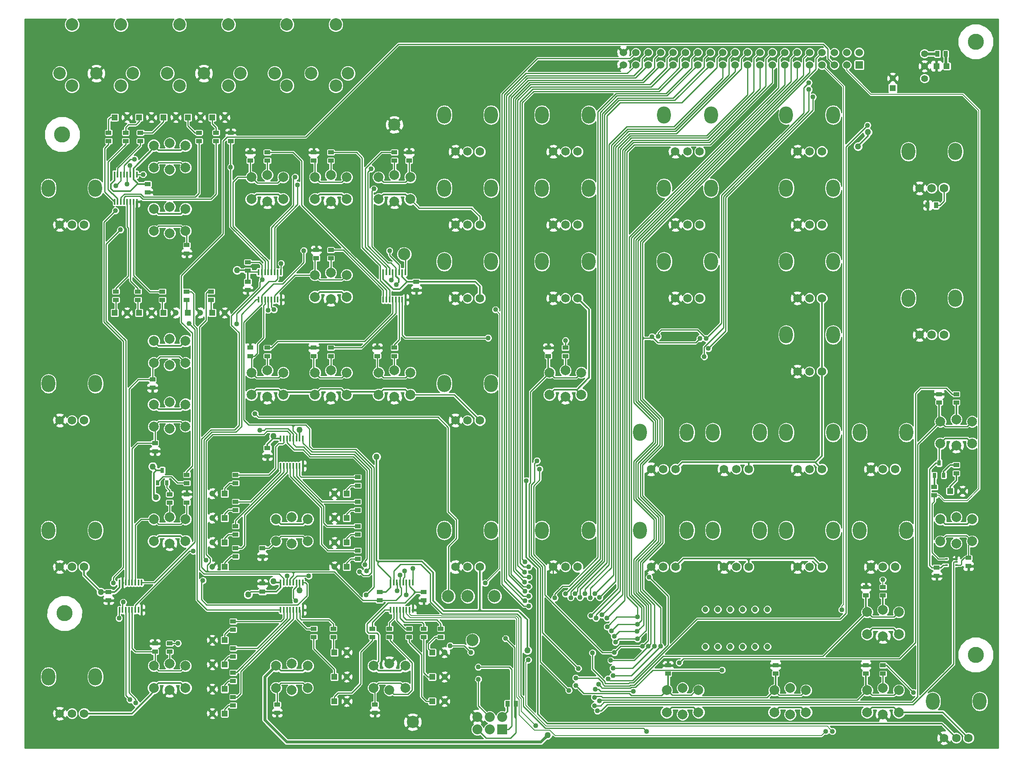
<source format=gtl>
%FSLAX46Y46*%
G04 Gerber Fmt 4.6, Leading zero omitted, Abs format (unit mm)*
G04 Created by KiCad (PCBNEW (2014-09-02 BZR 5112)-product) date 2015-02-16 11:39:03 AM*
%MOMM*%
G01*
G04 APERTURE LIST*
%ADD10C,0.500000*%
%ADD11R,1.250000X1.250000*%
%ADD12C,1.250000*%
%ADD13C,2.032000*%
%ADD14R,2.032000X2.032000*%
%ADD15R,1.524000X1.524000*%
%ADD16C,1.524000*%
%ADD17R,0.701040X1.000760*%
%ADD18C,1.400000*%
%ADD19R,0.508000X0.304800*%
%ADD20C,2.500000*%
%ADD21R,0.381000X1.270000*%
%ADD22C,3.302000*%
%ADD23C,2.000000*%
%ADD24R,0.812800X1.143000*%
%ADD25R,1.143000X0.812800*%
%ADD26O,2.800000X3.500000*%
%ADD27C,1.750000*%
%ADD28R,1.200000X1.200000*%
%ADD29C,1.200000*%
%ADD30C,2.540000*%
%ADD31R,1.198880X1.198880*%
%ADD32C,1.270000*%
%ADD33C,1.016000*%
%ADD34C,0.254000*%
%ADD35C,0.355600*%
%ADD36C,0.609600*%
%ADD37C,0.203200*%
%ADD38C,0.304800*%
G04 APERTURE END LIST*
D10*
D11*
X178000000Y-14500000D03*
D12*
X178000000Y-12500000D03*
D13*
X92960000Y-145770000D03*
X95500000Y-145770000D03*
D14*
X98040000Y-145770000D03*
D13*
X92960000Y-143230000D03*
X95500000Y-143230000D03*
X98040000Y-143230000D03*
D15*
X171130000Y-9770000D03*
D16*
X171130000Y-7230000D03*
X158430000Y-9770000D03*
X168590000Y-7230000D03*
X155890000Y-9770000D03*
X166050000Y-7230000D03*
X153350000Y-9770000D03*
X163510000Y-7230000D03*
X150810000Y-9770000D03*
X160970000Y-7230000D03*
X148270000Y-9770000D03*
X158430000Y-7230000D03*
X145730000Y-9770000D03*
X155890000Y-7230000D03*
X143190000Y-9770000D03*
X153350000Y-7230000D03*
X140650000Y-9770000D03*
X150810000Y-7230000D03*
X138110000Y-9770000D03*
X148270000Y-7230000D03*
X135570000Y-9770000D03*
X145730000Y-7230000D03*
X133030000Y-9770000D03*
X143190000Y-7230000D03*
X140650000Y-7230000D03*
X130490000Y-9770000D03*
X138110000Y-7230000D03*
X133030000Y-7230000D03*
X130490000Y-7230000D03*
X127950000Y-7230000D03*
X125410000Y-7230000D03*
X127950000Y-9770000D03*
X125410000Y-9770000D03*
X168590000Y-9770000D03*
X166050000Y-9770000D03*
X163510000Y-9770000D03*
X160970000Y-9770000D03*
X122870000Y-9770000D03*
X122870000Y-7230000D03*
X135570000Y-7230000D03*
D17*
X28500000Y-92730000D03*
X29452500Y-95270000D03*
X27547500Y-95270000D03*
X187500000Y-91230000D03*
X188452500Y-93770000D03*
X186547500Y-93770000D03*
D18*
X184500000Y-10000000D03*
X184500000Y-12540000D03*
X184500000Y-7460000D03*
D19*
X191016000Y-112135000D03*
X191016000Y-110865000D03*
X188984000Y-112135000D03*
X191016000Y-111500000D03*
X188984000Y-110865000D03*
D20*
X87000000Y-118500000D03*
X78000000Y-48500000D03*
X96500000Y-118500000D03*
X91000000Y-118500000D03*
X92000000Y-127500000D03*
D21*
X52724160Y-91799080D03*
X53374400Y-91799080D03*
X54024640Y-91799080D03*
X54674880Y-91799080D03*
X55325120Y-91799080D03*
X55975360Y-91799080D03*
X56625600Y-91799080D03*
X57275840Y-91799080D03*
X57275840Y-86200920D03*
X56625600Y-86200920D03*
X55975360Y-86200920D03*
X55325120Y-86200920D03*
X54674880Y-86200920D03*
X54024640Y-86200920D03*
X53374400Y-86200920D03*
X52724160Y-86200920D03*
X52724160Y-121299080D03*
X53374400Y-121299080D03*
X54024640Y-121299080D03*
X54674880Y-121299080D03*
X55325120Y-121299080D03*
X55975360Y-121299080D03*
X56625600Y-121299080D03*
X57275840Y-121299080D03*
X57275840Y-115700920D03*
X56625600Y-115700920D03*
X55975360Y-115700920D03*
X55325120Y-115700920D03*
X54674880Y-115700920D03*
X54024640Y-115700920D03*
X53374400Y-115700920D03*
X52724160Y-115700920D03*
X48224160Y-57799080D03*
X48874400Y-57799080D03*
X49524640Y-57799080D03*
X50174880Y-57799080D03*
X50825120Y-57799080D03*
X51475360Y-57799080D03*
X52125600Y-57799080D03*
X52775840Y-57799080D03*
X52775840Y-52200920D03*
X52125600Y-52200920D03*
X51475360Y-52200920D03*
X50825120Y-52200920D03*
X50174880Y-52200920D03*
X49524640Y-52200920D03*
X48874400Y-52200920D03*
X48224160Y-52200920D03*
X18724160Y-37799080D03*
X19374400Y-37799080D03*
X20024640Y-37799080D03*
X20674880Y-37799080D03*
X21325120Y-37799080D03*
X21975360Y-37799080D03*
X22625600Y-37799080D03*
X23275840Y-37799080D03*
X23275840Y-32200920D03*
X22625600Y-32200920D03*
X21975360Y-32200920D03*
X21325120Y-32200920D03*
X20674880Y-32200920D03*
X20024640Y-32200920D03*
X19374400Y-32200920D03*
X18724160Y-32200920D03*
X73724160Y-57799080D03*
X74374400Y-57799080D03*
X75024640Y-57799080D03*
X75674880Y-57799080D03*
X76325120Y-57799080D03*
X76975360Y-57799080D03*
X77625600Y-57799080D03*
X78275840Y-57799080D03*
X78275840Y-52200920D03*
X77625600Y-52200920D03*
X76975360Y-52200920D03*
X76325120Y-52200920D03*
X75674880Y-52200920D03*
X75024640Y-52200920D03*
X74374400Y-52200920D03*
X73724160Y-52200920D03*
X75224160Y-121299080D03*
X75874400Y-121299080D03*
X76524640Y-121299080D03*
X77174880Y-121299080D03*
X77825120Y-121299080D03*
X78475360Y-121299080D03*
X79125600Y-121299080D03*
X79775840Y-121299080D03*
X79775840Y-115700920D03*
X79125600Y-115700920D03*
X78475360Y-115700920D03*
X77825120Y-115700920D03*
X77174880Y-115700920D03*
X76524640Y-115700920D03*
X75874400Y-115700920D03*
X75224160Y-115700920D03*
X19724160Y-121299080D03*
X20374400Y-121299080D03*
X21024640Y-121299080D03*
X21674880Y-121299080D03*
X22325120Y-121299080D03*
X22975360Y-121299080D03*
X23625600Y-121299080D03*
X24275840Y-121299080D03*
X24275840Y-115700920D03*
X23625600Y-115700920D03*
X22975360Y-115700920D03*
X22325120Y-115700920D03*
X21674880Y-115700920D03*
X21024640Y-115700920D03*
X20374400Y-115700920D03*
X19724160Y-115700920D03*
D22*
X8000000Y-24000000D03*
X8500000Y-122000000D03*
X195000000Y-130500000D03*
X195000000Y-5000000D03*
D23*
X157000000Y-137300000D03*
X157000000Y-142700000D03*
X153750000Y-137750000D03*
X153750000Y-142250000D03*
X160250000Y-137750000D03*
X160250000Y-142250000D03*
X135000000Y-137300000D03*
X135000000Y-142700000D03*
X131750000Y-137750000D03*
X131750000Y-142250000D03*
X138250000Y-137750000D03*
X138250000Y-142250000D03*
X55000000Y-137700000D03*
X55000000Y-132300000D03*
X58250000Y-137250000D03*
X58250000Y-132750000D03*
X51750000Y-137250000D03*
X51750000Y-132750000D03*
X55000000Y-107700000D03*
X55000000Y-102300000D03*
X58250000Y-107250000D03*
X58250000Y-102750000D03*
X51750000Y-107250000D03*
X51750000Y-102750000D03*
X30000000Y-84200000D03*
X30000000Y-78800000D03*
X33250000Y-83750000D03*
X33250000Y-79250000D03*
X26750000Y-83750000D03*
X26750000Y-79250000D03*
X30000000Y-71200000D03*
X30000000Y-65800000D03*
X33250000Y-70750000D03*
X33250000Y-66250000D03*
X26750000Y-70750000D03*
X26750000Y-66250000D03*
X30000000Y-44200000D03*
X30000000Y-38800000D03*
X33250000Y-43750000D03*
X33250000Y-39250000D03*
X26750000Y-43750000D03*
X26750000Y-39250000D03*
X30000000Y-31200000D03*
X30000000Y-25800000D03*
X33250000Y-30750000D03*
X33250000Y-26250000D03*
X26750000Y-30750000D03*
X26750000Y-26250000D03*
X30000000Y-102300000D03*
X30000000Y-107700000D03*
X26750000Y-102750000D03*
X26750000Y-107250000D03*
X33250000Y-102750000D03*
X33250000Y-107250000D03*
X30000000Y-132300000D03*
X30000000Y-137700000D03*
X26750000Y-132750000D03*
X26750000Y-137250000D03*
X33250000Y-132750000D03*
X33250000Y-137250000D03*
X75000000Y-137700000D03*
X75000000Y-132300000D03*
X78250000Y-137250000D03*
X78250000Y-132750000D03*
X71750000Y-137250000D03*
X71750000Y-132750000D03*
X176000000Y-137300000D03*
X176000000Y-142700000D03*
X172750000Y-137750000D03*
X172750000Y-142250000D03*
X179250000Y-137750000D03*
X179250000Y-142250000D03*
X176000000Y-121300000D03*
X176000000Y-126700000D03*
X172750000Y-121750000D03*
X172750000Y-126250000D03*
X179250000Y-121750000D03*
X179250000Y-126250000D03*
X191000000Y-82300000D03*
X191000000Y-87700000D03*
X187750000Y-82750000D03*
X187750000Y-87250000D03*
X194250000Y-82750000D03*
X194250000Y-87250000D03*
X111000000Y-72300000D03*
X111000000Y-77700000D03*
X107750000Y-72750000D03*
X107750000Y-77250000D03*
X114250000Y-72750000D03*
X114250000Y-77250000D03*
X76000000Y-72300000D03*
X76000000Y-77700000D03*
X72750000Y-72750000D03*
X72750000Y-77250000D03*
X79250000Y-72750000D03*
X79250000Y-77250000D03*
X63000000Y-72300000D03*
X63000000Y-77700000D03*
X59750000Y-72750000D03*
X59750000Y-77250000D03*
X66250000Y-72750000D03*
X66250000Y-77250000D03*
X50000000Y-72300000D03*
X50000000Y-77700000D03*
X46750000Y-72750000D03*
X46750000Y-77250000D03*
X53250000Y-72750000D03*
X53250000Y-77250000D03*
X63000000Y-52300000D03*
X63000000Y-57700000D03*
X59750000Y-52750000D03*
X59750000Y-57250000D03*
X66250000Y-52750000D03*
X66250000Y-57250000D03*
X76000000Y-32300000D03*
X76000000Y-37700000D03*
X72750000Y-32750000D03*
X72750000Y-37250000D03*
X79250000Y-32750000D03*
X79250000Y-37250000D03*
X63000000Y-32300000D03*
X63000000Y-37700000D03*
X59750000Y-32750000D03*
X59750000Y-37250000D03*
X66250000Y-32750000D03*
X66250000Y-37250000D03*
X50000000Y-32300000D03*
X50000000Y-37700000D03*
X46750000Y-32750000D03*
X46750000Y-37250000D03*
X53250000Y-32750000D03*
X53250000Y-37250000D03*
X191000000Y-102300000D03*
X191000000Y-107700000D03*
X187750000Y-102750000D03*
X187750000Y-107250000D03*
X194250000Y-102750000D03*
X194250000Y-107250000D03*
D24*
X186850900Y-38500000D03*
X185149100Y-38500000D03*
D25*
X80500000Y-54149100D03*
X80500000Y-55850900D03*
X82000000Y-117649100D03*
X82000000Y-119350900D03*
X17500000Y-117649100D03*
X17500000Y-119350900D03*
X187000000Y-112649100D03*
X187000000Y-114350900D03*
X50000000Y-88149100D03*
X50000000Y-89850900D03*
X49000000Y-117600900D03*
X49000000Y-115899100D03*
X46000000Y-54149100D03*
X46000000Y-55850900D03*
X25500000Y-34149100D03*
X25500000Y-35850900D03*
D24*
X99149100Y-140500000D03*
X100850900Y-140500000D03*
X188850900Y-7500000D03*
X187149100Y-7500000D03*
D25*
X33500000Y-95350900D03*
X33500000Y-93649100D03*
X30000000Y-97649100D03*
X30000000Y-99350900D03*
X76000000Y-29350900D03*
X76000000Y-27649100D03*
X63000000Y-49350900D03*
X63000000Y-47649100D03*
X50000000Y-29350900D03*
X50000000Y-27649100D03*
X63000000Y-29350900D03*
X63000000Y-27649100D03*
X50000000Y-69350900D03*
X50000000Y-67649100D03*
X63000000Y-69350900D03*
X63000000Y-67649100D03*
X76000000Y-69350900D03*
X76000000Y-67649100D03*
X111000000Y-69350900D03*
X111000000Y-67649100D03*
X186500000Y-96149100D03*
X186500000Y-97850900D03*
X191000000Y-91649100D03*
X191000000Y-93350900D03*
X75000000Y-126850900D03*
X75000000Y-125149100D03*
X71500000Y-126850900D03*
X71500000Y-125149100D03*
X73000000Y-117649100D03*
X73000000Y-119350900D03*
X85500000Y-126850900D03*
X85500000Y-125149100D03*
X33500000Y-97649100D03*
X33500000Y-99350900D03*
X187500000Y-77149100D03*
X187500000Y-78850900D03*
X82000000Y-126850900D03*
X82000000Y-125149100D03*
X79000000Y-126850900D03*
X79000000Y-125149100D03*
X27000000Y-88850900D03*
X27000000Y-87149100D03*
X107500000Y-67649100D03*
X107500000Y-69350900D03*
X191000000Y-78850900D03*
X191000000Y-77149100D03*
X176000000Y-118350900D03*
X176000000Y-116649100D03*
X26500000Y-75850900D03*
X26500000Y-74149100D03*
X132000000Y-132649100D03*
X132000000Y-134350900D03*
X176000000Y-134350900D03*
X176000000Y-132649100D03*
X33500000Y-48350900D03*
X33500000Y-46649100D03*
X154000000Y-132649100D03*
X154000000Y-134350900D03*
X43500000Y-95350900D03*
X43500000Y-93649100D03*
X46000000Y-51850900D03*
X46000000Y-50149100D03*
X43500000Y-100850900D03*
X43500000Y-99149100D03*
X27000000Y-128149100D03*
X27000000Y-129850900D03*
X172500000Y-132649100D03*
X172500000Y-134350900D03*
X43500000Y-105850900D03*
X43500000Y-104149100D03*
X43500000Y-110350900D03*
X43500000Y-108649100D03*
X52000000Y-142350900D03*
X52000000Y-140649100D03*
X172500000Y-116649100D03*
X172500000Y-118350900D03*
X68500000Y-95850900D03*
X68500000Y-94149100D03*
X68500000Y-100850900D03*
X68500000Y-99149100D03*
X72000000Y-142350900D03*
X72000000Y-140649100D03*
X68500000Y-105850900D03*
X68500000Y-104149100D03*
X49000000Y-110350900D03*
X49000000Y-108649100D03*
X68500000Y-110850900D03*
X68500000Y-109149100D03*
X33500000Y-57850900D03*
X33500000Y-56149100D03*
X79000000Y-27649100D03*
X79000000Y-29350900D03*
X38500000Y-57850900D03*
X38500000Y-56149100D03*
X43000000Y-125350900D03*
X43000000Y-123649100D03*
X59500000Y-27649100D03*
X59500000Y-29350900D03*
X43000000Y-130850900D03*
X43000000Y-129149100D03*
X43000000Y-135850900D03*
X43000000Y-134149100D03*
X46500000Y-27649100D03*
X46500000Y-29350900D03*
X43000000Y-140850900D03*
X43000000Y-139149100D03*
X63500000Y-126850900D03*
X63500000Y-125149100D03*
X42500000Y-23649100D03*
X42500000Y-25350900D03*
X59500000Y-126850900D03*
X59500000Y-125149100D03*
X46500000Y-67649100D03*
X46500000Y-69350900D03*
X17500000Y-23649100D03*
X17500000Y-25350900D03*
X21000000Y-23649100D03*
X21000000Y-25350900D03*
X59500000Y-67649100D03*
X59500000Y-69350900D03*
X24000000Y-23649100D03*
X24000000Y-25350900D03*
X36000000Y-23649100D03*
X36000000Y-25350900D03*
X72500000Y-67649100D03*
X72500000Y-69350900D03*
X39500000Y-23649100D03*
X39500000Y-25350900D03*
X19000000Y-57850900D03*
X19000000Y-56149100D03*
X60000000Y-47649100D03*
X60000000Y-49350900D03*
X23500000Y-57850900D03*
X23500000Y-56149100D03*
X28500000Y-57850900D03*
X28500000Y-56149100D03*
X30000000Y-129850900D03*
X30000000Y-128149100D03*
X193500000Y-112350900D03*
X193500000Y-110649100D03*
D26*
X195800000Y-140000000D03*
X186200000Y-140000000D03*
D27*
X193500000Y-147500000D03*
X191000000Y-147500000D03*
X188500000Y-147500000D03*
D26*
X180800000Y-105000000D03*
X171200000Y-105000000D03*
D27*
X178500000Y-112500000D03*
X176000000Y-112500000D03*
X173500000Y-112500000D03*
D26*
X165800000Y-105000000D03*
X156200000Y-105000000D03*
D27*
X163500000Y-112500000D03*
X161000000Y-112500000D03*
X158500000Y-112500000D03*
D26*
X150800000Y-105000000D03*
X141200000Y-105000000D03*
D27*
X148500000Y-112500000D03*
X146000000Y-112500000D03*
X143500000Y-112500000D03*
D26*
X135850000Y-105000000D03*
X126250000Y-105000000D03*
D27*
X133550000Y-112500000D03*
X131050000Y-112500000D03*
X128550000Y-112500000D03*
D26*
X115800000Y-105000000D03*
X106200000Y-105000000D03*
D27*
X113500000Y-112500000D03*
X111000000Y-112500000D03*
X108500000Y-112500000D03*
D26*
X95800000Y-105000000D03*
X86200000Y-105000000D03*
D27*
X93500000Y-112500000D03*
X91000000Y-112500000D03*
X88500000Y-112500000D03*
D26*
X14800000Y-135000000D03*
X5200000Y-135000000D03*
D27*
X12500000Y-142500000D03*
X10000000Y-142500000D03*
X7500000Y-142500000D03*
D26*
X14800000Y-105000000D03*
X5200000Y-105000000D03*
D27*
X12500000Y-112500000D03*
X10000000Y-112500000D03*
X7500000Y-112500000D03*
D26*
X180800000Y-85000000D03*
X171200000Y-85000000D03*
D27*
X178500000Y-92500000D03*
X176000000Y-92500000D03*
X173500000Y-92500000D03*
D26*
X165800000Y-85000000D03*
X156200000Y-85000000D03*
D27*
X163500000Y-92500000D03*
X161000000Y-92500000D03*
X158500000Y-92500000D03*
D26*
X150800000Y-85000000D03*
X141200000Y-85000000D03*
D27*
X148500000Y-92500000D03*
X146000000Y-92500000D03*
X143500000Y-92500000D03*
D26*
X135850000Y-85000000D03*
X126250000Y-85000000D03*
D27*
X133550000Y-92500000D03*
X131050000Y-92500000D03*
X128550000Y-92500000D03*
D26*
X190800000Y-57500000D03*
X181200000Y-57500000D03*
D27*
X188500000Y-65000000D03*
X186000000Y-65000000D03*
X183500000Y-65000000D03*
D26*
X190800000Y-27500000D03*
X181200000Y-27500000D03*
D27*
X188500000Y-35000000D03*
X186000000Y-35000000D03*
X183500000Y-35000000D03*
D26*
X165800000Y-65000000D03*
X156200000Y-65000000D03*
D27*
X163500000Y-72500000D03*
X161000000Y-72500000D03*
X158500000Y-72500000D03*
D26*
X165800000Y-50000000D03*
X156200000Y-50000000D03*
D27*
X163500000Y-57500000D03*
X161000000Y-57500000D03*
X158500000Y-57500000D03*
D26*
X165800000Y-35000000D03*
X156200000Y-35000000D03*
D27*
X163500000Y-42500000D03*
X161000000Y-42500000D03*
X158500000Y-42500000D03*
D26*
X165800000Y-20000000D03*
X156200000Y-20000000D03*
D27*
X163500000Y-27500000D03*
X161000000Y-27500000D03*
X158500000Y-27500000D03*
D26*
X140800000Y-50000000D03*
X131200000Y-50000000D03*
D27*
X138500000Y-57500000D03*
X136000000Y-57500000D03*
X133500000Y-57500000D03*
D26*
X140800000Y-35000000D03*
X131200000Y-35000000D03*
D27*
X138500000Y-42500000D03*
X136000000Y-42500000D03*
X133500000Y-42500000D03*
D26*
X140800000Y-20000000D03*
X131200000Y-20000000D03*
D27*
X138500000Y-27500000D03*
X136000000Y-27500000D03*
X133500000Y-27500000D03*
D26*
X95800000Y-75000000D03*
X86200000Y-75000000D03*
D27*
X93500000Y-82500000D03*
X91000000Y-82500000D03*
X88500000Y-82500000D03*
D26*
X14800000Y-75000000D03*
X5200000Y-75000000D03*
D27*
X12500000Y-82500000D03*
X10000000Y-82500000D03*
X7500000Y-82500000D03*
D26*
X115800000Y-50000000D03*
X106200000Y-50000000D03*
D27*
X113500000Y-57500000D03*
X111000000Y-57500000D03*
X108500000Y-57500000D03*
D26*
X115800000Y-35000000D03*
X106200000Y-35000000D03*
D27*
X113500000Y-42500000D03*
X111000000Y-42500000D03*
X108500000Y-42500000D03*
D26*
X115800000Y-20000000D03*
X106200000Y-20000000D03*
D27*
X113500000Y-27500000D03*
X111000000Y-27500000D03*
X108500000Y-27500000D03*
D26*
X95800000Y-50000000D03*
X86200000Y-50000000D03*
D27*
X93500000Y-57500000D03*
X91000000Y-57500000D03*
X88500000Y-57500000D03*
D26*
X95800000Y-35000000D03*
X86200000Y-35000000D03*
D27*
X93500000Y-42500000D03*
X91000000Y-42500000D03*
X88500000Y-42500000D03*
D26*
X95800000Y-20000000D03*
X86200000Y-20000000D03*
D27*
X93500000Y-27500000D03*
X91000000Y-27500000D03*
X88500000Y-27500000D03*
D26*
X14800000Y-35000000D03*
X5200000Y-35000000D03*
D27*
X12500000Y-42500000D03*
X10000000Y-42500000D03*
X7500000Y-42500000D03*
D28*
X18730000Y-20500000D03*
D29*
X21270000Y-20500000D03*
D28*
X23730000Y-20500000D03*
D29*
X26270000Y-20500000D03*
D28*
X28730000Y-20500000D03*
D29*
X31270000Y-20500000D03*
D28*
X33730000Y-20500000D03*
D29*
X36270000Y-20500000D03*
D28*
X38730000Y-20500000D03*
D29*
X41270000Y-20500000D03*
D28*
X18730000Y-60500000D03*
D29*
X21270000Y-60500000D03*
D28*
X23730000Y-60500000D03*
D29*
X26270000Y-60500000D03*
D28*
X28730000Y-60500000D03*
D29*
X31270000Y-60500000D03*
D28*
X33730000Y-60500000D03*
D29*
X36270000Y-60500000D03*
D28*
X38730000Y-60500000D03*
D29*
X41270000Y-60500000D03*
D28*
X41270000Y-97500000D03*
D29*
X38730000Y-97500000D03*
D28*
X41270000Y-102500000D03*
D29*
X38730000Y-102500000D03*
D28*
X41270000Y-107500000D03*
D29*
X38730000Y-107500000D03*
D28*
X41270000Y-112500000D03*
D29*
X38730000Y-112500000D03*
D28*
X66270000Y-97500000D03*
D29*
X63730000Y-97500000D03*
D28*
X66270000Y-102500000D03*
D29*
X63730000Y-102500000D03*
D28*
X66270000Y-107500000D03*
D29*
X63730000Y-107500000D03*
D28*
X66270000Y-112500000D03*
D29*
X63730000Y-112500000D03*
D28*
X41270000Y-127500000D03*
D29*
X38730000Y-127500000D03*
D28*
X41270000Y-132500000D03*
D29*
X38730000Y-132500000D03*
D28*
X41270000Y-137500000D03*
D29*
X38730000Y-137500000D03*
D28*
X41270000Y-142500000D03*
D29*
X38730000Y-142500000D03*
D28*
X63730000Y-130000000D03*
D29*
X66270000Y-130000000D03*
D28*
X63730000Y-135000000D03*
D29*
X66270000Y-135000000D03*
D28*
X63730000Y-140000000D03*
D29*
X66270000Y-140000000D03*
D28*
X83730000Y-130000000D03*
D29*
X86270000Y-130000000D03*
D28*
X83730000Y-135000000D03*
D29*
X86270000Y-135000000D03*
D28*
X83730000Y-140000000D03*
D29*
X86270000Y-140000000D03*
D28*
X189730000Y-97000000D03*
D29*
X192270000Y-97000000D03*
D30*
X37000000Y-11500000D03*
X44500000Y-11500000D03*
X29500000Y-11500000D03*
X32000000Y-14000000D03*
X42000000Y-14000000D03*
X32000000Y-1500000D03*
X42000000Y-1500000D03*
X59000000Y-11500000D03*
X66500000Y-11500000D03*
X51500000Y-11500000D03*
X54000000Y-14000000D03*
X64000000Y-14000000D03*
X54000000Y-1500000D03*
X64000000Y-1500000D03*
X15000000Y-11500000D03*
X22500000Y-11500000D03*
X7500000Y-11500000D03*
X10000000Y-14000000D03*
X20000000Y-14000000D03*
X10000000Y-1500000D03*
X20000000Y-1500000D03*
D29*
X139650000Y-128810000D03*
X142190000Y-128810000D03*
X144730000Y-128810000D03*
X147270000Y-128810000D03*
X149810000Y-128810000D03*
X152350000Y-128810000D03*
X152350000Y-121190000D03*
X149810000Y-121190000D03*
X147270000Y-121190000D03*
X144730000Y-121190000D03*
X142190000Y-121190000D03*
X139650000Y-121190000D03*
D31*
X189049020Y-10000000D03*
X186950980Y-10000000D03*
D20*
X79750000Y-144250000D03*
X76000000Y-22000000D03*
D32*
X42810000Y-118200000D03*
X46090000Y-115460000D03*
X112038667Y-142001476D03*
X107326349Y-143123651D03*
X104283190Y-140790000D03*
D33*
X115303625Y-123433625D03*
D32*
X115480000Y-133170000D03*
X113210000Y-127280000D03*
X24060000Y-75860000D03*
X81980000Y-121170000D03*
X106480000Y-134610000D03*
X181690000Y-131850000D03*
X191830000Y-109740000D03*
X108850000Y-115110000D03*
X88890000Y-93610000D03*
X131410000Y-65020000D03*
X78940000Y-87450000D03*
X136924000Y-65558000D03*
X178230000Y-22070000D03*
X46470000Y-66250000D03*
X104100000Y-133420000D03*
X107356820Y-146913980D03*
X72360000Y-89950000D03*
X56630000Y-84486020D03*
X43810000Y-51800000D03*
X172881990Y-23530000D03*
X170890000Y-26480000D03*
X15921800Y-117636200D03*
X26537300Y-91956300D03*
X51241900Y-115403300D03*
X27176800Y-98258600D03*
X103200000Y-129570000D03*
X51241900Y-85754030D03*
X46060000Y-118160000D03*
X56620000Y-117320000D03*
D33*
X120300000Y-131650000D03*
X160830000Y-14810000D03*
X139410000Y-69460000D03*
X128000000Y-128750000D03*
X160820000Y-13380000D03*
X129960000Y-65360000D03*
X139779000Y-65740800D03*
X120750000Y-133250000D03*
X129250000Y-128750000D03*
X128720000Y-65391800D03*
X138520000Y-65760000D03*
X120750000Y-134750000D03*
X130500000Y-128750000D03*
X102638000Y-113612000D03*
X103500000Y-112500000D03*
X102750000Y-111500000D03*
X108824000Y-118845000D03*
X124880000Y-137979570D03*
X117090000Y-137552780D03*
X105190000Y-90780000D03*
X113640000Y-133290000D03*
X103489000Y-120500000D03*
X102692000Y-119399000D03*
X121020000Y-130030000D03*
X161668000Y-16320000D03*
X140277000Y-67808600D03*
X105720000Y-92460000D03*
X126750000Y-128750000D03*
X111000000Y-118000000D03*
X112090000Y-118795000D03*
X102743000Y-117510000D03*
X103464000Y-116527000D03*
X102691000Y-115584000D03*
X103545000Y-114590000D03*
X116550000Y-130100000D03*
X172830000Y-22100000D03*
X125750000Y-122750000D03*
X119555113Y-124750309D03*
X125750000Y-124250000D03*
X120425297Y-125604275D03*
X125718000Y-125719000D03*
X120994470Y-126737867D03*
X125750000Y-127250000D03*
X121252233Y-127930997D03*
X113008000Y-117993000D03*
X114000000Y-118750000D03*
X103491000Y-118478000D03*
X93200000Y-135480000D03*
X93170000Y-132990000D03*
X165670000Y-146137000D03*
X103398000Y-131530000D03*
X167570000Y-121250000D03*
X98774203Y-127167909D03*
X115000000Y-118000000D03*
X116090000Y-118795000D03*
X117008000Y-117993000D03*
X118000000Y-118750000D03*
X116197000Y-122468000D03*
X117285000Y-123018000D03*
X118494000Y-122294000D03*
X119500000Y-123000000D03*
X119714000Y-135410000D03*
X128150000Y-114640000D03*
X117784000Y-136550000D03*
X143060000Y-133610000D03*
X94600000Y-115802000D03*
X96710000Y-59860000D03*
X103002638Y-94872180D03*
X117551425Y-141985813D03*
X48969202Y-53705390D03*
X75420000Y-53790000D03*
X77162500Y-114188000D03*
X22820000Y-29070000D03*
X19640000Y-123010000D03*
X37491010Y-111142228D03*
X58490000Y-114338220D03*
X70300000Y-113360000D03*
X48490000Y-84520000D03*
X21250000Y-34200000D03*
X71800000Y-35130000D03*
X78090000Y-113340000D03*
X76360000Y-54760000D03*
X87410000Y-128620000D03*
X31690000Y-128130000D03*
X91670000Y-129970000D03*
X95190000Y-65650000D03*
X111030000Y-66190000D03*
X127660000Y-146137370D03*
X134300000Y-132100000D03*
X164320000Y-146137370D03*
X175950000Y-115140000D03*
X55820000Y-119440000D03*
X21867865Y-30368433D03*
X70197500Y-118238000D03*
X57470000Y-47780000D03*
X75010000Y-47790000D03*
X20500000Y-119720000D03*
X78450000Y-118238000D03*
X76540000Y-117400000D03*
X47470000Y-81150000D03*
X52820000Y-50410000D03*
X182251780Y-138190000D03*
X104970000Y-145030000D03*
X19921800Y-43500000D03*
X69994600Y-112040000D03*
X79750000Y-112793130D03*
X43690000Y-62740000D03*
X34020000Y-62720000D03*
X68860000Y-113470000D03*
X54020943Y-114340220D03*
X18470000Y-115820000D03*
X18910000Y-39587600D03*
X18964055Y-34475051D03*
X36818220Y-115280000D03*
X24570000Y-32180000D03*
X71220000Y-31030000D03*
X42490000Y-30700000D03*
X21910000Y-139700000D03*
X34792942Y-109250000D03*
X55670000Y-32730000D03*
X56198200Y-34291800D03*
X50130000Y-59950000D03*
X51356200Y-59830200D03*
X23080000Y-140370000D03*
X113130000Y-135230000D03*
X116958000Y-139229220D03*
X113131000Y-136753000D03*
X117969000Y-139938000D03*
X116986000Y-140905641D03*
X111700000Y-137760000D03*
D34*
X46090000Y-115460000D02*
X43350000Y-118200000D01*
X43350000Y-118200000D02*
X42810000Y-118200000D01*
X49000000Y-115899100D02*
X46529100Y-115899100D01*
X46529100Y-115899100D02*
X46090000Y-115460000D01*
X106480000Y-134610000D02*
X106480000Y-142277302D01*
X106480000Y-142277302D02*
X107326349Y-143123651D01*
X104100000Y-133420000D02*
X104100000Y-140606810D01*
X104100000Y-140606810D02*
X104283190Y-140790000D01*
X115480000Y-129550000D02*
X113210000Y-127280000D01*
X115480000Y-133170000D02*
X115480000Y-129550000D01*
X26500000Y-75850900D02*
X24069100Y-75850900D01*
X24069100Y-75850900D02*
X24060000Y-75860000D01*
D35*
X46000000Y-55850900D02*
X44119100Y-55850900D01*
X44119100Y-55850900D02*
X44080000Y-55890000D01*
X52775840Y-57799080D02*
X53979080Y-57799080D01*
X53979080Y-57799080D02*
X53990000Y-57810000D01*
D34*
X82000000Y-119350900D02*
X82000000Y-121150000D01*
X82000000Y-121150000D02*
X81980000Y-121170000D01*
X172500000Y-132649100D02*
X173325500Y-132649100D01*
X173325500Y-132649100D02*
X174124600Y-131850000D01*
X174124600Y-131850000D02*
X181690000Y-131850000D01*
X191016000Y-110865000D02*
X191016000Y-110554000D01*
X191016000Y-110554000D02*
X191830000Y-109740000D01*
X108500000Y-112500000D02*
X108500000Y-114760000D01*
X108500000Y-114760000D02*
X108850000Y-115110000D01*
X88500000Y-112500000D02*
X89374999Y-111625001D01*
X89374999Y-111625001D02*
X89374999Y-94094999D01*
X89374999Y-94094999D02*
X88890000Y-93610000D01*
D35*
X136924000Y-65558000D02*
X131948000Y-65558000D01*
X131948000Y-65558000D02*
X131410000Y-65020000D01*
D34*
X46500000Y-66280000D02*
X46470000Y-66250000D01*
X46500000Y-67649100D02*
X46500000Y-66280000D01*
X49834900Y-89850900D02*
X50000000Y-89850900D01*
D36*
X51750000Y-132750000D02*
X49500000Y-135000000D01*
X106721821Y-147548979D02*
X107356820Y-146913980D01*
X105971821Y-148298979D02*
X106721821Y-147548979D01*
X53968979Y-148298979D02*
X105971821Y-148298979D01*
X49500000Y-143830000D02*
X53968979Y-148298979D01*
X49500000Y-135000000D02*
X49500000Y-143830000D01*
D35*
X72918320Y-111396100D02*
X72561400Y-111396100D01*
X81666100Y-111396100D02*
X72918320Y-111396100D01*
D34*
X72561400Y-112021800D02*
X72561400Y-111683800D01*
X72561400Y-111683800D02*
X72561400Y-111396100D01*
X72918320Y-111396100D02*
X72849100Y-111396100D01*
X72849100Y-111396100D02*
X72561400Y-111683800D01*
X46000000Y-51850900D02*
X46269100Y-52120000D01*
X46269100Y-52120000D02*
X48143240Y-52120000D01*
X48143240Y-52120000D02*
X48224160Y-52200920D01*
X93500000Y-42500000D02*
X93500000Y-40800000D01*
X93500000Y-40800000D02*
X91750000Y-39050000D01*
X91750000Y-39050000D02*
X81050000Y-39050000D01*
X81050000Y-39050000D02*
X79250000Y-37250000D01*
X80061385Y-117361385D02*
X80349100Y-117649100D01*
X80350900Y-117649100D02*
X80068110Y-117931890D01*
X79125600Y-116425600D02*
X80061385Y-117361385D01*
X80061385Y-117925165D02*
X80068110Y-117931890D01*
X80068110Y-117931890D02*
X78150000Y-119850000D01*
X80061385Y-117361385D02*
X80061385Y-117925165D01*
X79125600Y-115700920D02*
X79125600Y-116425600D01*
X80349100Y-117649100D02*
X81174500Y-117649100D01*
X81174500Y-117649100D02*
X82000000Y-117649100D01*
X82000000Y-117649100D02*
X80350900Y-117649100D01*
X78150000Y-119850000D02*
X74750000Y-119850000D01*
X74750000Y-119850000D02*
X70400000Y-124200000D01*
X70400000Y-124200000D02*
X70400000Y-125712802D01*
X72749999Y-131750001D02*
X71750000Y-132750000D01*
X70400000Y-125712802D02*
X70687198Y-126000000D01*
X70687198Y-126000000D02*
X72400000Y-126000000D01*
X72400000Y-126000000D02*
X72749999Y-126349999D01*
X72749999Y-126349999D02*
X72749999Y-131750001D01*
D35*
X148129900Y-91100000D02*
X148830721Y-91100000D01*
X148830721Y-91100000D02*
X148626200Y-91100000D01*
X162100000Y-91100000D02*
X148830721Y-91100000D01*
X148830721Y-91100000D02*
X148662564Y-91100000D01*
X148662564Y-91100000D02*
X148500000Y-91262564D01*
X148500000Y-91262564D02*
X148500000Y-92500000D01*
X148129900Y-91100000D02*
X134900000Y-91100000D01*
X148373800Y-91100000D02*
X148129900Y-91100000D01*
X148337436Y-91100000D02*
X148500000Y-91262564D01*
X148129900Y-91100000D02*
X148337436Y-91100000D01*
X163500000Y-92500000D02*
X162100000Y-91100000D01*
X148626200Y-91100000D02*
X148500000Y-91226200D01*
X163500000Y-72500000D02*
X163500000Y-89800000D01*
X163500000Y-89800000D02*
X162226200Y-91073800D01*
X162226200Y-91073800D02*
X162226200Y-91226200D01*
X148500000Y-91226200D02*
X148373800Y-91100000D01*
X134900000Y-91100000D02*
X133500000Y-92500000D01*
X133500000Y-112500000D02*
X135170000Y-110830000D01*
X135170000Y-110830000D02*
X142270000Y-110830000D01*
X142270000Y-110830000D02*
X148188126Y-110830000D01*
X148188126Y-110830000D02*
X148483152Y-110830000D01*
X148500000Y-111110214D02*
X148468340Y-111110214D01*
X148468340Y-111110214D02*
X148188126Y-110830000D01*
X148890569Y-110830000D02*
X161830000Y-110830000D01*
X148483152Y-110830000D02*
X148890569Y-110830000D01*
X148500000Y-112500000D02*
X148500000Y-111110214D01*
X148500000Y-111110214D02*
X148500000Y-110846848D01*
X148890569Y-110830000D02*
X148780214Y-110830000D01*
X148780214Y-110830000D02*
X148500000Y-111110214D01*
X148500000Y-110846848D02*
X148483152Y-110830000D01*
X161830000Y-110830000D02*
X162226200Y-111226200D01*
X162226200Y-111226200D02*
X163500000Y-112500000D01*
X72360000Y-90848025D02*
X72360000Y-89950000D01*
X72561400Y-111396100D02*
X72360000Y-111194700D01*
X72360000Y-111194700D02*
X72360000Y-90848025D01*
X56625600Y-84490420D02*
X56630000Y-84486020D01*
X56625600Y-86200920D02*
X56625600Y-84490420D01*
X46000000Y-54149100D02*
X46000000Y-51850900D01*
X44708025Y-51800000D02*
X43810000Y-51800000D01*
X45555300Y-51800000D02*
X44708025Y-51800000D01*
X46000000Y-52244700D02*
X45555300Y-51800000D01*
X92550000Y-54150000D02*
X93500000Y-55100000D01*
X93500000Y-55100000D02*
X93500000Y-57500000D01*
X81428000Y-54150000D02*
X92550000Y-54150000D01*
X80500000Y-54149100D02*
X81427100Y-54149100D01*
X81427100Y-54149100D02*
X81428000Y-54150000D01*
X170890000Y-26480000D02*
X170890000Y-26350000D01*
X170890000Y-26350000D02*
X172881990Y-24358010D01*
X172881990Y-24358010D02*
X172881990Y-23530000D01*
X17500000Y-117649100D02*
X16547200Y-117649100D01*
X12500000Y-112500000D02*
X12500000Y-114214400D01*
X12500000Y-114214400D02*
X15921800Y-117636200D01*
X15921800Y-117636200D02*
X16534300Y-117636200D01*
X16534300Y-117636200D02*
X16547200Y-117649100D01*
X26815600Y-93225400D02*
X26765179Y-93275821D01*
X26765179Y-93275821D02*
X26765179Y-97846979D01*
X27250000Y-26750000D02*
X26800000Y-26750000D01*
X26800000Y-26750000D02*
X22625600Y-30924400D01*
X22625600Y-30924400D02*
X22625600Y-31692700D01*
X27311000Y-92730000D02*
X26537300Y-91956300D01*
X52724200Y-115700900D02*
X51539500Y-115700900D01*
X51539500Y-115700900D02*
X51241900Y-115403300D01*
X27176800Y-98258600D02*
X26815600Y-97897400D01*
X26815600Y-93225400D02*
X27311000Y-92730000D01*
X99149100Y-142121000D02*
X98040000Y-143230000D01*
X99149100Y-140500000D02*
X99149100Y-142121000D01*
X193250000Y-103750000D02*
X194250000Y-102750000D01*
X188750000Y-103750000D02*
X193250000Y-103750000D01*
X187750000Y-102750000D02*
X188750000Y-103750000D01*
X178130000Y-125130000D02*
X179250000Y-126250000D01*
X173870000Y-125130000D02*
X178130000Y-125130000D01*
X172750000Y-126250000D02*
X173870000Y-125130000D01*
X159250000Y-141250000D02*
X160250000Y-142250000D01*
X154750000Y-141250000D02*
X159250000Y-141250000D01*
X153750000Y-142250000D02*
X154750000Y-141250000D01*
X137250000Y-141250000D02*
X138250000Y-142250000D01*
X132750000Y-141250000D02*
X137250000Y-141250000D01*
X131750000Y-142250000D02*
X132750000Y-141250000D01*
X78250000Y-36250000D02*
X79250000Y-37250000D01*
X73750000Y-36250000D02*
X78250000Y-36250000D01*
X72750000Y-37250000D02*
X73750000Y-36250000D01*
X65250000Y-36250000D02*
X66250000Y-37250000D01*
X60750000Y-36250000D02*
X65250000Y-36250000D01*
X59750000Y-37250000D02*
X60750000Y-36250000D01*
X52250000Y-36250000D02*
X53250000Y-37250000D01*
X47750000Y-36250000D02*
X52250000Y-36250000D01*
X46750000Y-37250000D02*
X47750000Y-36250000D01*
X27750000Y-40250000D02*
X26750000Y-39250000D01*
X32250000Y-40250000D02*
X27750000Y-40250000D01*
X33250000Y-39250000D02*
X32250000Y-40250000D01*
X65250000Y-56250000D02*
X66250000Y-57250000D01*
X60750000Y-56250000D02*
X65250000Y-56250000D01*
X59750000Y-57250000D02*
X60750000Y-56250000D01*
X32250000Y-67250000D02*
X33250000Y-66250000D01*
X27750000Y-67250000D02*
X32250000Y-67250000D01*
X26750000Y-66250000D02*
X27750000Y-67250000D01*
X32250000Y-80250000D02*
X33250000Y-79250000D01*
X27750000Y-80250000D02*
X32250000Y-80250000D01*
X26750000Y-79250000D02*
X27750000Y-80250000D01*
X57250000Y-103750000D02*
X58250000Y-102750000D01*
X52750000Y-103750000D02*
X57250000Y-103750000D01*
X51750000Y-102750000D02*
X52750000Y-103750000D01*
X32190000Y-106190000D02*
X33250000Y-107250000D01*
X27810000Y-106190000D02*
X32190000Y-106190000D01*
X26750000Y-107250000D02*
X27810000Y-106190000D01*
X77250000Y-133750000D02*
X78250000Y-132750000D01*
X72750000Y-133750000D02*
X77250000Y-133750000D01*
X71750000Y-132750000D02*
X72750000Y-133750000D01*
X57250000Y-133750000D02*
X58250000Y-132750000D01*
X52750000Y-133750000D02*
X57250000Y-133750000D01*
X51750000Y-132750000D02*
X52750000Y-133750000D01*
X178250000Y-141250000D02*
X179250000Y-142250000D01*
X173750000Y-141250000D02*
X178250000Y-141250000D01*
X172750000Y-142250000D02*
X173750000Y-141250000D01*
D36*
X184540000Y-7500000D02*
X184500000Y-7460000D01*
X187149000Y-7500000D02*
X184540000Y-7500000D01*
D34*
X187149000Y-7500000D02*
X187149100Y-7500000D01*
X75224200Y-115701000D02*
X75224200Y-115700900D01*
X52724200Y-115701000D02*
X52724200Y-115700900D01*
D35*
X18766600Y-117649000D02*
X17500100Y-117649000D01*
X19724200Y-116692000D02*
X18766600Y-117649000D01*
X19724200Y-115701000D02*
X19724200Y-116692000D01*
X17500100Y-117649000D02*
X17500000Y-117649000D01*
D34*
X17500100Y-117649000D02*
X17500000Y-117649100D01*
D35*
X113250000Y-76250000D02*
X113316000Y-76316000D01*
X108750000Y-76250000D02*
X113250000Y-76250000D01*
X107750000Y-77250000D02*
X108750000Y-76250000D01*
X113316000Y-76316000D02*
X114250000Y-77250000D01*
X50000000Y-87387100D02*
X50000000Y-88149100D01*
X51186200Y-86200900D02*
X50000000Y-87387100D01*
X51765200Y-86200900D02*
X51186200Y-86200900D01*
X52724200Y-86200900D02*
X51765200Y-86200900D01*
X26750000Y-137250000D02*
X27051500Y-136948500D01*
X32250000Y-136250000D02*
X33250000Y-137250000D01*
X27750000Y-136250000D02*
X32250000Y-136250000D01*
X27051500Y-136948500D02*
X27750000Y-136250000D01*
X22286200Y-142500000D02*
X12500000Y-142500000D01*
X27051500Y-137734700D02*
X22286200Y-142500000D01*
D34*
X27051500Y-136948500D02*
X27051500Y-137734700D01*
D35*
X52250000Y-76250000D02*
X52750000Y-76750000D01*
X47750000Y-76250000D02*
X52250000Y-76250000D01*
X46750000Y-77250000D02*
X47750000Y-76250000D01*
X52750000Y-76750000D02*
X53250000Y-77250000D01*
D34*
X59250000Y-76750000D02*
X59750000Y-77250000D01*
D35*
X52750000Y-76750000D02*
X59250000Y-76750000D01*
X65100000Y-76100000D02*
X65675000Y-76675000D01*
X60900000Y-76100000D02*
X65100000Y-76100000D01*
X59750000Y-77250000D02*
X60900000Y-76100000D01*
X65675000Y-76675000D02*
X66250000Y-77250000D01*
D34*
X72175000Y-76675000D02*
X72750000Y-77250000D01*
D35*
X65675000Y-76675000D02*
X72175000Y-76675000D01*
X78250000Y-76250000D02*
X79250000Y-77250000D01*
X73750000Y-76250000D02*
X78250000Y-76250000D01*
X72750000Y-77250000D02*
X73750000Y-76250000D01*
X27750000Y-27250000D02*
X27250000Y-26750000D01*
X32250000Y-27250000D02*
X27750000Y-27250000D01*
X33250000Y-26250000D02*
X32250000Y-27250000D01*
X27250000Y-26750000D02*
X26750000Y-26250000D01*
X78621300Y-54149100D02*
X79547100Y-54149100D01*
X77625600Y-53153400D02*
X78621300Y-54149100D01*
X77625600Y-52200900D02*
X77625600Y-53153400D01*
X79547100Y-54149100D02*
X80500000Y-54149100D01*
X193250000Y-86250000D02*
X194250000Y-87250000D01*
X188750000Y-86250000D02*
X193250000Y-86250000D01*
X187750000Y-87250000D02*
X188750000Y-86250000D01*
D34*
X187500000Y-87500000D02*
X187500000Y-91230000D01*
X187750000Y-87250000D02*
X187500000Y-87500000D01*
D35*
X188250000Y-142250000D02*
X179250000Y-142250000D01*
X193500000Y-147500000D02*
X188250000Y-142250000D01*
D34*
X148500000Y-91226200D02*
X148500000Y-92500000D01*
X188500000Y-37638600D02*
X187638600Y-38500000D01*
X188500000Y-35000000D02*
X188500000Y-37638600D01*
X186850900Y-38500000D02*
X187638600Y-38500000D01*
D35*
X163500000Y-57500000D02*
X163500000Y-72500000D01*
D34*
X163500000Y-92500000D02*
X162226200Y-91226200D01*
X88250000Y-77250000D02*
X79250000Y-77250000D01*
X93500000Y-82500000D02*
X88250000Y-77250000D01*
X19724200Y-115700900D02*
X19724200Y-115701000D01*
D35*
X73000100Y-117649000D02*
X73000000Y-117649000D01*
X74266600Y-117649000D02*
X73000100Y-117649000D01*
X75224200Y-116692000D02*
X74266600Y-117649000D01*
X75224200Y-115701000D02*
X75224200Y-116692000D01*
D34*
X73000100Y-117649000D02*
X73000000Y-117649100D01*
X22625600Y-31692700D02*
X22625600Y-32200900D01*
X46000000Y-51850900D02*
X46000000Y-52244700D01*
X75224200Y-115700900D02*
X75224200Y-114684600D01*
D35*
X28500000Y-92730000D02*
X27311000Y-92730000D01*
D34*
X75224200Y-114684600D02*
X72561400Y-112021800D01*
D35*
X25500000Y-34149100D02*
X23370900Y-34149100D01*
X23370900Y-34149100D02*
X21940000Y-35580000D01*
X21940000Y-35580000D02*
X18480000Y-35580000D01*
X18480000Y-35580000D02*
X17960000Y-35060000D01*
X17960000Y-35060000D02*
X17960000Y-34150000D01*
X18724160Y-33385840D02*
X18724160Y-32200920D01*
X17960000Y-34150000D02*
X18724160Y-33385840D01*
X23370900Y-33936820D02*
X23370900Y-34149100D01*
X22625600Y-33191520D02*
X23370900Y-33936820D01*
X22625600Y-32200920D02*
X22625600Y-33191520D01*
X73724160Y-53191520D02*
X73724160Y-52200920D01*
X73724160Y-53642039D02*
X73724160Y-53191520D01*
X75781922Y-55699801D02*
X73724160Y-53642039D01*
X77070599Y-55699801D02*
X75781922Y-55699801D01*
X78621300Y-54149100D02*
X77070599Y-55699801D01*
D34*
X51318330Y-85754030D02*
X51241900Y-85754030D01*
X51765200Y-86200900D02*
X51318330Y-85754030D01*
D35*
X115644300Y-73987700D02*
X113316000Y-76316000D01*
X115840000Y-73792000D02*
X115644300Y-73987700D01*
X115840000Y-59840000D02*
X115840000Y-73792000D01*
X113500000Y-57500000D02*
X115840000Y-59840000D01*
X103200000Y-123320000D02*
X101420000Y-121540000D01*
X103200000Y-129570000D02*
X103200000Y-123320000D01*
X93500000Y-121474466D02*
X93434466Y-121540000D01*
X93495995Y-121213027D02*
X93169022Y-121540000D01*
X93500000Y-121213027D02*
X93495995Y-121213027D01*
X93434466Y-121540000D02*
X93169022Y-121540000D01*
X93500000Y-112500000D02*
X93500000Y-121213027D01*
X93500000Y-121213027D02*
X93500000Y-121474466D01*
X93521747Y-121213027D02*
X93848720Y-121540000D01*
X93500000Y-121213027D02*
X93521747Y-121213027D01*
X93848720Y-121540000D02*
X93434466Y-121540000D01*
X101420000Y-121540000D02*
X93848720Y-121540000D01*
X83938010Y-113668010D02*
X81666100Y-111396100D01*
X86070000Y-121540000D02*
X83938010Y-119408010D01*
X93169022Y-121540000D02*
X86070000Y-121540000D01*
X83938010Y-119408010D02*
X83938010Y-113668010D01*
D34*
X188984000Y-112135000D02*
X188335000Y-112135000D01*
X187825500Y-112649100D02*
X187000000Y-112649100D01*
X188335000Y-112139600D02*
X187825500Y-112649100D01*
X188335000Y-112135000D02*
X188335000Y-112139600D01*
X185979100Y-112649100D02*
X187000000Y-112649100D01*
X185499300Y-112169300D02*
X185979100Y-112649100D01*
X185499300Y-92498900D02*
X185499300Y-112169300D01*
X186768200Y-91230000D02*
X185499300Y-92498900D01*
X187500000Y-91230000D02*
X186768200Y-91230000D01*
X56625600Y-115700920D02*
X56625600Y-117314400D01*
X56625600Y-117314400D02*
X56620000Y-117320000D01*
D35*
X51814730Y-117600900D02*
X49000000Y-117600900D01*
X52724200Y-116691430D02*
X51814730Y-117600900D01*
X52724200Y-115701000D02*
X52724200Y-116691430D01*
D34*
X46619100Y-117600900D02*
X49000000Y-117600900D01*
X46060000Y-118160000D02*
X46619100Y-117600900D01*
X121018420Y-131650000D02*
X120300000Y-131650000D01*
X125100000Y-131650000D02*
X121018420Y-131650000D01*
X128000000Y-128750000D02*
X125100000Y-131650000D01*
X160830000Y-19206600D02*
X160830000Y-14810000D01*
X143370000Y-36666600D02*
X160830000Y-19206600D01*
X143370000Y-63530000D02*
X143370000Y-36666600D01*
X139410000Y-67490000D02*
X143370000Y-63530000D01*
X139410000Y-69460000D02*
X139410000Y-67490000D01*
X128508000Y-128242000D02*
X128000000Y-128750000D01*
X128508000Y-120181000D02*
X128508000Y-128242000D01*
X125876000Y-117549000D02*
X128508000Y-120181000D01*
X125876000Y-111371000D02*
X125876000Y-117549000D01*
X130039000Y-107208000D02*
X125876000Y-111371000D01*
X130039000Y-102429000D02*
X130039000Y-107208000D01*
X125887000Y-98277200D02*
X130039000Y-102429000D01*
X125887000Y-91289400D02*
X125887000Y-98277200D01*
X129869000Y-87307800D02*
X125887000Y-91289400D01*
X129869000Y-82435700D02*
X129869000Y-87307800D01*
X125883000Y-78449600D02*
X129869000Y-82435700D01*
X125883000Y-45753500D02*
X125883000Y-78449600D01*
X159740000Y-11896300D02*
X125883000Y-45753500D01*
X159740000Y-8460000D02*
X159740000Y-11896300D01*
X160970000Y-7230000D02*
X159740000Y-8460000D01*
X129960000Y-64641580D02*
X129960000Y-65360000D01*
X138042199Y-64003999D02*
X130597581Y-64003999D01*
X139779000Y-65740800D02*
X138042199Y-64003999D01*
X130597581Y-64003999D02*
X129960000Y-64641580D01*
X160312000Y-13888000D02*
X160820000Y-13380000D01*
X159795000Y-14405200D02*
X160312000Y-13888000D01*
X159795000Y-19595200D02*
X159795000Y-14405200D01*
X142913000Y-36477200D02*
X159795000Y-19595200D01*
X142913000Y-62607200D02*
X142913000Y-36477200D01*
X139779000Y-65740800D02*
X142913000Y-62607200D01*
X129250000Y-120277000D02*
X129250000Y-128750000D01*
X126333000Y-117359000D02*
X129250000Y-120277000D01*
X126333000Y-111560000D02*
X126333000Y-117359000D01*
X130496000Y-107397000D02*
X126333000Y-111560000D01*
X130496000Y-102239000D02*
X130496000Y-107397000D01*
X126344000Y-98087800D02*
X130496000Y-102239000D01*
X126344000Y-91478800D02*
X126344000Y-98087800D01*
X130326000Y-87497100D02*
X126344000Y-91478800D01*
X130326000Y-82246300D02*
X130326000Y-87497100D01*
X126340000Y-78260200D02*
X130326000Y-82246300D01*
X126340000Y-45942900D02*
X126340000Y-78260200D01*
X160970000Y-11312900D02*
X126340000Y-45942900D01*
X160970000Y-9770000D02*
X160970000Y-11312900D01*
X124750000Y-133250000D02*
X129250000Y-128750000D01*
X120750000Y-133250000D02*
X124750000Y-133250000D01*
X128442000Y-65670000D02*
X128720000Y-65391800D01*
X127199000Y-65670000D02*
X128442000Y-65670000D01*
X127199000Y-65669900D02*
X127199000Y-65670000D01*
X129228000Y-65899800D02*
X128720000Y-65391800D01*
X129936000Y-66608000D02*
X129228000Y-65899800D01*
X137672000Y-66608000D02*
X129936000Y-66608000D01*
X138520000Y-65760000D02*
X137672000Y-66608000D01*
X127066000Y-65669900D02*
X126797000Y-65669900D01*
X126797000Y-65366800D02*
X126797000Y-65669900D01*
X127066000Y-65635800D02*
X126797000Y-65366800D01*
X127066000Y-65669900D02*
X127066000Y-65635800D01*
X127199000Y-65669900D02*
X127073000Y-65669900D01*
X127073000Y-65669900D02*
X126797000Y-65946100D01*
X126797000Y-65669900D02*
X126797000Y-65946100D01*
X126797000Y-46132200D02*
X126797000Y-65366800D01*
X162290000Y-10639500D02*
X126797000Y-46132200D01*
X162290000Y-8450000D02*
X162290000Y-10639500D01*
X163510000Y-7230000D02*
X162290000Y-8450000D01*
X130500000Y-120880000D02*
X130500000Y-128750000D01*
X126790000Y-117170000D02*
X130500000Y-120880000D01*
X126790000Y-111750000D02*
X126790000Y-117170000D01*
X130953000Y-107586000D02*
X126790000Y-111750000D01*
X130953000Y-102050000D02*
X130953000Y-107586000D01*
X126802000Y-97898400D02*
X130953000Y-102050000D01*
X126802000Y-91668100D02*
X126802000Y-97898400D01*
X130783000Y-87686500D02*
X126802000Y-91668100D01*
X130783000Y-82056900D02*
X130783000Y-87686500D01*
X126797000Y-78070800D02*
X130783000Y-82056900D01*
X126797000Y-65946100D02*
X126797000Y-78070800D01*
X124500000Y-134750000D02*
X130500000Y-128750000D01*
X120750000Y-134750000D02*
X124500000Y-134750000D01*
X127199000Y-65669900D02*
X127073000Y-65669900D01*
X127073000Y-65669900D02*
X127066000Y-65669900D01*
X102130001Y-113104001D02*
X102638000Y-113612000D01*
X101250000Y-112224000D02*
X102130001Y-113104001D01*
X128549554Y-14250446D02*
X104016053Y-14250447D01*
X133030000Y-9770000D02*
X128549554Y-14250446D01*
X104016053Y-14250447D02*
X101250000Y-17016500D01*
X101250000Y-17016500D02*
X101250000Y-112224000D01*
X102781580Y-112500000D02*
X103500000Y-112500000D01*
X101707210Y-17302598D02*
X101707210Y-111698210D01*
X134350000Y-10320000D02*
X129962010Y-14707690D01*
X104302118Y-14707690D02*
X101707210Y-17302598D01*
X134350000Y-8450000D02*
X134350000Y-10320000D01*
X101707210Y-111698210D02*
X102509000Y-112500000D01*
X135570000Y-7230000D02*
X134350000Y-8450000D01*
X102509000Y-112500000D02*
X102781580Y-112500000D01*
X129962010Y-14707690D02*
X104302118Y-14707690D01*
X102164420Y-17492480D02*
X102164420Y-110914420D01*
X104492000Y-15164900D02*
X102164420Y-17492480D01*
X130175100Y-15164900D02*
X104492000Y-15164900D01*
X135570000Y-9770000D02*
X130175100Y-15164900D01*
X102242001Y-110992001D02*
X102750000Y-111500000D01*
X102164420Y-110914420D02*
X102242001Y-110992001D01*
X108824000Y-118050000D02*
X108824000Y-118845000D01*
X110441000Y-116432000D02*
X108824000Y-118050000D01*
X111784000Y-116432000D02*
X110441000Y-116432000D01*
X117646000Y-110570000D02*
X111784000Y-116432000D01*
X117646000Y-19364200D02*
X117646000Y-110570000D01*
X121380000Y-15630000D02*
X117646000Y-19364200D01*
X131603000Y-15630000D02*
X121380000Y-15630000D01*
X136840000Y-10393400D02*
X131603000Y-15630000D01*
X136840000Y-8500000D02*
X136840000Y-10393400D01*
X138110000Y-7230000D02*
X136840000Y-8500000D01*
X117808420Y-137552780D02*
X117090000Y-137552780D01*
X118217000Y-137961000D02*
X117808780Y-137552780D01*
X124880000Y-137979570D02*
X124861430Y-137961000D01*
X124861430Y-137961000D02*
X118217000Y-137961000D01*
X117808780Y-137552780D02*
X117808420Y-137552780D01*
X106315220Y-112441628D02*
X104012581Y-110138989D01*
X104682001Y-95079947D02*
X104682001Y-91287999D01*
X104012580Y-95749368D02*
X104682001Y-95079947D01*
X104012581Y-110138989D02*
X104012580Y-95749368D01*
X106315220Y-125965220D02*
X106315220Y-112441628D01*
X113640000Y-133290000D02*
X106315220Y-125965220D01*
X104682001Y-91287999D02*
X105190000Y-90780000D01*
D37*
X187461000Y-97850900D02*
X186500000Y-97850900D01*
X188510000Y-98900000D02*
X187461000Y-97850900D01*
X193220000Y-98900000D02*
X188510000Y-98900000D01*
X195606000Y-96514400D02*
X193220000Y-98900000D01*
X195606000Y-19055600D02*
X195606000Y-96514400D01*
X192340000Y-15790000D02*
X195606000Y-19055600D01*
X173532000Y-15790000D02*
X192340000Y-15790000D01*
X168590000Y-10847600D02*
X173532000Y-15790000D01*
X168590000Y-9770000D02*
X168590000Y-10847600D01*
D34*
X187345000Y-110865000D02*
X188984000Y-110865000D01*
X186010000Y-109530000D02*
X187345000Y-110865000D01*
X186010000Y-99600000D02*
X186010000Y-109530000D01*
X186500000Y-99110000D02*
X186010000Y-99600000D01*
X186500000Y-97850900D02*
X186500000Y-99110000D01*
X124180000Y-8460000D02*
X124648001Y-7991999D01*
X98031810Y-15707798D02*
X105279608Y-8460000D01*
X98031810Y-116028402D02*
X98031810Y-15707798D01*
X102503408Y-120500000D02*
X98031810Y-116028402D01*
X124648001Y-7991999D02*
X125410000Y-7230000D01*
X103489000Y-120500000D02*
X102503408Y-120500000D01*
X105279608Y-8460000D02*
X124180000Y-8460000D01*
X123672830Y-11507170D02*
X102879062Y-11507170D01*
X98500000Y-15886232D02*
X98500000Y-115400000D01*
X102499000Y-119399000D02*
X102692000Y-119399000D01*
X125410000Y-9770000D02*
X123672830Y-11507170D01*
X102879062Y-11507170D02*
X98500000Y-15886232D01*
X98500000Y-115400000D02*
X102499000Y-119399000D01*
X102401000Y-119399000D02*
X102692000Y-119399000D01*
X120301580Y-130030000D02*
X121020000Y-130030000D01*
X118580000Y-130030000D02*
X120301580Y-130030000D01*
X106810000Y-118260000D02*
X118580000Y-130030000D01*
X106810000Y-112289465D02*
X106810000Y-118260000D01*
X104469791Y-109949256D02*
X106810000Y-112289465D01*
X105720000Y-94688540D02*
X104469790Y-95938750D01*
X104469790Y-95938750D02*
X104469791Y-109949256D01*
X105720000Y-92460000D02*
X105720000Y-94688540D01*
X121527999Y-129522001D02*
X121020000Y-130030000D01*
X122300000Y-128750000D02*
X121527999Y-129522001D01*
X126750000Y-128750000D02*
X122300000Y-128750000D01*
X161668000Y-19015000D02*
X161668000Y-16320000D01*
X143827000Y-36856000D02*
X161668000Y-19015000D01*
X143827000Y-64258200D02*
X143827000Y-36856000D01*
X140277000Y-67808600D02*
X143827000Y-64258200D01*
X127960000Y-127540000D02*
X126750000Y-128750000D01*
X127960000Y-120280000D02*
X127960000Y-127540000D01*
X125418000Y-117738000D02*
X127960000Y-120280000D01*
X125418000Y-111181000D02*
X125418000Y-117738000D01*
X129582000Y-107018000D02*
X125418000Y-111181000D01*
X129582000Y-102622000D02*
X129582000Y-107018000D01*
X125430000Y-98470200D02*
X129582000Y-102622000D01*
X125430000Y-91099800D02*
X125430000Y-98470200D01*
X129412000Y-87118200D02*
X125430000Y-91099800D01*
X129412000Y-82625000D02*
X129412000Y-87118200D01*
X125426000Y-78639000D02*
X129412000Y-82625000D01*
X125426000Y-45564100D02*
X125426000Y-78639000D01*
X158430000Y-12559700D02*
X125426000Y-45564100D01*
X158430000Y-9770000D02*
X158430000Y-12559700D01*
X118103000Y-110897000D02*
X111000000Y-118000000D01*
X118103000Y-19553600D02*
X118103000Y-110897000D01*
X121569000Y-16087200D02*
X118103000Y-19553600D01*
X131793000Y-16087200D02*
X121569000Y-16087200D01*
X138110000Y-9770000D02*
X131793000Y-16087200D01*
X112090000Y-117556000D02*
X112090000Y-118795000D01*
X118560000Y-111086000D02*
X112090000Y-117556000D01*
X118560000Y-19769800D02*
X118560000Y-111086000D01*
X121786000Y-16544400D02*
X118560000Y-19769800D01*
X133076000Y-16544400D02*
X121786000Y-16544400D01*
X139400000Y-10220000D02*
X133076000Y-16544400D01*
X139400000Y-8480000D02*
X139400000Y-10220000D01*
X140650000Y-7230000D02*
X139400000Y-8480000D01*
X102235001Y-117002001D02*
X102743000Y-117510000D01*
X103257826Y-12421590D02*
X99414420Y-16264996D01*
X127950000Y-9770000D02*
X125298410Y-12421590D01*
X125298410Y-12421590D02*
X103257826Y-12421590D01*
X99414420Y-16264996D02*
X99414420Y-114181420D01*
X99414420Y-114181420D02*
X102235001Y-117002001D01*
X99871630Y-16454378D02*
X99871630Y-113992038D01*
X102745580Y-116527000D02*
X103464000Y-116527000D01*
X99871630Y-113992038D02*
X102406592Y-116527000D01*
X126721179Y-12878821D02*
X103447187Y-12878821D01*
X129210000Y-10390000D02*
X126721179Y-12878821D01*
X129210000Y-8510000D02*
X129210000Y-10390000D01*
X130490000Y-7230000D02*
X129210000Y-8510000D01*
X103447187Y-12878821D02*
X99871630Y-16454378D01*
X102406592Y-116527000D02*
X102745580Y-116527000D01*
X103636569Y-13336031D02*
X100328840Y-16643760D01*
X102183001Y-115076001D02*
X102691000Y-115584000D01*
X100328840Y-16643760D02*
X100328840Y-113221840D01*
X126923970Y-13336030D02*
X103636569Y-13336031D01*
X130490000Y-9770000D02*
X126923970Y-13336030D01*
X100328840Y-113221840D02*
X102183001Y-115076001D01*
X102826580Y-114590000D02*
X103545000Y-114590000D01*
X102376000Y-114590000D02*
X102826580Y-114590000D01*
X100786050Y-113000050D02*
X102376000Y-114590000D01*
X100786050Y-16833764D02*
X100786050Y-113000050D01*
X103826573Y-13793241D02*
X100786050Y-16833764D01*
X128286759Y-13793241D02*
X103826573Y-13793241D01*
X131800000Y-10280000D02*
X128286759Y-13793241D01*
X133030000Y-7230000D02*
X131800000Y-8460000D01*
X131800000Y-8460000D02*
X131800000Y-10280000D01*
X119079000Y-136262000D02*
X119079000Y-135958000D01*
X168410000Y-26520000D02*
X168410000Y-122000000D01*
X116550000Y-133429000D02*
X116550000Y-130818420D01*
X116550000Y-130818420D02*
X116550000Y-130100000D01*
X167230000Y-123180000D02*
X137957000Y-123180000D01*
X172830000Y-22100000D02*
X168410000Y-26520000D01*
X124098899Y-136226949D02*
X123959848Y-136366000D01*
X137957000Y-123180000D02*
X124909051Y-136226949D01*
X119183000Y-136366000D02*
X119079000Y-136262000D01*
X168410000Y-122000000D02*
X167230000Y-123180000D01*
X119079000Y-135958000D02*
X116550000Y-133429000D01*
X124909051Y-136226949D02*
X124098899Y-136226949D01*
X123959848Y-136366000D02*
X119183000Y-136366000D01*
X125750000Y-120750000D02*
X125750000Y-122750000D01*
X123590000Y-118590000D02*
X125750000Y-120750000D01*
X123590000Y-27610500D02*
X123590000Y-118590000D01*
X125112000Y-26087700D02*
X123590000Y-27610500D01*
X140649000Y-26087700D02*
X125112000Y-26087700D01*
X153350000Y-13386400D02*
X140649000Y-26087700D01*
X153350000Y-9770000D02*
X153350000Y-13386400D01*
X125750000Y-122750000D02*
X121555422Y-122750000D01*
X120063112Y-124242310D02*
X119555113Y-124750309D01*
X121555422Y-122750000D02*
X120063112Y-124242310D01*
X126588000Y-123412000D02*
X125750000Y-124250000D01*
X126588000Y-120848000D02*
X126588000Y-123412000D01*
X124047000Y-118306000D02*
X126588000Y-120848000D01*
X124047000Y-45003200D02*
X124047000Y-118306000D01*
X154650000Y-14399900D02*
X124047000Y-45003200D01*
X154650000Y-8470000D02*
X154650000Y-14399900D01*
X155890000Y-7230000D02*
X154650000Y-8470000D01*
X125750000Y-124250000D02*
X121779572Y-124250000D01*
X121779572Y-124250000D02*
X120933296Y-125096276D01*
X120933296Y-125096276D02*
X120425297Y-125604275D01*
X126226000Y-125211000D02*
X125718000Y-125719000D01*
X127045000Y-124391000D02*
X126226000Y-125211000D01*
X127045000Y-120658000D02*
X127045000Y-124391000D01*
X124504000Y-118117000D02*
X127045000Y-120658000D01*
X155890000Y-13806500D02*
X124504000Y-45192500D01*
X155890000Y-9770000D02*
X155890000Y-13806500D01*
X125718000Y-125719000D02*
X122013337Y-125719000D01*
X122013337Y-125719000D02*
X121502469Y-126229868D01*
X121502469Y-126229868D02*
X120994470Y-126737867D01*
X124504000Y-45192500D02*
X124504000Y-118117000D01*
X127503000Y-125497000D02*
X125750000Y-127250000D01*
X127503000Y-120469000D02*
X127503000Y-125497000D01*
X124961000Y-117927000D02*
X127503000Y-120469000D01*
X124961000Y-110992000D02*
X124961000Y-117927000D01*
X129124000Y-106829000D02*
X124961000Y-110992000D01*
X129124000Y-102811000D02*
X129124000Y-106829000D01*
X124973000Y-98659600D02*
X129124000Y-102811000D01*
X124973000Y-90910400D02*
X124973000Y-98659600D01*
X128954000Y-86928800D02*
X124973000Y-90910400D01*
X128954000Y-82814400D02*
X128954000Y-86928800D01*
X124968000Y-78828400D02*
X128954000Y-82814400D01*
X124968000Y-45374700D02*
X124968000Y-78828400D01*
X157170000Y-13173100D02*
X124968000Y-45374700D01*
X157170000Y-8490000D02*
X157170000Y-13173100D01*
X158430000Y-7230000D02*
X157170000Y-8490000D01*
X125750000Y-127250000D02*
X121933230Y-127250000D01*
X121760232Y-127422998D02*
X121252233Y-127930997D01*
X121933230Y-127250000D02*
X121760232Y-127422998D01*
X113516000Y-117485000D02*
X113008000Y-117993000D01*
X113516000Y-116777000D02*
X113516000Y-117485000D01*
X119017000Y-111276000D02*
X113516000Y-116777000D01*
X119017000Y-19959200D02*
X119017000Y-111276000D01*
X121975000Y-17001600D02*
X119017000Y-19959200D01*
X133418000Y-17001600D02*
X121975000Y-17001600D01*
X140650000Y-9770000D02*
X133418000Y-17001600D01*
X114000000Y-117101000D02*
X114000000Y-118750000D01*
X119475000Y-111626000D02*
X114000000Y-117101000D01*
X119475000Y-20155400D02*
X119475000Y-111626000D01*
X122171000Y-17458800D02*
X119475000Y-20155400D01*
X134851000Y-17458800D02*
X122171000Y-17458800D01*
X141980000Y-10330000D02*
X134851000Y-17458800D01*
X141980000Y-8440000D02*
X141980000Y-10330000D01*
X143190000Y-7230000D02*
X141980000Y-8440000D01*
X102417592Y-118478000D02*
X98957210Y-115017618D01*
X103068444Y-11964380D02*
X125016020Y-11964380D01*
X125016020Y-11964380D02*
X126660000Y-10320000D01*
X103491000Y-118478000D02*
X102417592Y-118478000D01*
X98957210Y-16075614D02*
X103068444Y-11964380D01*
X126660000Y-10320000D02*
X126660000Y-8520000D01*
X126660000Y-8520000D02*
X127188001Y-7991999D01*
X127188001Y-7991999D02*
X127950000Y-7230000D01*
X98957210Y-115017618D02*
X98957210Y-16075614D01*
X93200000Y-140930000D02*
X95500000Y-143230000D01*
X93200000Y-135480000D02*
X93200000Y-140930000D01*
X99310000Y-145770000D02*
X98040000Y-145770000D01*
X100010000Y-145070000D02*
X99310000Y-145770000D01*
X100010000Y-133510000D02*
X100010000Y-145070000D01*
X99490000Y-132990000D02*
X100010000Y-133510000D01*
X93170000Y-132990000D02*
X99490000Y-132990000D01*
D37*
X165162001Y-145629001D02*
X165670000Y-146137000D01*
X102890001Y-132037999D02*
X102890001Y-140879001D01*
X102890001Y-140879001D02*
X107070759Y-145059759D01*
X164592759Y-145059759D02*
X165162001Y-145629001D01*
X103398000Y-131530000D02*
X102890001Y-132037999D01*
X107070759Y-145059759D02*
X164592759Y-145059759D01*
X167570000Y-120532000D02*
X167570000Y-121250000D01*
X167950000Y-120152000D02*
X167570000Y-120532000D01*
X167950000Y-14210000D02*
X167950000Y-120152000D01*
X163510000Y-9770000D02*
X167950000Y-14210000D01*
D34*
X92960000Y-145770000D02*
X94750000Y-147560000D01*
X94750000Y-147560000D02*
X99730000Y-147560000D01*
X99730000Y-147560000D02*
X100851000Y-146439000D01*
X100851000Y-146439000D02*
X100851000Y-143469500D01*
X100850900Y-143469400D02*
X100850900Y-140500000D01*
X100851000Y-143469500D02*
X100850900Y-143469400D01*
X100618160Y-143236660D02*
X100618160Y-129011866D01*
X100851000Y-143469500D02*
X100618160Y-143236660D01*
X100618160Y-129011866D02*
X99282202Y-127675908D01*
X99282202Y-127675908D02*
X98774203Y-127167909D01*
X115000000Y-117032000D02*
X115000000Y-118000000D01*
X119932000Y-112100000D02*
X115000000Y-117032000D01*
X119932000Y-26052900D02*
X119932000Y-112100000D01*
X123555000Y-22430000D02*
X119932000Y-26052900D01*
X131608000Y-22430000D02*
X123555000Y-22430000D01*
X133173435Y-22429990D02*
X131608000Y-22429990D01*
X143190000Y-12413425D02*
X133173435Y-22429990D01*
X143190000Y-9770000D02*
X143190000Y-12413425D01*
X116090000Y-116919000D02*
X116090000Y-118795000D01*
X120389000Y-112620000D02*
X116090000Y-116919000D01*
X120389000Y-26247500D02*
X120389000Y-112620000D01*
X123749000Y-22887200D02*
X120389000Y-26247500D01*
X133363000Y-22887200D02*
X123749000Y-22887200D01*
X144460000Y-11790000D02*
X133363000Y-22887200D01*
X144460000Y-8500000D02*
X144460000Y-11790000D01*
X145730000Y-7230000D02*
X144460000Y-8500000D01*
X120846000Y-114155000D02*
X117008000Y-117993000D01*
X120846000Y-26436900D02*
X120846000Y-114155000D01*
X123939000Y-23344400D02*
X120846000Y-26436900D01*
X133552000Y-23344400D02*
X123939000Y-23344400D01*
X145730000Y-11166600D02*
X133552000Y-23344400D01*
X145730000Y-9770000D02*
X145730000Y-11166600D01*
X121303000Y-115447000D02*
X118000000Y-118750000D01*
X121303000Y-26636500D02*
X121303000Y-115447000D01*
X124138000Y-23801600D02*
X121303000Y-26636500D01*
X133742000Y-23801600D02*
X124138000Y-23801600D01*
X146980000Y-10563200D02*
X133742000Y-23801600D01*
X146980000Y-8520000D02*
X146980000Y-10563200D01*
X148270000Y-7230000D02*
X146980000Y-8520000D01*
X121761000Y-116904000D02*
X116197000Y-122468000D01*
X121761000Y-26825900D02*
X121761000Y-116904000D01*
X124328000Y-24258800D02*
X121761000Y-26825900D01*
X139891000Y-24258800D02*
X124328000Y-24258800D01*
X148270000Y-15880000D02*
X139891000Y-24258800D01*
X148270000Y-9770000D02*
X148270000Y-15880000D01*
X117285000Y-122300000D02*
X117285000Y-123018000D01*
X122218000Y-117367000D02*
X117285000Y-122300000D01*
X122218000Y-27015300D02*
X122218000Y-117367000D01*
X124517000Y-24716000D02*
X122218000Y-27015300D01*
X140081000Y-24716000D02*
X124517000Y-24716000D01*
X149580000Y-15216600D02*
X140081000Y-24716000D01*
X149580000Y-8460000D02*
X149580000Y-15216600D01*
X150810000Y-7230000D02*
X149580000Y-8460000D01*
X150810000Y-14633200D02*
X150810000Y-9770000D01*
X140270000Y-25173300D02*
X150810000Y-14633200D01*
X124707000Y-25173300D02*
X140270000Y-25173300D01*
X122675000Y-27204700D02*
X124707000Y-25173300D01*
X122675000Y-118112000D02*
X122675000Y-27204700D01*
X118494000Y-122294000D02*
X122675000Y-118112000D01*
X123132000Y-119368000D02*
X119500000Y-123000000D01*
X123132000Y-27394000D02*
X123132000Y-119368000D01*
X124896000Y-25630500D02*
X123132000Y-27394000D01*
X140459000Y-25630500D02*
X124896000Y-25630500D01*
X152030000Y-14059800D02*
X140459000Y-25630500D01*
X152030000Y-8550000D02*
X152030000Y-14059800D01*
X153350000Y-7230000D02*
X152030000Y-8550000D01*
X124719680Y-135769739D02*
X120073739Y-135769739D01*
X131990000Y-128499976D02*
X124719680Y-135769739D01*
X120073739Y-135769739D02*
X119714000Y-135410000D01*
X128150000Y-114640000D02*
X131990000Y-118480000D01*
X131990000Y-118480000D02*
X131990000Y-128499976D01*
X124338612Y-137280420D02*
X118514420Y-137280420D01*
X143060000Y-133610000D02*
X128880000Y-133610000D01*
X118514420Y-137280420D02*
X118291999Y-137057999D01*
X128880000Y-133610000D02*
X125348631Y-137141369D01*
X125348631Y-137141369D02*
X124477663Y-137141369D01*
X118291999Y-137057999D02*
X117784000Y-136550000D01*
X124477663Y-137141369D02*
X124338612Y-137280420D01*
X50000000Y-29350900D02*
X50000000Y-32300000D01*
D35*
X176000000Y-118351000D02*
X176000000Y-121300000D01*
D34*
X176000000Y-118351000D02*
X176000000Y-118350900D01*
X75120000Y-127576118D02*
X75120000Y-126970900D01*
X79631001Y-132087119D02*
X75120000Y-127576118D01*
X79631001Y-137750999D02*
X79631001Y-132087119D01*
X78786900Y-138595100D02*
X79631001Y-137750999D01*
X75120000Y-126970900D02*
X75000000Y-126850900D01*
X75895100Y-138595100D02*
X78786900Y-138595100D01*
X75000000Y-137700000D02*
X75895100Y-138595100D01*
X30000000Y-129851000D02*
X30000000Y-132300000D01*
X30000000Y-129851000D02*
X30000000Y-129850900D01*
X30000000Y-99350900D02*
X30000000Y-102300000D01*
X33500000Y-92988700D02*
X33500000Y-93649100D01*
X34631000Y-91857700D02*
X33500000Y-92988700D01*
X34631000Y-64671000D02*
X34631000Y-91857700D01*
X32410000Y-62450000D02*
X34631000Y-64671000D01*
X32410000Y-52870000D02*
X32410000Y-62450000D01*
X40920000Y-44360000D02*
X32410000Y-52870000D01*
X40920000Y-25358600D02*
X40920000Y-44360000D01*
X41768600Y-24510000D02*
X40920000Y-25358600D01*
X57830000Y-24510000D02*
X41768600Y-24510000D01*
X76810000Y-5530000D02*
X57830000Y-24510000D01*
X163780000Y-5530000D02*
X76810000Y-5530000D01*
X164750000Y-6500000D02*
X163780000Y-5530000D01*
X164750000Y-8470000D02*
X164750000Y-6500000D01*
X166050000Y-9770000D02*
X164750000Y-8470000D01*
D36*
X188851000Y-7500000D02*
X188851000Y-8650900D01*
X188851000Y-9801900D02*
X189049000Y-10000000D01*
X188851000Y-8650900D02*
X188851000Y-9801900D01*
D34*
X188850900Y-8650800D02*
X188850900Y-7500000D01*
X188851000Y-8650900D02*
X188850900Y-8650800D01*
X33730000Y-22204600D02*
X33730000Y-20500000D01*
X35174500Y-23649100D02*
X33730000Y-22204600D01*
X36000000Y-23649100D02*
X35174500Y-23649100D01*
X28500000Y-60270000D02*
X28730000Y-60500000D01*
X28500000Y-57850900D02*
X28500000Y-60270000D01*
X33500000Y-60270000D02*
X33730000Y-60500000D01*
X33500000Y-57850900D02*
X33500000Y-60270000D01*
X38500000Y-60270000D02*
X38730000Y-60500000D01*
X38500000Y-57850900D02*
X38500000Y-60270000D01*
X43500000Y-110351000D02*
X43499900Y-110351000D01*
X41270000Y-111646000D02*
X41270000Y-112500000D01*
X42565100Y-110351000D02*
X41270000Y-111646000D01*
X43499900Y-110351000D02*
X42565100Y-110351000D01*
X43499900Y-110351000D02*
X43500000Y-110350900D01*
X66270000Y-96646000D02*
X66270000Y-97500000D01*
X67065100Y-95850900D02*
X66270000Y-96646000D01*
X68500000Y-95850900D02*
X67065100Y-95850900D01*
X43000000Y-125351000D02*
X42999900Y-125351000D01*
X41270000Y-126255000D02*
X41270000Y-127500000D01*
X42174500Y-125351000D02*
X41270000Y-126255000D01*
X42999900Y-125351000D02*
X42174500Y-125351000D01*
X42999900Y-125351000D02*
X43000000Y-125350900D01*
X42065100Y-130851000D02*
X42999900Y-130851000D01*
X41270000Y-131646000D02*
X42065100Y-130851000D01*
X41270000Y-132500000D02*
X41270000Y-131646000D01*
X42999900Y-130851000D02*
X43000000Y-130851000D01*
X42999900Y-130851000D02*
X43000000Y-130850900D01*
X63730000Y-133490000D02*
X63730000Y-135000000D01*
X59500000Y-129260000D02*
X63730000Y-133490000D01*
X59500000Y-126851000D02*
X59500000Y-129260000D01*
X59500000Y-126851000D02*
X59500000Y-126850900D01*
X63379100Y-140351000D02*
X63730000Y-140000000D01*
X63730000Y-139040000D02*
X63730000Y-140000000D01*
X64490000Y-138280000D02*
X63730000Y-139040000D01*
X67240000Y-138280000D02*
X64490000Y-138280000D01*
X69110000Y-136410000D02*
X67240000Y-138280000D01*
X69110000Y-129901000D02*
X69110000Y-136410000D01*
X71500000Y-127511000D02*
X69110000Y-129901000D01*
X71500000Y-126851000D02*
X71500000Y-127511000D01*
X71500000Y-126851000D02*
X71500000Y-126850900D01*
X29452500Y-96312500D02*
X29452500Y-95270000D01*
X30000000Y-96860000D02*
X29452500Y-96312500D01*
X30000000Y-97649100D02*
X30000000Y-96860000D01*
X27547500Y-95120100D02*
X27547500Y-95270000D01*
X28647600Y-94020000D02*
X27547500Y-95120100D01*
X30360000Y-94020000D02*
X28647600Y-94020000D01*
X31610000Y-95270000D02*
X30360000Y-94020000D01*
X33419100Y-95270000D02*
X31610000Y-95270000D01*
X33500000Y-95350900D02*
X33419100Y-95270000D01*
D38*
X188452000Y-93770000D02*
X188452000Y-93367400D01*
X189768000Y-91649100D02*
X191000000Y-91649100D01*
X188452000Y-92964800D02*
X189768000Y-91649100D01*
X188452000Y-93367400D02*
X188452000Y-92964800D01*
D34*
X188452500Y-93367900D02*
X188452500Y-93770000D01*
X188452000Y-93367400D02*
X188452500Y-93367900D01*
D38*
X186548000Y-93770000D02*
X186548000Y-94935800D01*
X186548000Y-96101600D02*
X186500000Y-96149100D01*
X186548000Y-94935800D02*
X186548000Y-96101600D01*
D34*
X186547500Y-94935300D02*
X186547500Y-93770000D01*
X186548000Y-94935800D02*
X186547500Y-94935300D01*
D37*
X94600000Y-115802000D02*
X97600000Y-112802000D01*
X97600000Y-112802000D02*
X97600000Y-60750000D01*
X97600000Y-60750000D02*
X96710000Y-59860000D01*
D34*
X96440000Y-59860000D02*
X96710000Y-59860000D01*
X96350000Y-59770000D02*
X96440000Y-59860000D01*
D35*
X103002638Y-95590600D02*
X103002638Y-94872180D01*
X105350000Y-142656000D02*
X105350000Y-112842000D01*
X103002638Y-110494638D02*
X103002638Y-95590600D01*
X105350000Y-112842000D02*
X103002638Y-110494638D01*
X191000000Y-147500000D02*
X188077149Y-144577149D01*
X107271149Y-144577149D02*
X105350000Y-142656000D01*
X188077149Y-144577149D02*
X107271149Y-144577149D01*
D34*
X119621000Y-140684000D02*
X118319187Y-141985813D01*
X190508000Y-111500000D02*
X190431799Y-111576201D01*
X118269845Y-141985813D02*
X117551425Y-141985813D01*
X182116000Y-140684000D02*
X119621000Y-140684000D01*
X191016000Y-111500000D02*
X190508000Y-111500000D01*
X118319187Y-141985813D02*
X118269845Y-141985813D01*
X190431799Y-111576201D02*
X190431799Y-132368201D01*
X190431799Y-132368201D02*
X182116000Y-140684000D01*
D38*
X191000000Y-94825200D02*
X191000000Y-93350900D01*
X189730000Y-96095200D02*
X191000000Y-94825200D01*
X189730000Y-97000000D02*
X189730000Y-96095200D01*
D34*
X44200000Y-82800000D02*
X44200000Y-83560000D01*
X38431236Y-84445580D02*
X36545580Y-86331236D01*
X44200000Y-83560000D02*
X43314420Y-84445580D01*
X43314420Y-84445580D02*
X38431236Y-84445580D01*
X36545580Y-86331236D02*
X36545580Y-112597013D01*
X36545580Y-112597013D02*
X37450567Y-113502000D01*
X48969202Y-53705390D02*
X48461203Y-54213389D01*
X48461203Y-54213389D02*
X48461203Y-55272205D01*
X48461203Y-55272205D02*
X42660000Y-61073408D01*
X42660000Y-61073408D02*
X42660000Y-63010000D01*
X42660000Y-63010000D02*
X44200000Y-64550000D01*
X44200000Y-64550000D02*
X44200000Y-82800000D01*
X44200000Y-82800000D02*
X44210000Y-82810000D01*
X38329211Y-111508745D02*
X37704718Y-112133238D01*
X37704718Y-112133238D02*
X37704718Y-113184384D01*
X49918029Y-84738029D02*
X49296058Y-85360000D01*
X49296058Y-85360000D02*
X38810000Y-85360000D01*
X38810000Y-85360000D02*
X37460000Y-86710000D01*
X54674880Y-86200920D02*
X54674880Y-85311920D01*
X54674880Y-85311920D02*
X54100989Y-84738029D01*
X54100989Y-84738029D02*
X49918029Y-84738029D01*
X37460000Y-86710000D02*
X37460000Y-109911203D01*
X37460000Y-109911203D02*
X38329211Y-110780414D01*
X38329211Y-110780414D02*
X38329211Y-111508745D01*
X69580900Y-119351000D02*
X72999900Y-119351000D01*
X55669037Y-113502000D02*
X55671037Y-113500000D01*
X55671037Y-113500000D02*
X63729900Y-113500000D01*
X63729900Y-113500000D02*
X69580900Y-119351000D01*
X52538000Y-113502000D02*
X55058030Y-113502000D01*
X55058030Y-113502000D02*
X55342000Y-113502000D01*
X55342000Y-113764580D02*
X55320610Y-113764580D01*
X55320610Y-113764580D02*
X55058030Y-113502000D01*
X48874400Y-52200920D02*
X48874400Y-53610588D01*
X48874400Y-53610588D02*
X48969202Y-53705390D01*
X75674880Y-52200920D02*
X75674880Y-53535120D01*
X75674880Y-53535120D02*
X75420000Y-53790000D01*
X55342000Y-113502000D02*
X55669037Y-113502000D01*
X55342000Y-113764580D02*
X55342000Y-113502000D01*
X55669037Y-113502000D02*
X55604580Y-113502000D01*
X55604580Y-113502000D02*
X55342000Y-113764580D01*
X54674880Y-115700920D02*
X54753619Y-115622181D01*
X77174880Y-115700920D02*
X77174880Y-114200380D01*
X77174880Y-114200380D02*
X77162500Y-114188000D01*
X77162500Y-116577500D02*
X77162500Y-115713300D01*
X77162500Y-115713300D02*
X77174880Y-115700920D01*
X77420000Y-116835000D02*
X77162500Y-116577500D01*
X77420000Y-118230000D02*
X77420000Y-116835000D01*
X76308109Y-119341990D02*
X77420000Y-118230000D01*
X72999900Y-119351000D02*
X73008910Y-119341990D01*
X73008910Y-119341990D02*
X76308109Y-119341990D01*
X48874400Y-50674400D02*
X48874400Y-52200900D01*
X48349100Y-50149100D02*
X48874400Y-50674400D01*
X46000000Y-50149100D02*
X48349100Y-50149100D01*
X72999900Y-119351000D02*
X73000000Y-119350900D01*
X21925760Y-29070000D02*
X22820000Y-29070000D01*
X20674880Y-30320880D02*
X21925760Y-29070000D01*
X20674880Y-32200920D02*
X20674880Y-30320880D01*
X37704718Y-113247849D02*
X37450567Y-113502000D01*
X37704718Y-113184384D02*
X37704718Y-113247849D01*
X37450567Y-113502000D02*
X37704718Y-113502000D01*
X37704718Y-113184384D02*
X37704718Y-113502000D01*
X37704718Y-113221369D02*
X37985349Y-113502000D01*
X37704718Y-113184384D02*
X37704718Y-113221369D01*
X37704718Y-113502000D02*
X37985349Y-113502000D01*
X37985349Y-113502000D02*
X52538000Y-113502000D01*
X55342000Y-114259701D02*
X55342000Y-113764580D01*
X54674880Y-115700920D02*
X54674880Y-114926821D01*
X54674880Y-114926821D02*
X55342000Y-114259701D01*
X37491010Y-111142228D02*
X37002790Y-110654008D01*
X37002790Y-110654008D02*
X37002790Y-86520618D01*
X37002790Y-86520618D02*
X38620618Y-84902790D01*
X47720900Y-57799100D02*
X48224200Y-57799100D01*
X38620618Y-84902790D02*
X43567210Y-84902790D01*
X44702800Y-60817200D02*
X47720900Y-57799100D01*
X43567210Y-84902790D02*
X44702800Y-83767200D01*
X44702800Y-83767200D02*
X44702800Y-60817200D01*
X19640000Y-121383000D02*
X19682100Y-121341000D01*
X19640000Y-123010000D02*
X19640000Y-121383000D01*
X19682100Y-121341000D02*
X19724200Y-121299000D01*
X19682300Y-121341000D02*
X19724200Y-121299100D01*
X19682100Y-121341000D02*
X19682300Y-121341000D01*
X55325100Y-115053334D02*
X56040214Y-114338220D01*
X55325100Y-115701000D02*
X55325100Y-115053334D01*
X57771580Y-114338220D02*
X58490000Y-114338220D01*
X56040214Y-114338220D02*
X57771580Y-114338220D01*
X21250000Y-32276000D02*
X21325100Y-32200900D01*
X21250000Y-34200000D02*
X21250000Y-32276000D01*
X71369000Y-35561000D02*
X71800000Y-35130000D01*
X71369000Y-46939000D02*
X71369000Y-35561000D01*
X74720000Y-50290000D02*
X71369000Y-46939000D01*
X75303200Y-50290000D02*
X74720000Y-50290000D01*
X76325100Y-51311900D02*
X75303200Y-50290000D01*
X76325100Y-52200900D02*
X76325100Y-51311900D01*
X77825100Y-115701000D02*
X77825100Y-115700900D01*
X78090000Y-114547000D02*
X78090000Y-113340000D01*
X77825100Y-114812000D02*
X78090000Y-114547000D01*
X77825100Y-115700900D02*
X77825100Y-114812000D01*
D35*
X76325120Y-53024666D02*
X76867999Y-53567545D01*
X76325120Y-52200920D02*
X76325120Y-53024666D01*
X76867999Y-53567545D02*
X76867999Y-54252001D01*
X76867999Y-54252001D02*
X76360000Y-54760000D01*
D34*
X49370000Y-84520000D02*
X48490000Y-84520000D01*
X49660000Y-84230000D02*
X49370000Y-84520000D01*
X55325120Y-85311920D02*
X54243200Y-84230000D01*
X55325120Y-86200920D02*
X55325120Y-85311920D01*
X54243200Y-84230000D02*
X49660000Y-84230000D01*
X70807999Y-112852001D02*
X70300000Y-113360000D01*
X70875600Y-112784400D02*
X70807999Y-112852001D01*
X70875600Y-92549000D02*
X70875600Y-112784400D01*
X67756600Y-89430000D02*
X70875600Y-92549000D01*
X58890000Y-89430000D02*
X67756600Y-89430000D01*
X55880000Y-87940000D02*
X57400000Y-87940000D01*
X57400000Y-87940000D02*
X58890000Y-89430000D01*
X55325120Y-87385120D02*
X55880000Y-87940000D01*
X55325120Y-86200920D02*
X55325120Y-87385120D01*
X90320000Y-128620000D02*
X91670000Y-129970000D01*
X87410000Y-128620000D02*
X90320000Y-128620000D01*
X30000000Y-128149000D02*
X30000100Y-128149000D01*
X31670900Y-128149000D02*
X31690000Y-128130000D01*
X30000100Y-128149000D02*
X31670900Y-128149000D01*
X30000100Y-128149000D02*
X30000000Y-128149100D01*
X63000000Y-29350900D02*
X63000000Y-32300000D01*
X76000000Y-29350900D02*
X76000000Y-32300000D01*
X63000000Y-49350900D02*
X63000000Y-52300000D01*
X50000000Y-69350900D02*
X50000000Y-72300000D01*
X63000000Y-69350900D02*
X63000000Y-72300000D01*
X76000000Y-69350900D02*
X76000000Y-72300000D01*
X111000000Y-69350900D02*
X111000000Y-72300000D01*
D35*
X191000000Y-78850900D02*
X191000000Y-82300000D01*
D34*
X176000000Y-134351000D02*
X176000000Y-137300000D01*
X176000000Y-134351000D02*
X176000000Y-134350900D01*
X17876000Y-20500000D02*
X18730000Y-20500000D01*
X17500000Y-20876000D02*
X17876000Y-20500000D01*
X17500000Y-23649100D02*
X17500000Y-20876000D01*
X21000000Y-22570000D02*
X21000000Y-23649100D01*
X21580000Y-21990000D02*
X21000000Y-22570000D01*
X23094000Y-21990000D02*
X21580000Y-21990000D01*
X23730000Y-21354000D02*
X23094000Y-21990000D01*
X23730000Y-20500000D02*
X23730000Y-21354000D01*
X28730000Y-21354000D02*
X28730000Y-20500000D01*
X26434900Y-23649100D02*
X28730000Y-21354000D01*
X24000000Y-23649100D02*
X26434900Y-23649100D01*
X39500000Y-22580000D02*
X39500000Y-23649100D01*
X38730000Y-21810000D02*
X39500000Y-22580000D01*
X38730000Y-20500000D02*
X38730000Y-21810000D01*
X19000000Y-60230000D02*
X18730000Y-60500000D01*
X19000000Y-57850900D02*
X19000000Y-60230000D01*
X23500000Y-60270000D02*
X23730000Y-60500000D01*
X23500000Y-57850900D02*
X23500000Y-60270000D01*
X41270000Y-96360000D02*
X41270000Y-97500000D01*
X42279100Y-95350900D02*
X41270000Y-96360000D01*
X43500000Y-95350900D02*
X42279100Y-95350900D01*
X43500000Y-100851000D02*
X43499900Y-100851000D01*
X41270000Y-101646000D02*
X41270000Y-102500000D01*
X42065100Y-100851000D02*
X41270000Y-101646000D01*
X43499900Y-100851000D02*
X42065100Y-100851000D01*
X43499900Y-100851000D02*
X43500000Y-100850900D01*
X43500000Y-105851000D02*
X43499900Y-105851000D01*
X41270000Y-106646000D02*
X41270000Y-107500000D01*
X42065100Y-105851000D02*
X41270000Y-106646000D01*
X43499900Y-105851000D02*
X42065100Y-105851000D01*
X43499900Y-105851000D02*
X43500000Y-105850900D01*
X68500000Y-100851000D02*
X68499900Y-100851000D01*
X66270000Y-101646000D02*
X66270000Y-102500000D01*
X67065100Y-100851000D02*
X66270000Y-101646000D01*
X68499900Y-100851000D02*
X67065100Y-100851000D01*
X68499900Y-100851000D02*
X68500000Y-100850900D01*
X68500000Y-105851000D02*
X68499900Y-105851000D01*
X66270000Y-106646000D02*
X66270000Y-107500000D01*
X67065100Y-105851000D02*
X66270000Y-106646000D01*
X68499900Y-105851000D02*
X67065100Y-105851000D01*
X68499900Y-105851000D02*
X68500000Y-105850900D01*
X68500000Y-110851000D02*
X68499900Y-110851000D01*
X66270000Y-111646000D02*
X66270000Y-112500000D01*
X67065100Y-110851000D02*
X66270000Y-111646000D01*
X68499900Y-110851000D02*
X67065100Y-110851000D01*
X68499900Y-110851000D02*
X68500000Y-110850900D01*
X42065100Y-135851000D02*
X42999900Y-135851000D01*
X41270000Y-136646000D02*
X42065100Y-135851000D01*
X41270000Y-137500000D02*
X41270000Y-136646000D01*
X42999900Y-135851000D02*
X43000000Y-135851000D01*
X42999900Y-135851000D02*
X43000000Y-135850900D01*
X42065100Y-140851000D02*
X42999900Y-140851000D01*
X41270000Y-141646000D02*
X42065100Y-140851000D01*
X41270000Y-142500000D02*
X41270000Y-141646000D01*
X42999900Y-140851000D02*
X43000000Y-140851000D01*
X42999900Y-140851000D02*
X43000000Y-140850900D01*
X63500000Y-129770000D02*
X63730000Y-130000000D01*
X63500000Y-126851000D02*
X63500000Y-129770000D01*
X63500000Y-126851000D02*
X63500000Y-126850900D01*
X85500000Y-126851000D02*
X85499900Y-126851000D01*
X82961800Y-129232000D02*
X83730000Y-130000000D01*
X82961800Y-128258000D02*
X82961800Y-129232000D01*
X84368600Y-126851000D02*
X82961800Y-128258000D01*
X85499900Y-126851000D02*
X84368600Y-126851000D01*
X85499900Y-126851000D02*
X85500000Y-126850900D01*
X82876000Y-135000000D02*
X83730000Y-135000000D01*
X82000000Y-134124000D02*
X82876000Y-135000000D01*
X82000000Y-126851000D02*
X82000000Y-134124000D01*
X82000000Y-126851000D02*
X82000000Y-126850900D01*
X82480000Y-140000000D02*
X83730000Y-140000000D01*
X81542800Y-139063000D02*
X82480000Y-140000000D01*
X81542800Y-130463000D02*
X81542800Y-139063000D01*
X79000000Y-127920000D02*
X81542800Y-130463000D01*
X79000000Y-126851000D02*
X79000000Y-127920000D01*
X79000000Y-126851000D02*
X79000000Y-126850900D01*
X73360400Y-27649100D02*
X76000000Y-27649100D01*
X70072800Y-30936700D02*
X73360400Y-27649100D01*
X70072800Y-47006700D02*
X70072800Y-30936700D01*
X74374400Y-51308300D02*
X70072800Y-47006700D01*
X74374400Y-52200900D02*
X74374400Y-51308300D01*
X73724200Y-55824200D02*
X73724200Y-57799100D01*
X65549100Y-47649100D02*
X73724200Y-55824200D01*
X63000000Y-47649100D02*
X65549100Y-47649100D01*
X55249100Y-27649100D02*
X50000000Y-27649100D01*
X57036400Y-29436400D02*
X55249100Y-27649100D01*
X57036400Y-38483000D02*
X57036400Y-29436400D01*
X74374400Y-55821000D02*
X57036400Y-38483000D01*
X74374400Y-57799100D02*
X74374400Y-55821000D01*
X73130000Y-53930000D02*
X75024600Y-55824600D01*
X75024600Y-55824600D02*
X75024600Y-57799100D01*
X73130000Y-50860000D02*
X73130000Y-53930000D01*
X69400000Y-47130000D02*
X73130000Y-50860000D01*
X69400000Y-28800000D02*
X69400000Y-47130000D01*
X68249100Y-27649100D02*
X69400000Y-28800000D01*
X63000000Y-27649100D02*
X68249100Y-27649100D01*
X50825500Y-67649100D02*
X50000000Y-67649100D01*
X52104600Y-66370000D02*
X50825500Y-67649100D01*
X69890000Y-66370000D02*
X52104600Y-66370000D01*
X75674900Y-60585100D02*
X69890000Y-66370000D01*
X75674900Y-57799100D02*
X75674900Y-60585100D01*
X69257500Y-67649100D02*
X63000000Y-67649100D01*
X76325100Y-60581500D02*
X69257500Y-67649100D01*
X76325100Y-57799100D02*
X76325100Y-60581500D01*
X76975400Y-66013300D02*
X76975400Y-57799100D01*
X76000000Y-66988700D02*
X76975400Y-66013300D01*
X76000000Y-67649100D02*
X76000000Y-66988700D01*
X78220000Y-65650000D02*
X95190000Y-65650000D01*
X77625600Y-65055600D02*
X78220000Y-65650000D01*
X77625600Y-57799100D02*
X77625600Y-65055600D01*
X111000000Y-66220000D02*
X111030000Y-66190000D01*
X111000000Y-67649100D02*
X111000000Y-66220000D01*
X75874400Y-121299100D02*
X75874400Y-121299000D01*
X75874400Y-123046000D02*
X75874400Y-121299100D01*
X75000000Y-123920000D02*
X75874400Y-123046000D01*
X75000000Y-125149000D02*
X75000000Y-123920000D01*
X75000000Y-125149000D02*
X75000000Y-125149100D01*
X75224200Y-121299000D02*
X75224200Y-121299100D01*
X75224200Y-121299100D02*
X74030900Y-121299100D01*
X74030900Y-121299100D02*
X71500100Y-123829900D01*
X71500100Y-123829900D02*
X71500100Y-125149000D01*
X71500100Y-125149000D02*
X71500000Y-125149000D01*
X71500100Y-125149000D02*
X71500000Y-125149100D01*
X77825100Y-121299100D02*
X77825100Y-121299000D01*
X77825100Y-122745000D02*
X77825100Y-121299100D01*
X78410000Y-123330000D02*
X77825100Y-122745000D01*
X84700000Y-123330000D02*
X78410000Y-123330000D01*
X85500000Y-124130000D02*
X84700000Y-123330000D01*
X85500000Y-125149000D02*
X85500000Y-124130000D01*
X85500000Y-125149000D02*
X85500000Y-125149100D01*
X77174900Y-121299100D02*
X77174900Y-121299000D01*
X77174900Y-122991000D02*
X77174900Y-121299100D01*
X77970600Y-123787000D02*
X77174900Y-122991000D01*
X81617200Y-123787000D02*
X77970600Y-123787000D01*
X82000000Y-124170000D02*
X81617200Y-123787000D01*
X82000000Y-125149000D02*
X82000000Y-124170000D01*
X82000000Y-125149000D02*
X82000000Y-125149100D01*
X76524600Y-121299100D02*
X76524600Y-121299000D01*
X79000000Y-125149000D02*
X78999900Y-125149000D01*
X76524600Y-123499000D02*
X76524600Y-121299100D01*
X78174500Y-125149000D02*
X76524600Y-123499000D01*
X78999900Y-125149000D02*
X78174500Y-125149000D01*
X78999900Y-125149000D02*
X79000000Y-125149100D01*
X27750000Y-82750000D02*
X26750000Y-83750000D01*
X32250000Y-82750000D02*
X27750000Y-82750000D01*
X33250000Y-83750000D02*
X32250000Y-82750000D01*
X27000000Y-84000000D02*
X26750000Y-83750000D01*
X27000000Y-87149100D02*
X27000000Y-84000000D01*
X22325100Y-88254900D02*
X22325100Y-115700900D01*
X23430900Y-87149100D02*
X22325100Y-88254900D01*
X27000000Y-87149100D02*
X23430900Y-87149100D01*
X22325100Y-115700900D02*
X22325100Y-115701000D01*
X75874400Y-113326000D02*
X77245295Y-111954910D01*
X101128810Y-122098810D02*
X101888190Y-122858190D01*
X127014199Y-145491569D02*
X127152001Y-145629371D01*
X106861569Y-145491569D02*
X127014199Y-145491569D01*
X102400321Y-141030321D02*
X106861569Y-145491569D01*
X101888190Y-138825328D02*
X102400321Y-139337458D01*
X101888190Y-122858190D02*
X101888190Y-138825328D01*
X85838534Y-122098810D02*
X101128810Y-122098810D01*
X83379200Y-119639476D02*
X85838534Y-122098810D01*
X83379200Y-113899476D02*
X83379200Y-119639476D01*
X81434634Y-111954910D02*
X83379200Y-113899476D01*
X77245295Y-111954910D02*
X81434634Y-111954910D01*
X75874400Y-115701000D02*
X75874400Y-113326000D01*
X127152001Y-145629371D02*
X127660000Y-146137370D01*
X102400321Y-139337458D02*
X102400321Y-141030321D01*
X183710000Y-75920000D02*
X182632790Y-76997210D01*
X190174500Y-77149100D02*
X188945400Y-75920000D01*
X191000000Y-77149100D02*
X190174500Y-77149100D01*
X135120000Y-131280000D02*
X134807999Y-131592001D01*
X188945400Y-75920000D02*
X183710000Y-75920000D01*
X182632790Y-128007210D02*
X179360000Y-131280000D01*
X182632790Y-76997210D02*
X182632790Y-128007210D01*
X179360000Y-131280000D02*
X135120000Y-131280000D01*
X134807999Y-131592001D02*
X134300000Y-132100000D01*
D37*
X108908329Y-146999399D02*
X163457971Y-146999399D01*
X107832309Y-145923379D02*
X108908329Y-146999399D01*
X163457971Y-146999399D02*
X163812001Y-146645369D01*
X163812001Y-146645369D02*
X164320000Y-146137370D01*
X104660379Y-145923379D02*
X107832309Y-145923379D01*
X101562101Y-142825101D02*
X104660379Y-145923379D01*
X101562101Y-139684659D02*
X101562101Y-142825101D01*
X101049970Y-139172529D02*
X101562101Y-139684659D01*
X101049970Y-123209970D02*
X101049970Y-139172529D01*
X100777030Y-122937030D02*
X101049970Y-123209970D01*
X85440533Y-122886230D02*
X85491333Y-122937030D01*
X79299580Y-122886230D02*
X85440533Y-122886230D01*
X78475400Y-122062050D02*
X79299580Y-122886230D01*
X78475400Y-121299000D02*
X78475400Y-122062050D01*
X85491333Y-122937030D02*
X100777030Y-122937030D01*
X175950000Y-116599000D02*
X176000000Y-116649000D01*
X175950000Y-115140000D02*
X175950000Y-116599000D01*
D34*
X176000000Y-116649000D02*
X176000000Y-116649100D01*
X28020000Y-69480000D02*
X26750000Y-70750000D01*
X31980000Y-69480000D02*
X28020000Y-69480000D01*
X33250000Y-70750000D02*
X31980000Y-69480000D01*
X26500000Y-71000000D02*
X26750000Y-70750000D01*
X26500000Y-74149100D02*
X26500000Y-71000000D01*
X21674900Y-115701000D02*
X21674900Y-115700900D01*
X23600900Y-74149100D02*
X26500000Y-74149100D01*
X21674900Y-76075100D02*
X23600900Y-74149100D01*
X21674900Y-115700900D02*
X21674900Y-76075100D01*
X57470000Y-50170000D02*
X57470000Y-48498420D01*
X53110000Y-54530000D02*
X57470000Y-50170000D01*
X51254480Y-54530000D02*
X53110000Y-54530000D01*
X48874400Y-57799080D02*
X48874400Y-56910080D01*
X48874400Y-56910080D02*
X51254480Y-54530000D01*
X57470000Y-48498420D02*
X57470000Y-47780000D01*
X55975400Y-116460918D02*
X55312001Y-117124317D01*
X55975400Y-115700900D02*
X55975400Y-116460918D01*
X55312001Y-117124317D02*
X55312001Y-118932001D01*
X55312001Y-118932001D02*
X55820000Y-119440000D01*
X55275480Y-83470000D02*
X54955878Y-83470000D01*
X55275480Y-83781833D02*
X55267711Y-83781833D01*
X55267711Y-83781833D02*
X54955878Y-83470000D01*
X55595542Y-83470000D02*
X55275480Y-83470000D01*
X55595542Y-83470000D02*
X55587313Y-83470000D01*
X57860000Y-83470000D02*
X55595542Y-83470000D01*
X55275480Y-84612040D02*
X55275480Y-83781833D01*
X55275480Y-83781833D02*
X55275480Y-83470000D01*
X55587313Y-83470000D02*
X55275480Y-83781833D01*
X55975360Y-86200920D02*
X55975360Y-85311920D01*
X55975360Y-85311920D02*
X55275480Y-84612040D01*
X70197500Y-118238000D02*
X71791082Y-116644418D01*
X71791082Y-116644418D02*
X71791082Y-92121082D01*
X71791082Y-92121082D02*
X68120000Y-88450000D01*
X68120000Y-88450000D02*
X59270000Y-88450000D01*
X59270000Y-88450000D02*
X58650000Y-87830000D01*
X58650000Y-87830000D02*
X58650000Y-84260000D01*
X58650000Y-84260000D02*
X57860000Y-83470000D01*
X21867865Y-31086853D02*
X21867865Y-30368433D01*
X21867865Y-32093365D02*
X21867865Y-31086853D01*
X21975400Y-32200900D02*
X21867865Y-32093365D01*
X76975400Y-50715400D02*
X76975400Y-52200900D01*
X75010000Y-48750000D02*
X76975400Y-50715400D01*
X75010000Y-47790000D02*
X75010000Y-48750000D01*
X20374400Y-119846000D02*
X20500000Y-119720000D01*
X20374400Y-121299000D02*
X20374400Y-119846000D01*
X20374400Y-121299000D02*
X20374400Y-121299100D01*
X78450000Y-115726000D02*
X78462700Y-115713500D01*
X78450000Y-118238000D02*
X78450000Y-115726000D01*
X78462700Y-115713500D02*
X78475400Y-115701000D01*
X78462800Y-115713500D02*
X78475400Y-115700900D01*
X78462700Y-115713500D02*
X78462800Y-115713500D01*
X48874400Y-58688100D02*
X45160010Y-62402490D01*
X54133400Y-83470000D02*
X54955878Y-83470000D01*
X46210000Y-83470000D02*
X54133400Y-83470000D01*
X45160010Y-62402490D02*
X45160010Y-82420010D01*
X45160010Y-82420010D02*
X46210000Y-83470000D01*
X48874400Y-57799080D02*
X48874400Y-58688100D01*
X76540000Y-115716000D02*
X76532300Y-115708500D01*
X76540000Y-117400000D02*
X76540000Y-115716000D01*
X76532300Y-115708500D02*
X76524600Y-115701000D01*
X76532200Y-115708500D02*
X76524600Y-115700900D01*
X76532300Y-115708500D02*
X76532200Y-115708500D01*
X87000000Y-118500000D02*
X87050000Y-118450000D01*
X87050000Y-118450000D02*
X87050000Y-108310000D01*
X87050000Y-108310000D02*
X88690000Y-106670000D01*
X88690000Y-106670000D02*
X88690000Y-102870000D01*
X87000000Y-83920000D02*
X84930000Y-81850000D01*
X88690000Y-102870000D02*
X87000000Y-101180000D01*
X87000000Y-101180000D02*
X87000000Y-83920000D01*
X84930000Y-81850000D02*
X48170000Y-81850000D01*
X48170000Y-81850000D02*
X47470000Y-81150000D01*
X52775800Y-50454200D02*
X52820000Y-50410000D01*
X52775800Y-52200900D02*
X52775800Y-50454200D01*
X176710780Y-132649000D02*
X181743781Y-137682001D01*
X181743781Y-137682001D02*
X182251780Y-138190000D01*
X176000100Y-132649000D02*
X176710780Y-132649000D01*
X176000000Y-132649000D02*
X176000100Y-132649000D01*
X176000100Y-132649000D02*
X176000000Y-132649100D01*
D37*
X79125600Y-121299000D02*
X79125600Y-122137000D01*
X79125600Y-122137000D02*
X79468418Y-122479818D01*
X85608872Y-122479819D02*
X85659673Y-122530620D01*
X85659673Y-122530620D02*
X100945620Y-122530620D01*
X100945620Y-122530620D02*
X101456380Y-123041380D01*
X101456380Y-123041380D02*
X101456380Y-139004189D01*
X101968511Y-142028511D02*
X104462001Y-144522001D01*
X104462001Y-144522001D02*
X104970000Y-145030000D01*
X101456380Y-139004189D02*
X101968511Y-139516319D01*
X79468418Y-122479818D02*
X85608872Y-122479819D01*
X101968511Y-139516319D02*
X101968511Y-142028511D01*
D34*
X32250000Y-42750000D02*
X33250000Y-43750000D01*
X27750000Y-42750000D02*
X32250000Y-42750000D01*
X26750000Y-43750000D02*
X27750000Y-42750000D01*
X33500000Y-44000000D02*
X33250000Y-43750000D01*
X33500000Y-46649100D02*
X33500000Y-44000000D01*
X21024600Y-115701000D02*
X21024600Y-115700900D01*
X17004700Y-46417100D02*
X19921800Y-43500000D01*
X17004700Y-62164700D02*
X17004700Y-46417100D01*
X21024600Y-66184600D02*
X17004700Y-62164700D01*
X21024600Y-115700900D02*
X21024600Y-66184600D01*
X53374400Y-86200900D02*
X53410000Y-86165300D01*
X50350900Y-93649100D02*
X43500000Y-93649100D01*
X51690000Y-92310000D02*
X50350900Y-93649100D01*
X51690000Y-87900000D02*
X51690000Y-92310000D01*
X52300000Y-87290000D02*
X51690000Y-87900000D01*
X53146400Y-87290000D02*
X52300000Y-87290000D01*
X53360000Y-87076400D02*
X53146400Y-87290000D01*
X53360000Y-86215300D02*
X53360000Y-87076400D01*
X53374400Y-86200900D02*
X53360000Y-86215300D01*
X46630900Y-99149100D02*
X43500000Y-99149100D01*
X52724200Y-93055800D02*
X46630900Y-99149100D01*
X52724200Y-91799100D02*
X52724200Y-93055800D01*
X43500000Y-102990000D02*
X43500000Y-104149000D01*
X53374400Y-93115600D02*
X43500000Y-102990000D01*
X53374400Y-91799100D02*
X53374400Y-93115600D01*
X43500000Y-104149000D02*
X43500000Y-104149100D01*
X43500100Y-108649000D02*
X43500000Y-108649000D01*
X44740900Y-108649000D02*
X43500100Y-108649000D01*
X45290000Y-108100000D02*
X44740900Y-108649000D01*
X45290000Y-101847000D02*
X45290000Y-108100000D01*
X54024600Y-93112000D02*
X45290000Y-101847000D01*
X54024600Y-91799100D02*
X54024600Y-93112000D01*
X43500100Y-108649000D02*
X43500000Y-108649100D01*
X56625600Y-93834400D02*
X56625600Y-91799100D01*
X56620000Y-93840000D02*
X56625600Y-93834400D01*
X56929100Y-94149100D02*
X56620000Y-93840000D01*
X68500000Y-94149100D02*
X56929100Y-94149100D01*
X61155700Y-99149100D02*
X68500000Y-99149100D01*
X55975400Y-93968800D02*
X61155700Y-99149100D01*
X55975400Y-91799100D02*
X55975400Y-93968800D01*
X62169100Y-104149000D02*
X68499900Y-104149000D01*
X61497200Y-103477000D02*
X62169100Y-104149000D01*
X61497200Y-100137000D02*
X61497200Y-103477000D01*
X55325100Y-93965100D02*
X61497200Y-100137000D01*
X55325100Y-91799100D02*
X55325100Y-93965100D01*
X68499900Y-104149000D02*
X68500000Y-104149000D01*
X68499900Y-104149000D02*
X68500000Y-104149100D01*
X62329100Y-109149000D02*
X68499900Y-109149000D01*
X61040000Y-107860000D02*
X62329100Y-109149000D01*
X61040000Y-100340000D02*
X61040000Y-107860000D01*
X54674900Y-93974900D02*
X61040000Y-100340000D01*
X54674900Y-91799100D02*
X54674900Y-93974900D01*
X68499900Y-109149000D02*
X68500000Y-109149000D01*
X68499900Y-109149000D02*
X68500000Y-109149100D01*
X52724100Y-121299000D02*
X52724200Y-121299000D01*
X52724100Y-121299000D02*
X52724200Y-121299100D01*
X37649100Y-121299000D02*
X52724100Y-121299000D01*
X35631162Y-119281062D02*
X37649100Y-121299000D01*
X35631162Y-63684570D02*
X35631162Y-119281062D01*
X34880000Y-62933408D02*
X35631162Y-63684570D01*
X34880000Y-56580000D02*
X34880000Y-62933408D01*
X34449100Y-56149100D02*
X34880000Y-56580000D01*
X33500000Y-56149100D02*
X34449100Y-56149100D01*
X53374400Y-115701000D02*
X53374400Y-114934215D01*
X37002080Y-113959210D02*
X36088370Y-113045500D01*
X52399395Y-113959210D02*
X37002080Y-113959210D01*
X53374400Y-114934215D02*
X52399395Y-113959210D01*
X36088370Y-113045500D02*
X36088370Y-63381630D01*
X36088370Y-63381630D02*
X37450000Y-62020000D01*
X37450000Y-62020000D02*
X37450000Y-56490000D01*
X37450000Y-56490000D02*
X37790900Y-56149100D01*
X37790900Y-56149100D02*
X38500000Y-56149100D01*
X53374400Y-121299000D02*
X53374400Y-121299100D01*
X43000100Y-123649000D02*
X43000000Y-123649000D01*
X52770900Y-123649000D02*
X43000100Y-123649000D01*
X53374400Y-123046000D02*
X52770900Y-123649000D01*
X53374400Y-121299100D02*
X53374400Y-123046000D01*
X43000100Y-123649000D02*
X43000000Y-123649100D01*
X54024600Y-121299100D02*
X54024600Y-121299000D01*
X43000000Y-129149000D02*
X43000100Y-129149000D01*
X54024600Y-123042000D02*
X54024600Y-121299100D01*
X47917500Y-129149000D02*
X54024600Y-123042000D01*
X43000100Y-129149000D02*
X47917500Y-129149000D01*
X43000100Y-129149000D02*
X43000000Y-129149100D01*
X54674900Y-121299100D02*
X54674900Y-121299000D01*
X43260900Y-134149000D02*
X43213000Y-134149000D01*
X54674900Y-123085000D02*
X54674900Y-121299100D01*
X43680000Y-134080000D02*
X54674900Y-123085000D01*
X43234200Y-134080000D02*
X43680000Y-134080000D01*
X43165100Y-134149000D02*
X43234200Y-134080000D01*
X43213000Y-134149000D02*
X43165100Y-134149000D01*
X43000100Y-134149000D02*
X43000000Y-134149100D01*
X43213000Y-134149000D02*
X43000100Y-134149000D01*
X55325100Y-121299100D02*
X55325100Y-121299000D01*
X43000000Y-139149000D02*
X43000100Y-139149000D01*
X55325100Y-123135000D02*
X55325100Y-121299100D01*
X44560000Y-133900000D02*
X55325100Y-123135000D01*
X44560000Y-138415000D02*
X44560000Y-133900000D01*
X43825500Y-139149000D02*
X44560000Y-138415000D01*
X43000100Y-139149000D02*
X43825500Y-139149000D01*
X43000100Y-139149000D02*
X43000000Y-139149100D01*
X56632800Y-121306000D02*
X56625600Y-121299000D01*
X56632500Y-121306000D02*
X56625600Y-121299100D01*
X56632800Y-121306000D02*
X56632500Y-121306000D01*
X56640000Y-121313000D02*
X56632800Y-121306000D01*
X56640000Y-123000000D02*
X56640000Y-121313000D01*
X56940000Y-123300000D02*
X56640000Y-123000000D01*
X62610000Y-123300000D02*
X56940000Y-123300000D01*
X63500000Y-124190000D02*
X62610000Y-123300000D01*
X63500000Y-125149000D02*
X63500000Y-124190000D01*
X63500000Y-125149000D02*
X63500000Y-125149100D01*
X55975400Y-121299100D02*
X55975400Y-121299000D01*
X59500000Y-125149000D02*
X59499900Y-125149000D01*
X55975400Y-123115000D02*
X55975400Y-121299100D01*
X58009100Y-125149000D02*
X55975400Y-123115000D01*
X59499900Y-125149000D02*
X58009100Y-125149000D01*
X59499900Y-125149000D02*
X59500000Y-125149100D01*
X16674500Y-35749400D02*
X16674500Y-26836800D01*
X17500000Y-26011300D02*
X17500000Y-25350900D01*
X18724200Y-37799100D02*
X16674500Y-35749400D01*
X16674500Y-26836800D02*
X17500000Y-26011300D01*
X17401191Y-35291467D02*
X17401191Y-29610109D01*
X18358534Y-36138810D02*
X18248533Y-36138809D01*
X19374400Y-37154676D02*
X18358534Y-36138810D01*
X19374400Y-37799100D02*
X19374400Y-37154676D01*
X18248533Y-36138809D02*
X17401191Y-35291467D01*
X17401191Y-29610109D02*
X21000000Y-26011300D01*
X21000000Y-26011300D02*
X21000000Y-25350900D01*
X24000000Y-26270000D02*
X24000000Y-25350900D01*
X19374400Y-30895600D02*
X24000000Y-26270000D01*
X19374400Y-32200900D02*
X19374400Y-30895600D01*
X20024600Y-36910100D02*
X20024600Y-37799100D01*
X20744700Y-36190000D02*
X20024600Y-36910100D01*
X24060000Y-36190000D02*
X20744700Y-36190000D01*
X24652800Y-36782800D02*
X24060000Y-36190000D01*
X35247200Y-36782800D02*
X24652800Y-36782800D01*
X36000000Y-36030000D02*
X35247200Y-36782800D01*
X36000000Y-25350900D02*
X36000000Y-36030000D01*
X39500000Y-36190000D02*
X39500000Y-25350900D01*
X38450000Y-37240000D02*
X39500000Y-36190000D01*
X24463400Y-37240000D02*
X38450000Y-37240000D01*
X23870600Y-36647200D02*
X24463400Y-37240000D01*
X20937800Y-36647200D02*
X23870600Y-36647200D01*
X20674900Y-36910100D02*
X20937800Y-36647200D01*
X20674900Y-37799100D02*
X20674900Y-36910100D01*
X21325100Y-42876400D02*
X21325100Y-37799100D01*
X21546400Y-43097700D02*
X21325100Y-42876400D01*
X21546400Y-52942300D02*
X21546400Y-43097700D01*
X19000000Y-55488700D02*
X21546400Y-52942300D01*
X19000000Y-56149100D02*
X19000000Y-55488700D01*
X21975400Y-38688100D02*
X21975400Y-37799100D01*
X22003600Y-38716300D02*
X21975400Y-38688100D01*
X22003600Y-53992300D02*
X22003600Y-38716300D01*
X23500000Y-55488700D02*
X22003600Y-53992300D01*
X23500000Y-56149100D02*
X23500000Y-55488700D01*
X22625600Y-52845600D02*
X22625600Y-37799100D01*
X25929100Y-56149100D02*
X22625600Y-52845600D01*
X28500000Y-56149100D02*
X25929100Y-56149100D01*
X188910000Y-106090000D02*
X187750000Y-107250000D01*
X193090000Y-106090000D02*
X188910000Y-106090000D01*
X194250000Y-107250000D02*
X193090000Y-106090000D01*
X193500000Y-108000000D02*
X194250000Y-107250000D01*
X193500000Y-110649000D02*
X193500000Y-108000000D01*
X191875000Y-112135000D02*
X191016000Y-112135000D01*
X192080000Y-111930000D02*
X191875000Y-112135000D01*
X192080000Y-111244000D02*
X192080000Y-111930000D01*
X192674000Y-110649000D02*
X192080000Y-111244000D01*
X193335000Y-110649000D02*
X192674000Y-110649000D01*
X193326000Y-110640000D02*
X193120000Y-110640000D01*
X193335000Y-110649000D02*
X193326000Y-110640000D01*
X193417500Y-110649000D02*
X193335000Y-110649000D01*
X193417500Y-110649000D02*
X193335000Y-110649000D01*
X193500000Y-110649000D02*
X193499900Y-110649000D01*
X193499900Y-110649000D02*
X193417500Y-110649000D01*
X193500000Y-110649000D02*
X193499900Y-110649000D01*
X193499900Y-110649000D02*
X193417500Y-110649000D01*
X193499900Y-110649000D02*
X193500000Y-110649100D01*
X78275800Y-48775800D02*
X78000000Y-48500000D01*
X78275800Y-52200900D02*
X78275800Y-48775800D01*
X79775800Y-115701000D02*
X79750000Y-115675200D01*
X79750000Y-115675200D02*
X79750000Y-113511550D01*
X79750000Y-113511550D02*
X79750000Y-112793130D01*
X69994600Y-111321580D02*
X69994600Y-112040000D01*
X70410000Y-110906180D02*
X69994600Y-111321580D01*
X70410000Y-92730000D02*
X70410000Y-110906180D01*
X58710000Y-89920000D02*
X67600000Y-89920000D01*
X57330000Y-88540000D02*
X58710000Y-89920000D01*
X55474720Y-88540000D02*
X57330000Y-88540000D01*
X54024640Y-87089920D02*
X55474720Y-88540000D01*
X67600000Y-89920000D02*
X70410000Y-92730000D01*
X54024640Y-86200920D02*
X54024640Y-87089920D01*
X43690000Y-62740000D02*
X43690000Y-60690000D01*
X43690000Y-60690000D02*
X50310000Y-54070000D01*
X50310000Y-54070000D02*
X51590000Y-54070000D01*
X51590000Y-54070000D02*
X52100000Y-53560000D01*
X52100000Y-53560000D02*
X52100000Y-52226500D01*
X52100000Y-52226500D02*
X52125600Y-52200900D01*
X35173952Y-63873952D02*
X34527999Y-63227999D01*
X35173952Y-107370048D02*
X35173952Y-63873952D01*
X26843000Y-115701000D02*
X35173952Y-107370048D01*
X24275900Y-115701000D02*
X26843000Y-115701000D01*
X34527999Y-63227999D02*
X34020000Y-62720000D01*
X24275800Y-115701000D02*
X24275900Y-115701000D01*
X24275900Y-115701000D02*
X24275800Y-115700900D01*
X69367999Y-113977999D02*
X68860000Y-113470000D01*
X70742001Y-114217999D02*
X69607999Y-114217999D01*
X71332810Y-113627190D02*
X70742001Y-114217999D01*
X71332810Y-92359610D02*
X71332810Y-113627190D01*
X67933200Y-88960000D02*
X71332810Y-92359610D01*
X57275840Y-87145840D02*
X59090000Y-88960000D01*
X59090000Y-88960000D02*
X67933200Y-88960000D01*
X57275840Y-86200920D02*
X57275840Y-87145840D01*
X69607999Y-114217999D02*
X69367999Y-113977999D01*
X54020943Y-115697343D02*
X54020943Y-115058640D01*
X54020943Y-115058640D02*
X54020943Y-114340220D01*
X54024600Y-115701000D02*
X54020943Y-115697343D01*
X57275800Y-115700900D02*
X57770900Y-115700900D01*
X57770900Y-115700900D02*
X58106001Y-116036001D01*
X58106001Y-116036001D02*
X58106001Y-118374537D01*
X58106001Y-118374537D02*
X56202337Y-120278201D01*
X56202337Y-120278201D02*
X37578201Y-120278201D01*
X37578201Y-120278201D02*
X36490000Y-119190000D01*
X36490000Y-119190000D02*
X36490000Y-115608220D01*
X36490000Y-115608220D02*
X36818220Y-115280000D01*
X16547500Y-41950100D02*
X18910000Y-39587600D01*
X16547500Y-62357500D02*
X16547500Y-41950100D01*
X20530000Y-66340000D02*
X16547500Y-62357500D01*
X20530000Y-112590000D02*
X20530000Y-66340000D01*
X18460000Y-114660000D02*
X20530000Y-112590000D01*
X18460000Y-115810000D02*
X18460000Y-114660000D01*
X18470000Y-115820000D02*
X18460000Y-115810000D01*
X20024600Y-32200900D02*
X20024600Y-33414506D01*
X20024600Y-33414506D02*
X19472054Y-33967052D01*
X19472054Y-33967052D02*
X18964055Y-34475051D01*
X23296800Y-32180000D02*
X23275800Y-32200900D01*
X24570000Y-32180000D02*
X23296800Y-32180000D01*
X70530000Y-31720000D02*
X71220000Y-31030000D01*
X70530000Y-46817300D02*
X70530000Y-31720000D01*
X75024600Y-51311900D02*
X70530000Y-46817300D01*
X75024600Y-52200900D02*
X75024600Y-51311900D01*
X32250000Y-29750000D02*
X33250000Y-30750000D01*
X27750000Y-29750000D02*
X32250000Y-29750000D01*
X26750000Y-30750000D02*
X27750000Y-29750000D01*
X42490000Y-25360900D02*
X42500000Y-25350900D01*
X42490000Y-30700000D02*
X42490000Y-25360900D01*
X49524600Y-49954600D02*
X49524600Y-52200900D01*
X42490000Y-42920000D02*
X49524600Y-49954600D01*
X42490000Y-30700000D02*
X42490000Y-42920000D01*
X57250000Y-136250000D02*
X58250000Y-137250000D01*
X52750000Y-136250000D02*
X57250000Y-136250000D01*
X51750000Y-137250000D02*
X52750000Y-136250000D01*
X21024600Y-138815000D02*
X21024600Y-121299100D01*
X21910000Y-139700000D02*
X21024600Y-138815000D01*
X21024600Y-121299100D02*
X21024600Y-121299000D01*
X52000000Y-137500000D02*
X51750000Y-137250000D01*
X52000000Y-140649000D02*
X52000000Y-137500000D01*
X52000000Y-140649000D02*
X52000000Y-140649100D01*
X22975400Y-121299100D02*
X22975400Y-120349122D01*
X34074522Y-109250000D02*
X34792942Y-109250000D01*
X22975400Y-120349122D02*
X34074522Y-109250000D01*
X57250000Y-106250000D02*
X58250000Y-107250000D01*
X52750000Y-106250000D02*
X57250000Y-106250000D01*
X51750000Y-107250000D02*
X52750000Y-106250000D01*
X49000000Y-108649000D02*
X49000100Y-108649000D01*
X50750000Y-108250000D02*
X51750000Y-107250000D01*
X50350900Y-108649000D02*
X50750000Y-108250000D01*
X49000100Y-108649000D02*
X50350900Y-108649000D01*
X49000100Y-108649000D02*
X49000000Y-108649100D01*
X47930000Y-33930000D02*
X46750000Y-32750000D01*
X52070000Y-33930000D02*
X47930000Y-33930000D01*
X53250000Y-32750000D02*
X52070000Y-33930000D01*
X46500000Y-32500000D02*
X46750000Y-32750000D01*
X46500000Y-29350900D02*
X46500000Y-32500000D01*
X43950000Y-32750000D02*
X46750000Y-32750000D01*
X43000000Y-33700000D02*
X43950000Y-32750000D01*
X43000000Y-42770000D02*
X43000000Y-33700000D01*
X50174900Y-49944900D02*
X43000000Y-42770000D01*
X50174900Y-52200900D02*
X50174900Y-49944900D01*
X65250000Y-33750000D02*
X66250000Y-32750000D01*
X60750000Y-33750000D02*
X65250000Y-33750000D01*
X59750000Y-32750000D02*
X60750000Y-33750000D01*
X59750000Y-29600900D02*
X59500000Y-29350900D01*
X59750000Y-32750000D02*
X59750000Y-29600900D01*
X50825100Y-43034900D02*
X50825100Y-52200900D01*
X55360000Y-38500000D02*
X50825100Y-43034900D01*
X55360000Y-33040000D02*
X55360000Y-38500000D01*
X55670000Y-32730000D02*
X55360000Y-33040000D01*
X56198200Y-38308400D02*
X56198200Y-34291800D01*
X51475400Y-43031200D02*
X56198200Y-38308400D01*
X51475400Y-52200900D02*
X51475400Y-43031200D01*
X78250000Y-33750000D02*
X79250000Y-32750000D01*
X73750000Y-33750000D02*
X78250000Y-33750000D01*
X72750000Y-32750000D02*
X73750000Y-33750000D01*
X79000000Y-32500000D02*
X79250000Y-32750000D01*
X79000000Y-29350900D02*
X79000000Y-32500000D01*
X55635400Y-52750000D02*
X59750000Y-52750000D01*
X51475400Y-56910100D02*
X55635400Y-52750000D01*
X51475400Y-57799100D02*
X51475400Y-56910100D01*
X65250000Y-53750000D02*
X66250000Y-52750000D01*
X60750000Y-53750000D02*
X65250000Y-53750000D01*
X59750000Y-52750000D02*
X60750000Y-53750000D01*
X59750000Y-49600900D02*
X60000000Y-49350900D01*
X59750000Y-52750000D02*
X59750000Y-49600900D01*
X49524600Y-58688100D02*
X49524600Y-57799100D01*
X49240000Y-58972700D02*
X49524600Y-58688100D01*
X49240000Y-65560000D02*
X49240000Y-58972700D01*
X47920000Y-66880000D02*
X49240000Y-65560000D01*
X47920000Y-68756400D02*
X47920000Y-66880000D01*
X47325500Y-69350900D02*
X47920000Y-68756400D01*
X46500000Y-69350900D02*
X47325500Y-69350900D01*
X52250000Y-73750000D02*
X53250000Y-72750000D01*
X47750000Y-73750000D02*
X52250000Y-73750000D01*
X46750000Y-72750000D02*
X47750000Y-73750000D01*
X46750000Y-69600900D02*
X46500000Y-69350900D01*
X46750000Y-72750000D02*
X46750000Y-69600900D01*
X65250000Y-73750000D02*
X66250000Y-72750000D01*
X60750000Y-73750000D02*
X65250000Y-73750000D01*
X59750000Y-72750000D02*
X60750000Y-73750000D01*
X59500000Y-72500000D02*
X59750000Y-72750000D01*
X59500000Y-69350900D02*
X59500000Y-72500000D01*
X50174900Y-59905100D02*
X50130000Y-59950000D01*
X50174900Y-57799100D02*
X50174900Y-59905100D01*
X78250000Y-73750000D02*
X79250000Y-72750000D01*
X73750000Y-73750000D02*
X78250000Y-73750000D01*
X72750000Y-72750000D02*
X73750000Y-73750000D01*
X72500000Y-72500000D02*
X72750000Y-72750000D01*
X72500000Y-69350900D02*
X72500000Y-72500000D01*
X50825100Y-59299100D02*
X51356200Y-59830200D01*
X50825100Y-57799100D02*
X50825100Y-59299100D01*
X72750000Y-136250000D02*
X71750000Y-137250000D01*
X77250000Y-136250000D02*
X72750000Y-136250000D01*
X78250000Y-137250000D02*
X77250000Y-136250000D01*
X21674900Y-138246000D02*
X21674900Y-121299100D01*
X23080000Y-139652000D02*
X21674900Y-138246000D01*
X23080000Y-140370000D02*
X23080000Y-139652000D01*
X21674900Y-121299100D02*
X21674900Y-121299000D01*
X72000000Y-137500000D02*
X71750000Y-137250000D01*
X72000000Y-140649000D02*
X72000000Y-137500000D01*
X72000000Y-140649000D02*
X72000000Y-140649100D01*
X32250000Y-133750000D02*
X33250000Y-132750000D01*
X27750000Y-133750000D02*
X32250000Y-133750000D01*
X26750000Y-132750000D02*
X27750000Y-133750000D01*
X22325100Y-121299100D02*
X22325100Y-121299000D01*
X27000000Y-131175500D02*
X27000000Y-129850900D01*
X27000000Y-132500000D02*
X27000000Y-131175500D01*
X26750000Y-132750000D02*
X27000000Y-132500000D01*
X22325100Y-129195000D02*
X22325100Y-121299100D01*
X22980900Y-129851000D02*
X22325100Y-129195000D01*
X27000000Y-129851000D02*
X22980900Y-129851000D01*
X27000000Y-131175500D02*
X27000000Y-129851000D01*
X32250000Y-103750000D02*
X33250000Y-102750000D01*
X27750000Y-103750000D02*
X32250000Y-103750000D01*
X26750000Y-102750000D02*
X27750000Y-103750000D01*
X33500000Y-102500000D02*
X33250000Y-102750000D01*
X33500000Y-99350900D02*
X33500000Y-102500000D01*
X22975400Y-103915000D02*
X22975400Y-115700900D01*
X24140000Y-102750000D02*
X22975400Y-103915000D01*
X26750000Y-102750000D02*
X24140000Y-102750000D01*
X22975400Y-115700900D02*
X22975400Y-115701000D01*
X118993618Y-136823210D02*
X124149230Y-136823210D01*
X124149230Y-136823210D02*
X124288281Y-136684159D01*
X131001000Y-130783000D02*
X163717000Y-130783000D01*
X163717000Y-130783000D02*
X171750001Y-122749999D01*
X118621790Y-136451382D02*
X118993618Y-136823210D01*
X125099841Y-136684159D02*
X131001000Y-130783000D01*
X124288281Y-136684159D02*
X125099841Y-136684159D01*
X118621790Y-136147790D02*
X118621790Y-136451382D01*
X117704000Y-135230000D02*
X118621790Y-136147790D01*
X113130000Y-135230000D02*
X117704000Y-135230000D01*
X171750001Y-122749999D02*
X172750000Y-121750000D01*
X178250000Y-122750000D02*
X179250000Y-121750000D01*
X173750000Y-122750000D02*
X178250000Y-122750000D01*
X172750000Y-121750000D02*
X173750000Y-122750000D01*
D35*
X172500000Y-121500000D02*
X172750000Y-121750000D01*
X172500000Y-118351000D02*
X172500000Y-121500000D01*
D34*
X172500000Y-118351000D02*
X172500000Y-118350900D01*
X117242220Y-138945000D02*
X116958000Y-139229220D01*
X118662000Y-139275000D02*
X118332000Y-138945000D01*
X118332000Y-138945000D02*
X117242220Y-138945000D01*
X153750000Y-137750000D02*
X152225000Y-139275000D01*
X152225000Y-139275000D02*
X118662000Y-139275000D01*
X159250000Y-138750000D02*
X160250000Y-137750000D01*
X154750000Y-138750000D02*
X159250000Y-138750000D01*
X153750000Y-137750000D02*
X154750000Y-138750000D01*
D35*
X154000000Y-137500000D02*
X153750000Y-137750000D01*
X154000000Y-134351000D02*
X154000000Y-137500000D01*
D34*
X154000000Y-134351000D02*
X154000000Y-134350900D01*
X124476822Y-138817790D02*
X124077242Y-138418210D01*
X113638999Y-137260999D02*
X113131000Y-136753000D01*
X114769000Y-138391000D02*
X113638999Y-137260999D01*
X130682210Y-138817790D02*
X124476822Y-138817790D01*
X131750000Y-137750000D02*
X130682210Y-138817790D01*
X124077242Y-138418210D02*
X117387210Y-138418210D01*
X117387210Y-138418210D02*
X117360000Y-138391000D01*
X117360000Y-138391000D02*
X114769000Y-138391000D01*
X137740000Y-137750000D02*
X138250000Y-137750000D01*
X136790000Y-138700000D02*
X137740000Y-137750000D01*
X132850000Y-138700000D02*
X136790000Y-138700000D01*
X131900000Y-137750000D02*
X132850000Y-138700000D01*
X131750000Y-137750000D02*
X131900000Y-137750000D01*
D35*
X132000000Y-137500000D02*
X131750000Y-137750000D01*
X132000000Y-134351000D02*
X132000000Y-137500000D01*
D34*
X132000000Y-134351000D02*
X132000000Y-134350900D01*
X118157210Y-139749790D02*
X117969000Y-139938000D01*
X172750000Y-137750000D02*
X170750210Y-139749790D01*
X170750210Y-139749790D02*
X118157210Y-139749790D01*
X173750000Y-138750000D02*
X172750000Y-137750000D01*
X178250000Y-138750000D02*
X173750000Y-138750000D01*
X179250000Y-137750000D02*
X178250000Y-138750000D01*
D35*
X172500000Y-137500000D02*
X172750000Y-137750000D01*
X172500000Y-134351000D02*
X172500000Y-137500000D01*
D34*
X172500000Y-134351000D02*
X172500000Y-134350900D01*
X117704420Y-140905641D02*
X116986000Y-140905641D01*
X118888000Y-140207000D02*
X118189359Y-140905641D01*
X183090000Y-139060000D02*
X181943000Y-140207000D01*
X187750000Y-82750000D02*
X183090000Y-87410000D01*
X118189359Y-140905641D02*
X117704420Y-140905641D01*
X183090000Y-87410000D02*
X183090000Y-139060000D01*
X181943000Y-140207000D02*
X118888000Y-140207000D01*
X188750000Y-83750000D02*
X187750000Y-82750000D01*
X193250000Y-83750000D02*
X188750000Y-83750000D01*
X194250000Y-82750000D02*
X193250000Y-83750000D01*
D35*
X187500000Y-82500000D02*
X187750000Y-82750000D01*
X187500000Y-78850900D02*
X187500000Y-82500000D01*
D34*
X111192001Y-137252001D02*
X111700000Y-137760000D01*
X103555371Y-110328937D02*
X105858009Y-112631575D01*
X103840839Y-95274517D02*
X103555370Y-95559986D01*
X105858010Y-131918010D02*
X111192001Y-137252001D01*
X103840839Y-76659161D02*
X103840839Y-95274517D01*
X105858009Y-112631575D02*
X105858010Y-131918010D01*
X107750000Y-72750000D02*
X103840839Y-76659161D01*
X103555370Y-95559986D02*
X103555371Y-110328937D01*
X113250000Y-73750000D02*
X114250000Y-72750000D01*
X108750000Y-73750000D02*
X113250000Y-73750000D01*
X107750000Y-72750000D02*
X108750000Y-73750000D01*
D35*
X107500000Y-72500000D02*
X107750000Y-72750000D01*
X107500000Y-70011300D02*
X107500000Y-72500000D01*
D34*
X107500000Y-69350900D02*
X107500000Y-70011300D01*
D35*
X107500000Y-69350900D02*
X107500000Y-70011300D01*
D34*
G36*
X34173800Y-82792583D02*
X34004481Y-82622969D01*
X33515754Y-82420032D01*
X32986568Y-82419570D01*
X32689071Y-82542493D01*
X32573289Y-82426711D01*
X32424963Y-82327602D01*
X32250000Y-82292800D01*
X27750000Y-82292800D01*
X27575037Y-82327602D01*
X27426711Y-82426710D01*
X27310853Y-82542567D01*
X27015754Y-82420032D01*
X26486568Y-82419570D01*
X25997487Y-82621654D01*
X25622969Y-82995519D01*
X25420032Y-83484246D01*
X25419570Y-84013432D01*
X25621654Y-84502513D01*
X25995519Y-84877031D01*
X26484246Y-85079968D01*
X26542800Y-85080019D01*
X26542800Y-86406031D01*
X26428500Y-86406031D01*
X26302596Y-86430459D01*
X26191938Y-86503150D01*
X26117864Y-86612887D01*
X26102018Y-86691900D01*
X23430900Y-86691900D01*
X23255937Y-86726702D01*
X23107611Y-86825811D01*
X22132100Y-87801322D01*
X22132100Y-76264478D01*
X23790278Y-74606300D01*
X25601687Y-74606300D01*
X25616259Y-74681404D01*
X25688950Y-74792062D01*
X25748022Y-74831936D01*
X25568801Y-74906173D01*
X25390173Y-75084802D01*
X25293500Y-75318191D01*
X25293500Y-75565150D01*
X25452250Y-75723900D01*
X26373000Y-75723900D01*
X26373000Y-75703900D01*
X26627000Y-75703900D01*
X26627000Y-75723900D01*
X27547750Y-75723900D01*
X27706500Y-75565150D01*
X27706500Y-75318191D01*
X27609827Y-75084802D01*
X27431199Y-74906173D01*
X27251935Y-74831919D01*
X27308062Y-74795050D01*
X27382136Y-74685313D01*
X27408169Y-74555500D01*
X27408169Y-73742700D01*
X27383741Y-73616796D01*
X27311050Y-73506138D01*
X27201313Y-73432064D01*
X27071500Y-73406031D01*
X26957200Y-73406031D01*
X26957200Y-72080380D01*
X27013432Y-72080430D01*
X27502513Y-71878346D01*
X27877031Y-71504481D01*
X28079968Y-71015754D01*
X28080430Y-70486568D01*
X27957506Y-70189071D01*
X28209378Y-69937200D01*
X29572890Y-69937200D01*
X29247487Y-70071654D01*
X28872969Y-70445519D01*
X28670032Y-70934246D01*
X28669570Y-71463432D01*
X28871654Y-71952513D01*
X29245519Y-72327031D01*
X29734246Y-72529968D01*
X30263432Y-72530430D01*
X30752513Y-72328346D01*
X31127031Y-71954481D01*
X31329968Y-71465754D01*
X31330430Y-70936568D01*
X31128346Y-70447487D01*
X30754481Y-70072969D01*
X30427512Y-69937200D01*
X31790622Y-69937200D01*
X32042568Y-70189146D01*
X31920032Y-70484246D01*
X31919570Y-71013432D01*
X32121654Y-71502513D01*
X32495519Y-71877031D01*
X32984246Y-72079968D01*
X33513432Y-72080430D01*
X34002513Y-71878346D01*
X34173800Y-71707357D01*
X34173800Y-78220678D01*
X34033295Y-78079928D01*
X33525903Y-77869241D01*
X32976507Y-77868761D01*
X32468749Y-78078563D01*
X32079928Y-78466705D01*
X31869241Y-78974097D01*
X31868761Y-79523493D01*
X31938056Y-79691200D01*
X30990073Y-79691200D01*
X31127031Y-79554481D01*
X31329968Y-79065754D01*
X31330430Y-78536568D01*
X31128346Y-78047487D01*
X30754481Y-77672969D01*
X30265754Y-77470032D01*
X29736568Y-77469570D01*
X29247487Y-77671654D01*
X28872969Y-78045519D01*
X28670032Y-78534246D01*
X28669570Y-79063432D01*
X28871654Y-79552513D01*
X29010099Y-79691200D01*
X28062121Y-79691200D01*
X28130759Y-79525903D01*
X28131239Y-78976507D01*
X27921437Y-78468749D01*
X27706500Y-78253435D01*
X27706500Y-76383609D01*
X27706500Y-76136650D01*
X27547750Y-75977900D01*
X26627000Y-75977900D01*
X26627000Y-76733550D01*
X26785750Y-76892300D01*
X26945191Y-76892300D01*
X27197810Y-76892300D01*
X27431199Y-76795627D01*
X27609827Y-76616998D01*
X27706500Y-76383609D01*
X27706500Y-78253435D01*
X27533295Y-78079928D01*
X27025903Y-77869241D01*
X26476507Y-77868761D01*
X26373000Y-77911529D01*
X26373000Y-76733550D01*
X26373000Y-75977900D01*
X25452250Y-75977900D01*
X25293500Y-76136650D01*
X25293500Y-76383609D01*
X25390173Y-76616998D01*
X25568801Y-76795627D01*
X25802190Y-76892300D01*
X26054809Y-76892300D01*
X26214250Y-76892300D01*
X26373000Y-76733550D01*
X26373000Y-77911529D01*
X25968749Y-78078563D01*
X25579928Y-78466705D01*
X25369241Y-78974097D01*
X25368761Y-79523493D01*
X25578563Y-80031251D01*
X25966705Y-80420072D01*
X26474097Y-80630759D01*
X27023493Y-80631239D01*
X27248149Y-80538412D01*
X27354869Y-80645132D01*
X27536156Y-80766264D01*
X27536157Y-80766265D01*
X27750000Y-80808800D01*
X32250000Y-80808800D01*
X32463843Y-80766264D01*
X32463844Y-80766264D01*
X32645131Y-80645131D01*
X32751806Y-80538456D01*
X32974097Y-80630759D01*
X33523493Y-80631239D01*
X34031251Y-80421437D01*
X34173800Y-80279136D01*
X34173800Y-82792583D01*
X34173800Y-82792583D01*
G37*
X34173800Y-82792583D02*
X34004481Y-82622969D01*
X33515754Y-82420032D01*
X32986568Y-82419570D01*
X32689071Y-82542493D01*
X32573289Y-82426711D01*
X32424963Y-82327602D01*
X32250000Y-82292800D01*
X27750000Y-82292800D01*
X27575037Y-82327602D01*
X27426711Y-82426710D01*
X27310853Y-82542567D01*
X27015754Y-82420032D01*
X26486568Y-82419570D01*
X25997487Y-82621654D01*
X25622969Y-82995519D01*
X25420032Y-83484246D01*
X25419570Y-84013432D01*
X25621654Y-84502513D01*
X25995519Y-84877031D01*
X26484246Y-85079968D01*
X26542800Y-85080019D01*
X26542800Y-86406031D01*
X26428500Y-86406031D01*
X26302596Y-86430459D01*
X26191938Y-86503150D01*
X26117864Y-86612887D01*
X26102018Y-86691900D01*
X23430900Y-86691900D01*
X23255937Y-86726702D01*
X23107611Y-86825811D01*
X22132100Y-87801322D01*
X22132100Y-76264478D01*
X23790278Y-74606300D01*
X25601687Y-74606300D01*
X25616259Y-74681404D01*
X25688950Y-74792062D01*
X25748022Y-74831936D01*
X25568801Y-74906173D01*
X25390173Y-75084802D01*
X25293500Y-75318191D01*
X25293500Y-75565150D01*
X25452250Y-75723900D01*
X26373000Y-75723900D01*
X26373000Y-75703900D01*
X26627000Y-75703900D01*
X26627000Y-75723900D01*
X27547750Y-75723900D01*
X27706500Y-75565150D01*
X27706500Y-75318191D01*
X27609827Y-75084802D01*
X27431199Y-74906173D01*
X27251935Y-74831919D01*
X27308062Y-74795050D01*
X27382136Y-74685313D01*
X27408169Y-74555500D01*
X27408169Y-73742700D01*
X27383741Y-73616796D01*
X27311050Y-73506138D01*
X27201313Y-73432064D01*
X27071500Y-73406031D01*
X26957200Y-73406031D01*
X26957200Y-72080380D01*
X27013432Y-72080430D01*
X27502513Y-71878346D01*
X27877031Y-71504481D01*
X28079968Y-71015754D01*
X28080430Y-70486568D01*
X27957506Y-70189071D01*
X28209378Y-69937200D01*
X29572890Y-69937200D01*
X29247487Y-70071654D01*
X28872969Y-70445519D01*
X28670032Y-70934246D01*
X28669570Y-71463432D01*
X28871654Y-71952513D01*
X29245519Y-72327031D01*
X29734246Y-72529968D01*
X30263432Y-72530430D01*
X30752513Y-72328346D01*
X31127031Y-71954481D01*
X31329968Y-71465754D01*
X31330430Y-70936568D01*
X31128346Y-70447487D01*
X30754481Y-70072969D01*
X30427512Y-69937200D01*
X31790622Y-69937200D01*
X32042568Y-70189146D01*
X31920032Y-70484246D01*
X31919570Y-71013432D01*
X32121654Y-71502513D01*
X32495519Y-71877031D01*
X32984246Y-72079968D01*
X33513432Y-72080430D01*
X34002513Y-71878346D01*
X34173800Y-71707357D01*
X34173800Y-78220678D01*
X34033295Y-78079928D01*
X33525903Y-77869241D01*
X32976507Y-77868761D01*
X32468749Y-78078563D01*
X32079928Y-78466705D01*
X31869241Y-78974097D01*
X31868761Y-79523493D01*
X31938056Y-79691200D01*
X30990073Y-79691200D01*
X31127031Y-79554481D01*
X31329968Y-79065754D01*
X31330430Y-78536568D01*
X31128346Y-78047487D01*
X30754481Y-77672969D01*
X30265754Y-77470032D01*
X29736568Y-77469570D01*
X29247487Y-77671654D01*
X28872969Y-78045519D01*
X28670032Y-78534246D01*
X28669570Y-79063432D01*
X28871654Y-79552513D01*
X29010099Y-79691200D01*
X28062121Y-79691200D01*
X28130759Y-79525903D01*
X28131239Y-78976507D01*
X27921437Y-78468749D01*
X27706500Y-78253435D01*
X27706500Y-76383609D01*
X27706500Y-76136650D01*
X27547750Y-75977900D01*
X26627000Y-75977900D01*
X26627000Y-76733550D01*
X26785750Y-76892300D01*
X26945191Y-76892300D01*
X27197810Y-76892300D01*
X27431199Y-76795627D01*
X27609827Y-76616998D01*
X27706500Y-76383609D01*
X27706500Y-78253435D01*
X27533295Y-78079928D01*
X27025903Y-77869241D01*
X26476507Y-77868761D01*
X26373000Y-77911529D01*
X26373000Y-76733550D01*
X26373000Y-75977900D01*
X25452250Y-75977900D01*
X25293500Y-76136650D01*
X25293500Y-76383609D01*
X25390173Y-76616998D01*
X25568801Y-76795627D01*
X25802190Y-76892300D01*
X26054809Y-76892300D01*
X26214250Y-76892300D01*
X26373000Y-76733550D01*
X26373000Y-77911529D01*
X25968749Y-78078563D01*
X25579928Y-78466705D01*
X25369241Y-78974097D01*
X25368761Y-79523493D01*
X25578563Y-80031251D01*
X25966705Y-80420072D01*
X26474097Y-80630759D01*
X27023493Y-80631239D01*
X27248149Y-80538412D01*
X27354869Y-80645132D01*
X27536156Y-80766264D01*
X27536157Y-80766265D01*
X27750000Y-80808800D01*
X32250000Y-80808800D01*
X32463843Y-80766264D01*
X32463844Y-80766264D01*
X32645131Y-80645131D01*
X32751806Y-80538456D01*
X32974097Y-80630759D01*
X33523493Y-80631239D01*
X34031251Y-80421437D01*
X34173800Y-80279136D01*
X34173800Y-82792583D01*
G36*
X34716752Y-107180670D02*
X34630985Y-107266436D01*
X34631239Y-106976507D01*
X34421437Y-106468749D01*
X34033295Y-106079928D01*
X33525903Y-105869241D01*
X32976507Y-105868761D01*
X32751849Y-105961587D01*
X32585131Y-105794869D01*
X32403844Y-105673736D01*
X32190000Y-105631200D01*
X27810000Y-105631200D01*
X27596156Y-105673736D01*
X27505512Y-105734302D01*
X27414868Y-105794869D01*
X27248193Y-105961543D01*
X27025903Y-105869241D01*
X26476507Y-105868761D01*
X25968749Y-106078563D01*
X25579928Y-106466705D01*
X25369241Y-106974097D01*
X25368761Y-107523493D01*
X25578563Y-108031251D01*
X25966705Y-108420072D01*
X26474097Y-108630759D01*
X27023493Y-108631239D01*
X27531251Y-108421437D01*
X27920072Y-108033295D01*
X28130759Y-107525903D01*
X28131239Y-106976507D01*
X28038412Y-106751850D01*
X28041462Y-106748800D01*
X28788702Y-106748800D01*
X28580613Y-106825736D01*
X28354092Y-107435461D01*
X28378144Y-108085460D01*
X28580613Y-108574264D01*
X28847468Y-108672927D01*
X29820395Y-107700000D01*
X29806252Y-107685857D01*
X29985857Y-107506252D01*
X30000000Y-107520395D01*
X30014142Y-107506252D01*
X30193747Y-107685857D01*
X30179605Y-107700000D01*
X31152532Y-108672927D01*
X31419387Y-108574264D01*
X31645908Y-107964539D01*
X31621856Y-107314540D01*
X31419387Y-106825736D01*
X31211297Y-106748800D01*
X31958537Y-106748800D01*
X31961543Y-106751806D01*
X31869241Y-106974097D01*
X31868761Y-107523493D01*
X32078563Y-108031251D01*
X32466705Y-108420072D01*
X32974097Y-108630759D01*
X33266407Y-108631014D01*
X30972927Y-110924494D01*
X30972927Y-108852532D01*
X30000000Y-107879605D01*
X29027073Y-108852532D01*
X29125736Y-109119387D01*
X29735461Y-109345908D01*
X30385460Y-109321856D01*
X30874264Y-109119387D01*
X30972927Y-108852532D01*
X30972927Y-110924494D01*
X26653621Y-115243800D01*
X24803009Y-115243800D01*
X24803009Y-115065920D01*
X24778581Y-114940016D01*
X24705890Y-114829358D01*
X24596153Y-114755284D01*
X24466340Y-114729251D01*
X24085340Y-114729251D01*
X23959436Y-114753679D01*
X23951377Y-114758972D01*
X23945913Y-114755284D01*
X23816100Y-114729251D01*
X23435100Y-114729251D01*
X23432600Y-114729736D01*
X23432600Y-104104333D01*
X24329424Y-103207200D01*
X25499633Y-103207200D01*
X25621654Y-103502513D01*
X25995519Y-103877031D01*
X26484246Y-104079968D01*
X27013432Y-104080430D01*
X27310928Y-103957507D01*
X27426711Y-104073290D01*
X27575037Y-104172398D01*
X27750000Y-104207200D01*
X32250000Y-104207200D01*
X32424963Y-104172398D01*
X32573289Y-104073289D01*
X32689146Y-103957431D01*
X32984246Y-104079968D01*
X33513432Y-104080430D01*
X34002513Y-103878346D01*
X34377031Y-103504481D01*
X34579968Y-103015754D01*
X34580430Y-102486568D01*
X34378346Y-101997487D01*
X34004481Y-101622969D01*
X33957200Y-101603336D01*
X33957200Y-100093969D01*
X34071500Y-100093969D01*
X34197404Y-100069541D01*
X34308062Y-99996850D01*
X34382136Y-99887113D01*
X34408169Y-99757300D01*
X34408169Y-98944500D01*
X34383741Y-98818596D01*
X34311050Y-98707938D01*
X34251977Y-98668063D01*
X34431199Y-98593827D01*
X34609827Y-98415198D01*
X34706500Y-98181809D01*
X34706500Y-97934850D01*
X34706500Y-97363350D01*
X34706500Y-97116391D01*
X34609827Y-96883002D01*
X34431199Y-96704373D01*
X34408169Y-96694833D01*
X34408169Y-95757300D01*
X34408169Y-94944500D01*
X34383741Y-94818596D01*
X34311050Y-94707938D01*
X34201313Y-94633864D01*
X34071500Y-94607831D01*
X32928500Y-94607831D01*
X32802596Y-94632259D01*
X32691938Y-94704950D01*
X32619137Y-94812800D01*
X31799378Y-94812800D01*
X30683289Y-93696711D01*
X30534963Y-93597602D01*
X30360000Y-93562800D01*
X29038202Y-93562800D01*
X29123476Y-93506784D01*
X29208946Y-93380164D01*
X29238984Y-93230380D01*
X29238984Y-92229620D01*
X29210798Y-92084346D01*
X29126924Y-91956664D01*
X29000304Y-91871194D01*
X28850520Y-91841156D01*
X28206500Y-91841156D01*
X28206500Y-89383609D01*
X28206500Y-89136650D01*
X28047750Y-88977900D01*
X27127000Y-88977900D01*
X27127000Y-89733550D01*
X27285750Y-89892300D01*
X27445191Y-89892300D01*
X27697810Y-89892300D01*
X27931199Y-89795627D01*
X28109827Y-89616998D01*
X28206500Y-89383609D01*
X28206500Y-91841156D01*
X28149480Y-91841156D01*
X28004206Y-91869342D01*
X27876524Y-91953216D01*
X27791054Y-92079836D01*
X27772731Y-92171200D01*
X27548175Y-92171200D01*
X27553124Y-92159282D01*
X27553476Y-91755092D01*
X27399125Y-91381534D01*
X27113569Y-91095479D01*
X26873000Y-90995585D01*
X26873000Y-89733550D01*
X26873000Y-88977900D01*
X25952250Y-88977900D01*
X25793500Y-89136650D01*
X25793500Y-89383609D01*
X25890173Y-89616998D01*
X26068801Y-89795627D01*
X26302190Y-89892300D01*
X26554809Y-89892300D01*
X26714250Y-89892300D01*
X26873000Y-89733550D01*
X26873000Y-90995585D01*
X26740282Y-90940476D01*
X26336092Y-90940124D01*
X25962534Y-91094475D01*
X25676479Y-91380031D01*
X25521476Y-91753318D01*
X25521124Y-92157508D01*
X25675475Y-92531066D01*
X25961031Y-92817121D01*
X26314462Y-92963879D01*
X26248915Y-93061977D01*
X26206379Y-93275821D01*
X26206379Y-97846979D01*
X26219733Y-97914115D01*
X26160976Y-98055618D01*
X26160624Y-98459808D01*
X26314975Y-98833366D01*
X26600531Y-99119421D01*
X26973818Y-99274424D01*
X27378008Y-99274776D01*
X27751566Y-99120425D01*
X28037621Y-98834869D01*
X28192624Y-98461582D01*
X28192976Y-98057392D01*
X28038625Y-97683834D01*
X27753069Y-97397779D01*
X27379782Y-97242776D01*
X27323979Y-97242727D01*
X27323979Y-96107049D01*
X27898020Y-96107049D01*
X28023924Y-96082621D01*
X28134582Y-96009930D01*
X28208656Y-95900193D01*
X28234689Y-95770380D01*
X28234689Y-95079489D01*
X28836978Y-94477200D01*
X28945902Y-94477200D01*
X28865418Y-94530070D01*
X28791344Y-94639807D01*
X28765311Y-94769620D01*
X28765311Y-95770380D01*
X28789739Y-95896284D01*
X28862430Y-96006942D01*
X28972167Y-96081016D01*
X28995300Y-96085655D01*
X28995300Y-96312500D01*
X29030102Y-96487463D01*
X29129211Y-96635789D01*
X29404172Y-96910750D01*
X29302596Y-96930459D01*
X29191938Y-97003150D01*
X29117864Y-97112887D01*
X29091831Y-97242700D01*
X29091831Y-98055500D01*
X29116259Y-98181404D01*
X29188950Y-98292062D01*
X29298687Y-98366136D01*
X29428500Y-98392169D01*
X30571500Y-98392169D01*
X30697404Y-98367741D01*
X30808062Y-98295050D01*
X30882136Y-98185313D01*
X30908169Y-98055500D01*
X30908169Y-97242700D01*
X30883741Y-97116796D01*
X30811050Y-97006138D01*
X30701313Y-96932064D01*
X30571500Y-96906031D01*
X30457200Y-96906031D01*
X30457200Y-96860000D01*
X30422398Y-96685037D01*
X30323289Y-96536711D01*
X29909700Y-96123122D01*
X29909700Y-96086350D01*
X29928924Y-96082621D01*
X30039582Y-96009930D01*
X30113656Y-95900193D01*
X30139689Y-95770380D01*
X30139689Y-94769620D01*
X30115261Y-94643716D01*
X30042570Y-94533058D01*
X29959819Y-94477200D01*
X30170622Y-94477200D01*
X31286711Y-95593289D01*
X31435037Y-95692398D01*
X31610000Y-95727200D01*
X32591831Y-95727200D01*
X32591831Y-95757300D01*
X32616259Y-95883204D01*
X32688950Y-95993862D01*
X32798687Y-96067936D01*
X32928500Y-96093969D01*
X34071500Y-96093969D01*
X34197404Y-96069541D01*
X34308062Y-95996850D01*
X34382136Y-95887113D01*
X34408169Y-95757300D01*
X34408169Y-96694833D01*
X34197810Y-96607700D01*
X33945191Y-96607700D01*
X33785750Y-96607700D01*
X33627000Y-96766450D01*
X33627000Y-97522100D01*
X34547750Y-97522100D01*
X34706500Y-97363350D01*
X34706500Y-97934850D01*
X34547750Y-97776100D01*
X33627000Y-97776100D01*
X33627000Y-97796100D01*
X33373000Y-97796100D01*
X33373000Y-97776100D01*
X33373000Y-97522100D01*
X33373000Y-96766450D01*
X33214250Y-96607700D01*
X33054809Y-96607700D01*
X32802190Y-96607700D01*
X32568801Y-96704373D01*
X32390173Y-96883002D01*
X32293500Y-97116391D01*
X32293500Y-97363350D01*
X32452250Y-97522100D01*
X33373000Y-97522100D01*
X33373000Y-97776100D01*
X32452250Y-97776100D01*
X32293500Y-97934850D01*
X32293500Y-98181809D01*
X32390173Y-98415198D01*
X32568801Y-98593827D01*
X32748064Y-98668080D01*
X32691938Y-98704950D01*
X32617864Y-98814687D01*
X32591831Y-98944500D01*
X32591831Y-99757300D01*
X32616259Y-99883204D01*
X32688950Y-99993862D01*
X32798687Y-100067936D01*
X32928500Y-100093969D01*
X33042800Y-100093969D01*
X33042800Y-101419619D01*
X32986568Y-101419570D01*
X32497487Y-101621654D01*
X32122969Y-101995519D01*
X31920032Y-102484246D01*
X31919570Y-103013432D01*
X32035002Y-103292800D01*
X30888295Y-103292800D01*
X31127031Y-103054481D01*
X31329968Y-102565754D01*
X31330430Y-102036568D01*
X31128346Y-101547487D01*
X30754481Y-101172969D01*
X30457200Y-101049527D01*
X30457200Y-100093969D01*
X30571500Y-100093969D01*
X30697404Y-100069541D01*
X30808062Y-99996850D01*
X30882136Y-99887113D01*
X30908169Y-99757300D01*
X30908169Y-98944500D01*
X30883741Y-98818596D01*
X30811050Y-98707938D01*
X30701313Y-98633864D01*
X30571500Y-98607831D01*
X29428500Y-98607831D01*
X29302596Y-98632259D01*
X29191938Y-98704950D01*
X29117864Y-98814687D01*
X29091831Y-98944500D01*
X29091831Y-99757300D01*
X29116259Y-99883204D01*
X29188950Y-99993862D01*
X29298687Y-100067936D01*
X29428500Y-100093969D01*
X29542800Y-100093969D01*
X29542800Y-101049633D01*
X29247487Y-101171654D01*
X28872969Y-101545519D01*
X28670032Y-102034246D01*
X28669570Y-102563432D01*
X28871654Y-103052513D01*
X29111522Y-103292800D01*
X27964928Y-103292800D01*
X28079968Y-103015754D01*
X28080430Y-102486568D01*
X27878346Y-101997487D01*
X27504481Y-101622969D01*
X27015754Y-101420032D01*
X26486568Y-101419570D01*
X25997487Y-101621654D01*
X25622969Y-101995519D01*
X25499527Y-102292800D01*
X24140000Y-102292800D01*
X24139961Y-102292807D01*
X24139922Y-102292800D01*
X24052901Y-102310124D01*
X23965037Y-102327602D01*
X23965003Y-102327624D01*
X23964965Y-102327632D01*
X23889714Y-102377931D01*
X23816711Y-102426711D01*
X23816689Y-102426742D01*
X23816655Y-102426766D01*
X22782300Y-103461476D01*
X22782300Y-88444278D01*
X23620278Y-87606300D01*
X26101687Y-87606300D01*
X26116259Y-87681404D01*
X26188950Y-87792062D01*
X26248022Y-87831936D01*
X26068801Y-87906173D01*
X25890173Y-88084802D01*
X25793500Y-88318191D01*
X25793500Y-88565150D01*
X25952250Y-88723900D01*
X26873000Y-88723900D01*
X26873000Y-88703900D01*
X27127000Y-88703900D01*
X27127000Y-88723900D01*
X28047750Y-88723900D01*
X28206500Y-88565150D01*
X28206500Y-88318191D01*
X28109827Y-88084802D01*
X27931199Y-87906173D01*
X27751935Y-87831919D01*
X27808062Y-87795050D01*
X27882136Y-87685313D01*
X27908169Y-87555500D01*
X27908169Y-86742700D01*
X27883741Y-86616796D01*
X27811050Y-86506138D01*
X27701313Y-86432064D01*
X27571500Y-86406031D01*
X27457200Y-86406031D01*
X27457200Y-84897068D01*
X27502513Y-84878346D01*
X27877031Y-84504481D01*
X28079968Y-84015754D01*
X28080430Y-83486568D01*
X27964997Y-83207200D01*
X29111704Y-83207200D01*
X28872969Y-83445519D01*
X28670032Y-83934246D01*
X28669570Y-84463432D01*
X28871654Y-84952513D01*
X29245519Y-85327031D01*
X29734246Y-85529968D01*
X30263432Y-85530430D01*
X30752513Y-85328346D01*
X31127031Y-84954481D01*
X31329968Y-84465754D01*
X31330430Y-83936568D01*
X31128346Y-83447487D01*
X30888477Y-83207200D01*
X32035071Y-83207200D01*
X31920032Y-83484246D01*
X31919570Y-84013432D01*
X32121654Y-84502513D01*
X32495519Y-84877031D01*
X32984246Y-85079968D01*
X33513432Y-85080430D01*
X34002513Y-84878346D01*
X34173800Y-84707357D01*
X34173800Y-91668321D01*
X33176711Y-92665411D01*
X33077602Y-92813737D01*
X33059243Y-92906031D01*
X32928500Y-92906031D01*
X32802596Y-92930459D01*
X32691938Y-93003150D01*
X32617864Y-93112887D01*
X32591831Y-93242700D01*
X32591831Y-94055500D01*
X32616259Y-94181404D01*
X32688950Y-94292062D01*
X32798687Y-94366136D01*
X32928500Y-94392169D01*
X34071500Y-94392169D01*
X34197404Y-94367741D01*
X34308062Y-94295050D01*
X34382136Y-94185313D01*
X34408169Y-94055500D01*
X34408169Y-93242700D01*
X34383741Y-93116796D01*
X34311050Y-93006138D01*
X34202448Y-92932830D01*
X34716752Y-92418526D01*
X34716752Y-107180670D01*
X34716752Y-107180670D01*
G37*
X34716752Y-107180670D02*
X34630985Y-107266436D01*
X34631239Y-106976507D01*
X34421437Y-106468749D01*
X34033295Y-106079928D01*
X33525903Y-105869241D01*
X32976507Y-105868761D01*
X32751849Y-105961587D01*
X32585131Y-105794869D01*
X32403844Y-105673736D01*
X32190000Y-105631200D01*
X27810000Y-105631200D01*
X27596156Y-105673736D01*
X27505512Y-105734302D01*
X27414868Y-105794869D01*
X27248193Y-105961543D01*
X27025903Y-105869241D01*
X26476507Y-105868761D01*
X25968749Y-106078563D01*
X25579928Y-106466705D01*
X25369241Y-106974097D01*
X25368761Y-107523493D01*
X25578563Y-108031251D01*
X25966705Y-108420072D01*
X26474097Y-108630759D01*
X27023493Y-108631239D01*
X27531251Y-108421437D01*
X27920072Y-108033295D01*
X28130759Y-107525903D01*
X28131239Y-106976507D01*
X28038412Y-106751850D01*
X28041462Y-106748800D01*
X28788702Y-106748800D01*
X28580613Y-106825736D01*
X28354092Y-107435461D01*
X28378144Y-108085460D01*
X28580613Y-108574264D01*
X28847468Y-108672927D01*
X29820395Y-107700000D01*
X29806252Y-107685857D01*
X29985857Y-107506252D01*
X30000000Y-107520395D01*
X30014142Y-107506252D01*
X30193747Y-107685857D01*
X30179605Y-107700000D01*
X31152532Y-108672927D01*
X31419387Y-108574264D01*
X31645908Y-107964539D01*
X31621856Y-107314540D01*
X31419387Y-106825736D01*
X31211297Y-106748800D01*
X31958537Y-106748800D01*
X31961543Y-106751806D01*
X31869241Y-106974097D01*
X31868761Y-107523493D01*
X32078563Y-108031251D01*
X32466705Y-108420072D01*
X32974097Y-108630759D01*
X33266407Y-108631014D01*
X30972927Y-110924494D01*
X30972927Y-108852532D01*
X30000000Y-107879605D01*
X29027073Y-108852532D01*
X29125736Y-109119387D01*
X29735461Y-109345908D01*
X30385460Y-109321856D01*
X30874264Y-109119387D01*
X30972927Y-108852532D01*
X30972927Y-110924494D01*
X26653621Y-115243800D01*
X24803009Y-115243800D01*
X24803009Y-115065920D01*
X24778581Y-114940016D01*
X24705890Y-114829358D01*
X24596153Y-114755284D01*
X24466340Y-114729251D01*
X24085340Y-114729251D01*
X23959436Y-114753679D01*
X23951377Y-114758972D01*
X23945913Y-114755284D01*
X23816100Y-114729251D01*
X23435100Y-114729251D01*
X23432600Y-114729736D01*
X23432600Y-104104333D01*
X24329424Y-103207200D01*
X25499633Y-103207200D01*
X25621654Y-103502513D01*
X25995519Y-103877031D01*
X26484246Y-104079968D01*
X27013432Y-104080430D01*
X27310928Y-103957507D01*
X27426711Y-104073290D01*
X27575037Y-104172398D01*
X27750000Y-104207200D01*
X32250000Y-104207200D01*
X32424963Y-104172398D01*
X32573289Y-104073289D01*
X32689146Y-103957431D01*
X32984246Y-104079968D01*
X33513432Y-104080430D01*
X34002513Y-103878346D01*
X34377031Y-103504481D01*
X34579968Y-103015754D01*
X34580430Y-102486568D01*
X34378346Y-101997487D01*
X34004481Y-101622969D01*
X33957200Y-101603336D01*
X33957200Y-100093969D01*
X34071500Y-100093969D01*
X34197404Y-100069541D01*
X34308062Y-99996850D01*
X34382136Y-99887113D01*
X34408169Y-99757300D01*
X34408169Y-98944500D01*
X34383741Y-98818596D01*
X34311050Y-98707938D01*
X34251977Y-98668063D01*
X34431199Y-98593827D01*
X34609827Y-98415198D01*
X34706500Y-98181809D01*
X34706500Y-97934850D01*
X34706500Y-97363350D01*
X34706500Y-97116391D01*
X34609827Y-96883002D01*
X34431199Y-96704373D01*
X34408169Y-96694833D01*
X34408169Y-95757300D01*
X34408169Y-94944500D01*
X34383741Y-94818596D01*
X34311050Y-94707938D01*
X34201313Y-94633864D01*
X34071500Y-94607831D01*
X32928500Y-94607831D01*
X32802596Y-94632259D01*
X32691938Y-94704950D01*
X32619137Y-94812800D01*
X31799378Y-94812800D01*
X30683289Y-93696711D01*
X30534963Y-93597602D01*
X30360000Y-93562800D01*
X29038202Y-93562800D01*
X29123476Y-93506784D01*
X29208946Y-93380164D01*
X29238984Y-93230380D01*
X29238984Y-92229620D01*
X29210798Y-92084346D01*
X29126924Y-91956664D01*
X29000304Y-91871194D01*
X28850520Y-91841156D01*
X28206500Y-91841156D01*
X28206500Y-89383609D01*
X28206500Y-89136650D01*
X28047750Y-88977900D01*
X27127000Y-88977900D01*
X27127000Y-89733550D01*
X27285750Y-89892300D01*
X27445191Y-89892300D01*
X27697810Y-89892300D01*
X27931199Y-89795627D01*
X28109827Y-89616998D01*
X28206500Y-89383609D01*
X28206500Y-91841156D01*
X28149480Y-91841156D01*
X28004206Y-91869342D01*
X27876524Y-91953216D01*
X27791054Y-92079836D01*
X27772731Y-92171200D01*
X27548175Y-92171200D01*
X27553124Y-92159282D01*
X27553476Y-91755092D01*
X27399125Y-91381534D01*
X27113569Y-91095479D01*
X26873000Y-90995585D01*
X26873000Y-89733550D01*
X26873000Y-88977900D01*
X25952250Y-88977900D01*
X25793500Y-89136650D01*
X25793500Y-89383609D01*
X25890173Y-89616998D01*
X26068801Y-89795627D01*
X26302190Y-89892300D01*
X26554809Y-89892300D01*
X26714250Y-89892300D01*
X26873000Y-89733550D01*
X26873000Y-90995585D01*
X26740282Y-90940476D01*
X26336092Y-90940124D01*
X25962534Y-91094475D01*
X25676479Y-91380031D01*
X25521476Y-91753318D01*
X25521124Y-92157508D01*
X25675475Y-92531066D01*
X25961031Y-92817121D01*
X26314462Y-92963879D01*
X26248915Y-93061977D01*
X26206379Y-93275821D01*
X26206379Y-97846979D01*
X26219733Y-97914115D01*
X26160976Y-98055618D01*
X26160624Y-98459808D01*
X26314975Y-98833366D01*
X26600531Y-99119421D01*
X26973818Y-99274424D01*
X27378008Y-99274776D01*
X27751566Y-99120425D01*
X28037621Y-98834869D01*
X28192624Y-98461582D01*
X28192976Y-98057392D01*
X28038625Y-97683834D01*
X27753069Y-97397779D01*
X27379782Y-97242776D01*
X27323979Y-97242727D01*
X27323979Y-96107049D01*
X27898020Y-96107049D01*
X28023924Y-96082621D01*
X28134582Y-96009930D01*
X28208656Y-95900193D01*
X28234689Y-95770380D01*
X28234689Y-95079489D01*
X28836978Y-94477200D01*
X28945902Y-94477200D01*
X28865418Y-94530070D01*
X28791344Y-94639807D01*
X28765311Y-94769620D01*
X28765311Y-95770380D01*
X28789739Y-95896284D01*
X28862430Y-96006942D01*
X28972167Y-96081016D01*
X28995300Y-96085655D01*
X28995300Y-96312500D01*
X29030102Y-96487463D01*
X29129211Y-96635789D01*
X29404172Y-96910750D01*
X29302596Y-96930459D01*
X29191938Y-97003150D01*
X29117864Y-97112887D01*
X29091831Y-97242700D01*
X29091831Y-98055500D01*
X29116259Y-98181404D01*
X29188950Y-98292062D01*
X29298687Y-98366136D01*
X29428500Y-98392169D01*
X30571500Y-98392169D01*
X30697404Y-98367741D01*
X30808062Y-98295050D01*
X30882136Y-98185313D01*
X30908169Y-98055500D01*
X30908169Y-97242700D01*
X30883741Y-97116796D01*
X30811050Y-97006138D01*
X30701313Y-96932064D01*
X30571500Y-96906031D01*
X30457200Y-96906031D01*
X30457200Y-96860000D01*
X30422398Y-96685037D01*
X30323289Y-96536711D01*
X29909700Y-96123122D01*
X29909700Y-96086350D01*
X29928924Y-96082621D01*
X30039582Y-96009930D01*
X30113656Y-95900193D01*
X30139689Y-95770380D01*
X30139689Y-94769620D01*
X30115261Y-94643716D01*
X30042570Y-94533058D01*
X29959819Y-94477200D01*
X30170622Y-94477200D01*
X31286711Y-95593289D01*
X31435037Y-95692398D01*
X31610000Y-95727200D01*
X32591831Y-95727200D01*
X32591831Y-95757300D01*
X32616259Y-95883204D01*
X32688950Y-95993862D01*
X32798687Y-96067936D01*
X32928500Y-96093969D01*
X34071500Y-96093969D01*
X34197404Y-96069541D01*
X34308062Y-95996850D01*
X34382136Y-95887113D01*
X34408169Y-95757300D01*
X34408169Y-96694833D01*
X34197810Y-96607700D01*
X33945191Y-96607700D01*
X33785750Y-96607700D01*
X33627000Y-96766450D01*
X33627000Y-97522100D01*
X34547750Y-97522100D01*
X34706500Y-97363350D01*
X34706500Y-97934850D01*
X34547750Y-97776100D01*
X33627000Y-97776100D01*
X33627000Y-97796100D01*
X33373000Y-97796100D01*
X33373000Y-97776100D01*
X33373000Y-97522100D01*
X33373000Y-96766450D01*
X33214250Y-96607700D01*
X33054809Y-96607700D01*
X32802190Y-96607700D01*
X32568801Y-96704373D01*
X32390173Y-96883002D01*
X32293500Y-97116391D01*
X32293500Y-97363350D01*
X32452250Y-97522100D01*
X33373000Y-97522100D01*
X33373000Y-97776100D01*
X32452250Y-97776100D01*
X32293500Y-97934850D01*
X32293500Y-98181809D01*
X32390173Y-98415198D01*
X32568801Y-98593827D01*
X32748064Y-98668080D01*
X32691938Y-98704950D01*
X32617864Y-98814687D01*
X32591831Y-98944500D01*
X32591831Y-99757300D01*
X32616259Y-99883204D01*
X32688950Y-99993862D01*
X32798687Y-100067936D01*
X32928500Y-100093969D01*
X33042800Y-100093969D01*
X33042800Y-101419619D01*
X32986568Y-101419570D01*
X32497487Y-101621654D01*
X32122969Y-101995519D01*
X31920032Y-102484246D01*
X31919570Y-103013432D01*
X32035002Y-103292800D01*
X30888295Y-103292800D01*
X31127031Y-103054481D01*
X31329968Y-102565754D01*
X31330430Y-102036568D01*
X31128346Y-101547487D01*
X30754481Y-101172969D01*
X30457200Y-101049527D01*
X30457200Y-100093969D01*
X30571500Y-100093969D01*
X30697404Y-100069541D01*
X30808062Y-99996850D01*
X30882136Y-99887113D01*
X30908169Y-99757300D01*
X30908169Y-98944500D01*
X30883741Y-98818596D01*
X30811050Y-98707938D01*
X30701313Y-98633864D01*
X30571500Y-98607831D01*
X29428500Y-98607831D01*
X29302596Y-98632259D01*
X29191938Y-98704950D01*
X29117864Y-98814687D01*
X29091831Y-98944500D01*
X29091831Y-99757300D01*
X29116259Y-99883204D01*
X29188950Y-99993862D01*
X29298687Y-100067936D01*
X29428500Y-100093969D01*
X29542800Y-100093969D01*
X29542800Y-101049633D01*
X29247487Y-101171654D01*
X28872969Y-101545519D01*
X28670032Y-102034246D01*
X28669570Y-102563432D01*
X28871654Y-103052513D01*
X29111522Y-103292800D01*
X27964928Y-103292800D01*
X28079968Y-103015754D01*
X28080430Y-102486568D01*
X27878346Y-101997487D01*
X27504481Y-101622969D01*
X27015754Y-101420032D01*
X26486568Y-101419570D01*
X25997487Y-101621654D01*
X25622969Y-101995519D01*
X25499527Y-102292800D01*
X24140000Y-102292800D01*
X24139961Y-102292807D01*
X24139922Y-102292800D01*
X24052901Y-102310124D01*
X23965037Y-102327602D01*
X23965003Y-102327624D01*
X23964965Y-102327632D01*
X23889714Y-102377931D01*
X23816711Y-102426711D01*
X23816689Y-102426742D01*
X23816655Y-102426766D01*
X22782300Y-103461476D01*
X22782300Y-88444278D01*
X23620278Y-87606300D01*
X26101687Y-87606300D01*
X26116259Y-87681404D01*
X26188950Y-87792062D01*
X26248022Y-87831936D01*
X26068801Y-87906173D01*
X25890173Y-88084802D01*
X25793500Y-88318191D01*
X25793500Y-88565150D01*
X25952250Y-88723900D01*
X26873000Y-88723900D01*
X26873000Y-88703900D01*
X27127000Y-88703900D01*
X27127000Y-88723900D01*
X28047750Y-88723900D01*
X28206500Y-88565150D01*
X28206500Y-88318191D01*
X28109827Y-88084802D01*
X27931199Y-87906173D01*
X27751935Y-87831919D01*
X27808062Y-87795050D01*
X27882136Y-87685313D01*
X27908169Y-87555500D01*
X27908169Y-86742700D01*
X27883741Y-86616796D01*
X27811050Y-86506138D01*
X27701313Y-86432064D01*
X27571500Y-86406031D01*
X27457200Y-86406031D01*
X27457200Y-84897068D01*
X27502513Y-84878346D01*
X27877031Y-84504481D01*
X28079968Y-84015754D01*
X28080430Y-83486568D01*
X27964997Y-83207200D01*
X29111704Y-83207200D01*
X28872969Y-83445519D01*
X28670032Y-83934246D01*
X28669570Y-84463432D01*
X28871654Y-84952513D01*
X29245519Y-85327031D01*
X29734246Y-85529968D01*
X30263432Y-85530430D01*
X30752513Y-85328346D01*
X31127031Y-84954481D01*
X31329968Y-84465754D01*
X31330430Y-83936568D01*
X31128346Y-83447487D01*
X30888477Y-83207200D01*
X32035071Y-83207200D01*
X31920032Y-83484246D01*
X31919570Y-84013432D01*
X32121654Y-84502513D01*
X32495519Y-84877031D01*
X32984246Y-85079968D01*
X33513432Y-85080430D01*
X34002513Y-84878346D01*
X34173800Y-84707357D01*
X34173800Y-91668321D01*
X33176711Y-92665411D01*
X33077602Y-92813737D01*
X33059243Y-92906031D01*
X32928500Y-92906031D01*
X32802596Y-92930459D01*
X32691938Y-93003150D01*
X32617864Y-93112887D01*
X32591831Y-93242700D01*
X32591831Y-94055500D01*
X32616259Y-94181404D01*
X32688950Y-94292062D01*
X32798687Y-94366136D01*
X32928500Y-94392169D01*
X34071500Y-94392169D01*
X34197404Y-94367741D01*
X34308062Y-94295050D01*
X34382136Y-94185313D01*
X34408169Y-94055500D01*
X34408169Y-93242700D01*
X34383741Y-93116796D01*
X34311050Y-93006138D01*
X34202448Y-92932830D01*
X34716752Y-92418526D01*
X34716752Y-107180670D01*
G36*
X48782800Y-65370622D02*
X47596711Y-66556711D01*
X47497602Y-66705037D01*
X47486695Y-66759869D01*
X47431199Y-66704373D01*
X47197810Y-66607700D01*
X46945191Y-66607700D01*
X46785750Y-66607700D01*
X46627000Y-66766450D01*
X46627000Y-67522100D01*
X46647000Y-67522100D01*
X46647000Y-67776100D01*
X46627000Y-67776100D01*
X46627000Y-67796100D01*
X46373000Y-67796100D01*
X46373000Y-67776100D01*
X46353000Y-67776100D01*
X46353000Y-67522100D01*
X46373000Y-67522100D01*
X46373000Y-66766450D01*
X46214250Y-66607700D01*
X46054809Y-66607700D01*
X45802190Y-66607700D01*
X45617210Y-66684321D01*
X45617210Y-62591868D01*
X48782800Y-59426278D01*
X48782800Y-65370622D01*
X48782800Y-65370622D01*
G37*
X48782800Y-65370622D02*
X47596711Y-66556711D01*
X47497602Y-66705037D01*
X47486695Y-66759869D01*
X47431199Y-66704373D01*
X47197810Y-66607700D01*
X46945191Y-66607700D01*
X46785750Y-66607700D01*
X46627000Y-66766450D01*
X46627000Y-67522100D01*
X46647000Y-67522100D01*
X46647000Y-67776100D01*
X46627000Y-67776100D01*
X46627000Y-67796100D01*
X46373000Y-67796100D01*
X46373000Y-67776100D01*
X46353000Y-67776100D01*
X46353000Y-67522100D01*
X46373000Y-67522100D01*
X46373000Y-66766450D01*
X46214250Y-66607700D01*
X46054809Y-66607700D01*
X45802190Y-66607700D01*
X45617210Y-66684321D01*
X45617210Y-62591868D01*
X48782800Y-59426278D01*
X48782800Y-65370622D01*
G36*
X49067400Y-50220822D02*
X48672389Y-49825811D01*
X48524063Y-49726702D01*
X48349100Y-49691900D01*
X46898312Y-49691900D01*
X46883741Y-49616796D01*
X46811050Y-49506138D01*
X46701313Y-49432064D01*
X46571500Y-49406031D01*
X45428500Y-49406031D01*
X45302596Y-49430459D01*
X45191938Y-49503150D01*
X45117864Y-49612887D01*
X45091831Y-49742700D01*
X45091831Y-50555500D01*
X45116259Y-50681404D01*
X45188950Y-50792062D01*
X45298687Y-50866136D01*
X45428500Y-50892169D01*
X46571500Y-50892169D01*
X46697404Y-50867741D01*
X46808062Y-50795050D01*
X46882136Y-50685313D01*
X46897981Y-50606300D01*
X48159722Y-50606300D01*
X48417200Y-50863778D01*
X48417200Y-51177965D01*
X48414660Y-51177456D01*
X48033660Y-51177456D01*
X47888386Y-51205642D01*
X47760704Y-51289516D01*
X47675234Y-51416136D01*
X47645196Y-51565920D01*
X47645196Y-51612000D01*
X46959964Y-51612000D01*
X46959964Y-51444500D01*
X46931778Y-51299226D01*
X46847904Y-51171544D01*
X46721284Y-51086074D01*
X46571500Y-51056036D01*
X45428500Y-51056036D01*
X45283226Y-51084222D01*
X45155544Y-51168096D01*
X45106197Y-51241200D01*
X44708025Y-51241200D01*
X44678422Y-51241200D01*
X44671825Y-51225234D01*
X44386269Y-50939179D01*
X44012982Y-50784176D01*
X43608792Y-50783824D01*
X43235234Y-50938175D01*
X42949179Y-51223731D01*
X42794176Y-51597018D01*
X42793824Y-52001208D01*
X42948175Y-52374766D01*
X43233731Y-52660821D01*
X43607018Y-52815824D01*
X44011208Y-52816176D01*
X44384766Y-52661825D01*
X44670821Y-52376269D01*
X44678074Y-52358800D01*
X44708025Y-52358800D01*
X45059728Y-52358800D01*
X45068222Y-52402574D01*
X45152096Y-52530256D01*
X45278716Y-52615726D01*
X45428500Y-52645764D01*
X45441200Y-52645764D01*
X45441200Y-53354236D01*
X45428500Y-53354236D01*
X45283226Y-53382422D01*
X45155544Y-53466296D01*
X45070074Y-53592916D01*
X45040036Y-53742700D01*
X45040036Y-54555500D01*
X45068222Y-54700774D01*
X45152096Y-54828456D01*
X45191771Y-54855237D01*
X45068801Y-54906173D01*
X44890173Y-55084802D01*
X44793500Y-55318191D01*
X44793500Y-55565150D01*
X44952250Y-55723900D01*
X45873000Y-55723900D01*
X45873000Y-55703900D01*
X46127000Y-55703900D01*
X46127000Y-55723900D01*
X47047750Y-55723900D01*
X47206500Y-55565150D01*
X47206500Y-55318191D01*
X47109827Y-55084802D01*
X46931199Y-54906173D01*
X46808662Y-54855416D01*
X46844456Y-54831904D01*
X46929926Y-54705284D01*
X46959964Y-54555500D01*
X46959964Y-53742700D01*
X46931778Y-53597426D01*
X46847904Y-53469744D01*
X46721284Y-53384274D01*
X46571500Y-53354236D01*
X46558800Y-53354236D01*
X46558800Y-52645764D01*
X46571500Y-52645764D01*
X46663057Y-52628000D01*
X47645196Y-52628000D01*
X47645196Y-52835920D01*
X47673382Y-52981194D01*
X47757256Y-53108876D01*
X47883876Y-53194346D01*
X48033660Y-53224384D01*
X48264618Y-53224384D01*
X48259025Y-53229968D01*
X48131148Y-53537930D01*
X48130857Y-53871387D01*
X48138391Y-53889622D01*
X48137914Y-53890100D01*
X48038805Y-54038426D01*
X48004003Y-54213389D01*
X48004003Y-55082827D01*
X47078340Y-56008490D01*
X47047750Y-55977900D01*
X46127000Y-55977900D01*
X46127000Y-56733550D01*
X46240140Y-56846690D01*
X45873000Y-57213829D01*
X45873000Y-56733550D01*
X45873000Y-55977900D01*
X44952250Y-55977900D01*
X44793500Y-56136650D01*
X44793500Y-56383609D01*
X44890173Y-56616998D01*
X45068801Y-56795627D01*
X45302190Y-56892300D01*
X45554809Y-56892300D01*
X45714250Y-56892300D01*
X45873000Y-56733550D01*
X45873000Y-57213829D01*
X42511986Y-60574843D01*
X42487482Y-60178587D01*
X42358164Y-59866383D01*
X42132735Y-59816870D01*
X41953130Y-59996475D01*
X41953130Y-59637265D01*
X41903617Y-59411836D01*
X41438964Y-59252193D01*
X40948587Y-59282518D01*
X40636383Y-59411836D01*
X40586870Y-59637265D01*
X41270000Y-60320395D01*
X41953130Y-59637265D01*
X41953130Y-59996475D01*
X41449605Y-60500000D01*
X42132735Y-61183130D01*
X42202800Y-61167740D01*
X42202800Y-63010000D01*
X42237602Y-63184963D01*
X42336711Y-63333289D01*
X43742800Y-64739378D01*
X43742800Y-82800000D01*
X43742800Y-83370622D01*
X43125042Y-83988380D01*
X41953130Y-83988380D01*
X41953130Y-61362735D01*
X41270000Y-60679605D01*
X41090395Y-60859210D01*
X41090395Y-60500000D01*
X40407265Y-59816870D01*
X40181836Y-59866383D01*
X40022193Y-60331036D01*
X40052518Y-60821413D01*
X40181836Y-61133617D01*
X40407265Y-61183130D01*
X41090395Y-60500000D01*
X41090395Y-60859210D01*
X40586870Y-61362735D01*
X40636383Y-61588164D01*
X41101036Y-61747807D01*
X41591413Y-61717482D01*
X41903617Y-61588164D01*
X41953130Y-61362735D01*
X41953130Y-83988380D01*
X38431236Y-83988380D01*
X38256273Y-84023182D01*
X38107947Y-84122291D01*
X36545570Y-85684668D01*
X36545570Y-63571008D01*
X37773289Y-62343289D01*
X37872398Y-62194963D01*
X37907200Y-62020000D01*
X37907200Y-61347868D01*
X38000187Y-61410636D01*
X38130000Y-61436669D01*
X39330000Y-61436669D01*
X39455904Y-61412241D01*
X39566562Y-61339550D01*
X39640636Y-61229813D01*
X39666669Y-61100000D01*
X39666669Y-59900000D01*
X39642241Y-59774096D01*
X39569550Y-59663438D01*
X39459813Y-59589364D01*
X39330000Y-59563331D01*
X38957200Y-59563331D01*
X38957200Y-58593969D01*
X39071500Y-58593969D01*
X39197404Y-58569541D01*
X39308062Y-58496850D01*
X39382136Y-58387113D01*
X39408169Y-58257300D01*
X39408169Y-57444500D01*
X39383741Y-57318596D01*
X39311050Y-57207938D01*
X39201313Y-57133864D01*
X39071500Y-57107831D01*
X37928500Y-57107831D01*
X37907200Y-57111963D01*
X37907200Y-56887897D01*
X37928500Y-56892169D01*
X39071500Y-56892169D01*
X39197404Y-56867741D01*
X39308062Y-56795050D01*
X39382136Y-56685313D01*
X39408169Y-56555500D01*
X39408169Y-55742700D01*
X39383741Y-55616796D01*
X39311050Y-55506138D01*
X39201313Y-55432064D01*
X39071500Y-55406031D01*
X37928500Y-55406031D01*
X37802596Y-55430459D01*
X37691938Y-55503150D01*
X37617864Y-55612887D01*
X37591831Y-55742700D01*
X37591831Y-55742809D01*
X37467610Y-55825811D01*
X37126711Y-56166711D01*
X37027602Y-56315037D01*
X36992800Y-56490000D01*
X36992800Y-59597592D01*
X36953129Y-59637262D01*
X36903617Y-59411836D01*
X36438964Y-59252193D01*
X35948587Y-59282518D01*
X35636383Y-59411836D01*
X35586870Y-59637265D01*
X36270000Y-60320395D01*
X36284142Y-60306252D01*
X36463747Y-60485857D01*
X36449605Y-60500000D01*
X36463747Y-60514142D01*
X36284142Y-60693747D01*
X36270000Y-60679605D01*
X35586870Y-61362735D01*
X35636383Y-61588164D01*
X36101036Y-61747807D01*
X36591413Y-61717482D01*
X36903617Y-61588164D01*
X36953129Y-61362737D01*
X36953130Y-61362738D01*
X36992800Y-61402408D01*
X36992800Y-61830622D01*
X36953130Y-61870292D01*
X35765081Y-63058341D01*
X35719591Y-63126420D01*
X35337200Y-62744029D01*
X35337200Y-61167740D01*
X35407265Y-61183130D01*
X36090395Y-60500000D01*
X35407265Y-59816870D01*
X35337200Y-59832259D01*
X35337200Y-56580000D01*
X35302398Y-56405037D01*
X35203289Y-56256711D01*
X34772389Y-55825811D01*
X34624063Y-55726702D01*
X34449100Y-55691900D01*
X34398312Y-55691900D01*
X34383741Y-55616796D01*
X34311050Y-55506138D01*
X34201313Y-55432064D01*
X34071500Y-55406031D01*
X32928500Y-55406031D01*
X32867200Y-55417924D01*
X32867200Y-53059378D01*
X41243289Y-44683290D01*
X41243289Y-44683289D01*
X41342398Y-44534963D01*
X41377199Y-44360000D01*
X41377200Y-44360000D01*
X41377200Y-25547978D01*
X41591831Y-25333347D01*
X41591831Y-25757300D01*
X41616259Y-25883204D01*
X41688950Y-25993862D01*
X41798687Y-26067936D01*
X41928500Y-26093969D01*
X42032800Y-26093969D01*
X42032800Y-29981978D01*
X42015818Y-29988995D01*
X41779823Y-30224578D01*
X41651946Y-30532540D01*
X41651655Y-30865997D01*
X41778995Y-31174182D01*
X42014578Y-31410177D01*
X42032800Y-31417743D01*
X42032800Y-42920000D01*
X42067602Y-43094963D01*
X42166711Y-43243289D01*
X49067400Y-50143978D01*
X49067400Y-50220822D01*
X49067400Y-50220822D01*
G37*
X49067400Y-50220822D02*
X48672389Y-49825811D01*
X48524063Y-49726702D01*
X48349100Y-49691900D01*
X46898312Y-49691900D01*
X46883741Y-49616796D01*
X46811050Y-49506138D01*
X46701313Y-49432064D01*
X46571500Y-49406031D01*
X45428500Y-49406031D01*
X45302596Y-49430459D01*
X45191938Y-49503150D01*
X45117864Y-49612887D01*
X45091831Y-49742700D01*
X45091831Y-50555500D01*
X45116259Y-50681404D01*
X45188950Y-50792062D01*
X45298687Y-50866136D01*
X45428500Y-50892169D01*
X46571500Y-50892169D01*
X46697404Y-50867741D01*
X46808062Y-50795050D01*
X46882136Y-50685313D01*
X46897981Y-50606300D01*
X48159722Y-50606300D01*
X48417200Y-50863778D01*
X48417200Y-51177965D01*
X48414660Y-51177456D01*
X48033660Y-51177456D01*
X47888386Y-51205642D01*
X47760704Y-51289516D01*
X47675234Y-51416136D01*
X47645196Y-51565920D01*
X47645196Y-51612000D01*
X46959964Y-51612000D01*
X46959964Y-51444500D01*
X46931778Y-51299226D01*
X46847904Y-51171544D01*
X46721284Y-51086074D01*
X46571500Y-51056036D01*
X45428500Y-51056036D01*
X45283226Y-51084222D01*
X45155544Y-51168096D01*
X45106197Y-51241200D01*
X44708025Y-51241200D01*
X44678422Y-51241200D01*
X44671825Y-51225234D01*
X44386269Y-50939179D01*
X44012982Y-50784176D01*
X43608792Y-50783824D01*
X43235234Y-50938175D01*
X42949179Y-51223731D01*
X42794176Y-51597018D01*
X42793824Y-52001208D01*
X42948175Y-52374766D01*
X43233731Y-52660821D01*
X43607018Y-52815824D01*
X44011208Y-52816176D01*
X44384766Y-52661825D01*
X44670821Y-52376269D01*
X44678074Y-52358800D01*
X44708025Y-52358800D01*
X45059728Y-52358800D01*
X45068222Y-52402574D01*
X45152096Y-52530256D01*
X45278716Y-52615726D01*
X45428500Y-52645764D01*
X45441200Y-52645764D01*
X45441200Y-53354236D01*
X45428500Y-53354236D01*
X45283226Y-53382422D01*
X45155544Y-53466296D01*
X45070074Y-53592916D01*
X45040036Y-53742700D01*
X45040036Y-54555500D01*
X45068222Y-54700774D01*
X45152096Y-54828456D01*
X45191771Y-54855237D01*
X45068801Y-54906173D01*
X44890173Y-55084802D01*
X44793500Y-55318191D01*
X44793500Y-55565150D01*
X44952250Y-55723900D01*
X45873000Y-55723900D01*
X45873000Y-55703900D01*
X46127000Y-55703900D01*
X46127000Y-55723900D01*
X47047750Y-55723900D01*
X47206500Y-55565150D01*
X47206500Y-55318191D01*
X47109827Y-55084802D01*
X46931199Y-54906173D01*
X46808662Y-54855416D01*
X46844456Y-54831904D01*
X46929926Y-54705284D01*
X46959964Y-54555500D01*
X46959964Y-53742700D01*
X46931778Y-53597426D01*
X46847904Y-53469744D01*
X46721284Y-53384274D01*
X46571500Y-53354236D01*
X46558800Y-53354236D01*
X46558800Y-52645764D01*
X46571500Y-52645764D01*
X46663057Y-52628000D01*
X47645196Y-52628000D01*
X47645196Y-52835920D01*
X47673382Y-52981194D01*
X47757256Y-53108876D01*
X47883876Y-53194346D01*
X48033660Y-53224384D01*
X48264618Y-53224384D01*
X48259025Y-53229968D01*
X48131148Y-53537930D01*
X48130857Y-53871387D01*
X48138391Y-53889622D01*
X48137914Y-53890100D01*
X48038805Y-54038426D01*
X48004003Y-54213389D01*
X48004003Y-55082827D01*
X47078340Y-56008490D01*
X47047750Y-55977900D01*
X46127000Y-55977900D01*
X46127000Y-56733550D01*
X46240140Y-56846690D01*
X45873000Y-57213829D01*
X45873000Y-56733550D01*
X45873000Y-55977900D01*
X44952250Y-55977900D01*
X44793500Y-56136650D01*
X44793500Y-56383609D01*
X44890173Y-56616998D01*
X45068801Y-56795627D01*
X45302190Y-56892300D01*
X45554809Y-56892300D01*
X45714250Y-56892300D01*
X45873000Y-56733550D01*
X45873000Y-57213829D01*
X42511986Y-60574843D01*
X42487482Y-60178587D01*
X42358164Y-59866383D01*
X42132735Y-59816870D01*
X41953130Y-59996475D01*
X41953130Y-59637265D01*
X41903617Y-59411836D01*
X41438964Y-59252193D01*
X40948587Y-59282518D01*
X40636383Y-59411836D01*
X40586870Y-59637265D01*
X41270000Y-60320395D01*
X41953130Y-59637265D01*
X41953130Y-59996475D01*
X41449605Y-60500000D01*
X42132735Y-61183130D01*
X42202800Y-61167740D01*
X42202800Y-63010000D01*
X42237602Y-63184963D01*
X42336711Y-63333289D01*
X43742800Y-64739378D01*
X43742800Y-82800000D01*
X43742800Y-83370622D01*
X43125042Y-83988380D01*
X41953130Y-83988380D01*
X41953130Y-61362735D01*
X41270000Y-60679605D01*
X41090395Y-60859210D01*
X41090395Y-60500000D01*
X40407265Y-59816870D01*
X40181836Y-59866383D01*
X40022193Y-60331036D01*
X40052518Y-60821413D01*
X40181836Y-61133617D01*
X40407265Y-61183130D01*
X41090395Y-60500000D01*
X41090395Y-60859210D01*
X40586870Y-61362735D01*
X40636383Y-61588164D01*
X41101036Y-61747807D01*
X41591413Y-61717482D01*
X41903617Y-61588164D01*
X41953130Y-61362735D01*
X41953130Y-83988380D01*
X38431236Y-83988380D01*
X38256273Y-84023182D01*
X38107947Y-84122291D01*
X36545570Y-85684668D01*
X36545570Y-63571008D01*
X37773289Y-62343289D01*
X37872398Y-62194963D01*
X37907200Y-62020000D01*
X37907200Y-61347868D01*
X38000187Y-61410636D01*
X38130000Y-61436669D01*
X39330000Y-61436669D01*
X39455904Y-61412241D01*
X39566562Y-61339550D01*
X39640636Y-61229813D01*
X39666669Y-61100000D01*
X39666669Y-59900000D01*
X39642241Y-59774096D01*
X39569550Y-59663438D01*
X39459813Y-59589364D01*
X39330000Y-59563331D01*
X38957200Y-59563331D01*
X38957200Y-58593969D01*
X39071500Y-58593969D01*
X39197404Y-58569541D01*
X39308062Y-58496850D01*
X39382136Y-58387113D01*
X39408169Y-58257300D01*
X39408169Y-57444500D01*
X39383741Y-57318596D01*
X39311050Y-57207938D01*
X39201313Y-57133864D01*
X39071500Y-57107831D01*
X37928500Y-57107831D01*
X37907200Y-57111963D01*
X37907200Y-56887897D01*
X37928500Y-56892169D01*
X39071500Y-56892169D01*
X39197404Y-56867741D01*
X39308062Y-56795050D01*
X39382136Y-56685313D01*
X39408169Y-56555500D01*
X39408169Y-55742700D01*
X39383741Y-55616796D01*
X39311050Y-55506138D01*
X39201313Y-55432064D01*
X39071500Y-55406031D01*
X37928500Y-55406031D01*
X37802596Y-55430459D01*
X37691938Y-55503150D01*
X37617864Y-55612887D01*
X37591831Y-55742700D01*
X37591831Y-55742809D01*
X37467610Y-55825811D01*
X37126711Y-56166711D01*
X37027602Y-56315037D01*
X36992800Y-56490000D01*
X36992800Y-59597592D01*
X36953129Y-59637262D01*
X36903617Y-59411836D01*
X36438964Y-59252193D01*
X35948587Y-59282518D01*
X35636383Y-59411836D01*
X35586870Y-59637265D01*
X36270000Y-60320395D01*
X36284142Y-60306252D01*
X36463747Y-60485857D01*
X36449605Y-60500000D01*
X36463747Y-60514142D01*
X36284142Y-60693747D01*
X36270000Y-60679605D01*
X35586870Y-61362735D01*
X35636383Y-61588164D01*
X36101036Y-61747807D01*
X36591413Y-61717482D01*
X36903617Y-61588164D01*
X36953129Y-61362737D01*
X36953130Y-61362738D01*
X36992800Y-61402408D01*
X36992800Y-61830622D01*
X36953130Y-61870292D01*
X35765081Y-63058341D01*
X35719591Y-63126420D01*
X35337200Y-62744029D01*
X35337200Y-61167740D01*
X35407265Y-61183130D01*
X36090395Y-60500000D01*
X35407265Y-59816870D01*
X35337200Y-59832259D01*
X35337200Y-56580000D01*
X35302398Y-56405037D01*
X35203289Y-56256711D01*
X34772389Y-55825811D01*
X34624063Y-55726702D01*
X34449100Y-55691900D01*
X34398312Y-55691900D01*
X34383741Y-55616796D01*
X34311050Y-55506138D01*
X34201313Y-55432064D01*
X34071500Y-55406031D01*
X32928500Y-55406031D01*
X32867200Y-55417924D01*
X32867200Y-53059378D01*
X41243289Y-44683290D01*
X41243289Y-44683289D01*
X41342398Y-44534963D01*
X41377199Y-44360000D01*
X41377200Y-44360000D01*
X41377200Y-25547978D01*
X41591831Y-25333347D01*
X41591831Y-25757300D01*
X41616259Y-25883204D01*
X41688950Y-25993862D01*
X41798687Y-26067936D01*
X41928500Y-26093969D01*
X42032800Y-26093969D01*
X42032800Y-29981978D01*
X42015818Y-29988995D01*
X41779823Y-30224578D01*
X41651946Y-30532540D01*
X41651655Y-30865997D01*
X41778995Y-31174182D01*
X42014578Y-31410177D01*
X42032800Y-31417743D01*
X42032800Y-42920000D01*
X42067602Y-43094963D01*
X42166711Y-43243289D01*
X49067400Y-50143978D01*
X49067400Y-50220822D01*
G36*
X55120069Y-116669670D02*
X54988712Y-116801028D01*
X54889603Y-116949354D01*
X54854801Y-117124317D01*
X54854801Y-118932001D01*
X54889603Y-119106964D01*
X54988712Y-119255290D01*
X54988992Y-119255570D01*
X54981946Y-119272540D01*
X54981655Y-119605997D01*
X55070493Y-119821001D01*
X37767579Y-119821001D01*
X36947200Y-119000622D01*
X36947200Y-116118312D01*
X36984217Y-116118345D01*
X37292402Y-115991005D01*
X37528397Y-115755422D01*
X37656274Y-115447460D01*
X37656565Y-115114003D01*
X37529225Y-114805818D01*
X37293642Y-114569823D01*
X36985680Y-114441946D01*
X36652223Y-114441655D01*
X36344038Y-114568995D01*
X36108043Y-114804578D01*
X36088362Y-114851975D01*
X36088362Y-113692070D01*
X36678791Y-114282499D01*
X36827117Y-114381608D01*
X37002080Y-114416410D01*
X50969814Y-114416410D01*
X50667134Y-114541475D01*
X50381079Y-114827031D01*
X50226076Y-115200318D01*
X50225724Y-115604508D01*
X50380075Y-115978066D01*
X50665631Y-116264121D01*
X51038918Y-116419124D01*
X51443108Y-116419476D01*
X51816666Y-116265125D01*
X51822100Y-116259700D01*
X52145196Y-116259700D01*
X52145196Y-116335920D01*
X52165400Y-116440053D01*
X52165400Y-116459968D01*
X51583267Y-117042100D01*
X49927096Y-117042100D01*
X49847904Y-116921544D01*
X49808228Y-116894762D01*
X49931199Y-116843827D01*
X50109827Y-116665198D01*
X50206500Y-116431809D01*
X50206500Y-116184850D01*
X50206500Y-115613350D01*
X50206500Y-115366391D01*
X50109827Y-115133002D01*
X49931199Y-114954373D01*
X49697810Y-114857700D01*
X49445191Y-114857700D01*
X49285750Y-114857700D01*
X49127000Y-115016450D01*
X49127000Y-115772100D01*
X50047750Y-115772100D01*
X50206500Y-115613350D01*
X50206500Y-116184850D01*
X50047750Y-116026100D01*
X49127000Y-116026100D01*
X49127000Y-116046100D01*
X48873000Y-116046100D01*
X48873000Y-116026100D01*
X48873000Y-115772100D01*
X48873000Y-115016450D01*
X48714250Y-114857700D01*
X48554809Y-114857700D01*
X48302190Y-114857700D01*
X48068801Y-114954373D01*
X47890173Y-115133002D01*
X47793500Y-115366391D01*
X47793500Y-115613350D01*
X47952250Y-115772100D01*
X48873000Y-115772100D01*
X48873000Y-116026100D01*
X47952250Y-116026100D01*
X47793500Y-116184850D01*
X47793500Y-116431809D01*
X47890173Y-116665198D01*
X48068801Y-116843827D01*
X48191337Y-116894583D01*
X48155544Y-116918096D01*
X48070074Y-117044716D01*
X48060411Y-117092900D01*
X46619100Y-117092900D01*
X46424697Y-117131569D01*
X46351080Y-117180757D01*
X46262982Y-117144176D01*
X45858792Y-117143824D01*
X45485234Y-117298175D01*
X45199179Y-117583731D01*
X45044176Y-117957018D01*
X45043824Y-118361208D01*
X45198175Y-118734766D01*
X45483731Y-119020821D01*
X45857018Y-119175824D01*
X46261208Y-119176176D01*
X46634766Y-119021825D01*
X46920821Y-118736269D01*
X47075824Y-118362982D01*
X47076045Y-118108900D01*
X48059748Y-118108900D01*
X48068222Y-118152574D01*
X48152096Y-118280256D01*
X48278716Y-118365726D01*
X48428500Y-118395764D01*
X49571500Y-118395764D01*
X49716774Y-118367578D01*
X49844456Y-118283704D01*
X49928160Y-118159700D01*
X51814730Y-118159700D01*
X52028573Y-118117164D01*
X52028574Y-118117164D01*
X52209861Y-117996031D01*
X53119331Y-117086561D01*
X53240464Y-116905274D01*
X53240464Y-116905273D01*
X53283000Y-116691430D01*
X53283000Y-116672589D01*
X53564900Y-116672589D01*
X53690804Y-116648161D01*
X53698862Y-116642867D01*
X53704327Y-116646556D01*
X53834140Y-116672589D01*
X54215140Y-116672589D01*
X54341044Y-116648161D01*
X54349102Y-116642867D01*
X54354567Y-116646556D01*
X54484380Y-116672589D01*
X54865380Y-116672589D01*
X54991284Y-116648161D01*
X54999342Y-116642867D01*
X55004807Y-116646556D01*
X55120069Y-116669670D01*
X55120069Y-116669670D01*
G37*
X55120069Y-116669670D02*
X54988712Y-116801028D01*
X54889603Y-116949354D01*
X54854801Y-117124317D01*
X54854801Y-118932001D01*
X54889603Y-119106964D01*
X54988712Y-119255290D01*
X54988992Y-119255570D01*
X54981946Y-119272540D01*
X54981655Y-119605997D01*
X55070493Y-119821001D01*
X37767579Y-119821001D01*
X36947200Y-119000622D01*
X36947200Y-116118312D01*
X36984217Y-116118345D01*
X37292402Y-115991005D01*
X37528397Y-115755422D01*
X37656274Y-115447460D01*
X37656565Y-115114003D01*
X37529225Y-114805818D01*
X37293642Y-114569823D01*
X36985680Y-114441946D01*
X36652223Y-114441655D01*
X36344038Y-114568995D01*
X36108043Y-114804578D01*
X36088362Y-114851975D01*
X36088362Y-113692070D01*
X36678791Y-114282499D01*
X36827117Y-114381608D01*
X37002080Y-114416410D01*
X50969814Y-114416410D01*
X50667134Y-114541475D01*
X50381079Y-114827031D01*
X50226076Y-115200318D01*
X50225724Y-115604508D01*
X50380075Y-115978066D01*
X50665631Y-116264121D01*
X51038918Y-116419124D01*
X51443108Y-116419476D01*
X51816666Y-116265125D01*
X51822100Y-116259700D01*
X52145196Y-116259700D01*
X52145196Y-116335920D01*
X52165400Y-116440053D01*
X52165400Y-116459968D01*
X51583267Y-117042100D01*
X49927096Y-117042100D01*
X49847904Y-116921544D01*
X49808228Y-116894762D01*
X49931199Y-116843827D01*
X50109827Y-116665198D01*
X50206500Y-116431809D01*
X50206500Y-116184850D01*
X50206500Y-115613350D01*
X50206500Y-115366391D01*
X50109827Y-115133002D01*
X49931199Y-114954373D01*
X49697810Y-114857700D01*
X49445191Y-114857700D01*
X49285750Y-114857700D01*
X49127000Y-115016450D01*
X49127000Y-115772100D01*
X50047750Y-115772100D01*
X50206500Y-115613350D01*
X50206500Y-116184850D01*
X50047750Y-116026100D01*
X49127000Y-116026100D01*
X49127000Y-116046100D01*
X48873000Y-116046100D01*
X48873000Y-116026100D01*
X48873000Y-115772100D01*
X48873000Y-115016450D01*
X48714250Y-114857700D01*
X48554809Y-114857700D01*
X48302190Y-114857700D01*
X48068801Y-114954373D01*
X47890173Y-115133002D01*
X47793500Y-115366391D01*
X47793500Y-115613350D01*
X47952250Y-115772100D01*
X48873000Y-115772100D01*
X48873000Y-116026100D01*
X47952250Y-116026100D01*
X47793500Y-116184850D01*
X47793500Y-116431809D01*
X47890173Y-116665198D01*
X48068801Y-116843827D01*
X48191337Y-116894583D01*
X48155544Y-116918096D01*
X48070074Y-117044716D01*
X48060411Y-117092900D01*
X46619100Y-117092900D01*
X46424697Y-117131569D01*
X46351080Y-117180757D01*
X46262982Y-117144176D01*
X45858792Y-117143824D01*
X45485234Y-117298175D01*
X45199179Y-117583731D01*
X45044176Y-117957018D01*
X45043824Y-118361208D01*
X45198175Y-118734766D01*
X45483731Y-119020821D01*
X45857018Y-119175824D01*
X46261208Y-119176176D01*
X46634766Y-119021825D01*
X46920821Y-118736269D01*
X47075824Y-118362982D01*
X47076045Y-118108900D01*
X48059748Y-118108900D01*
X48068222Y-118152574D01*
X48152096Y-118280256D01*
X48278716Y-118365726D01*
X48428500Y-118395764D01*
X49571500Y-118395764D01*
X49716774Y-118367578D01*
X49844456Y-118283704D01*
X49928160Y-118159700D01*
X51814730Y-118159700D01*
X52028573Y-118117164D01*
X52028574Y-118117164D01*
X52209861Y-117996031D01*
X53119331Y-117086561D01*
X53240464Y-116905274D01*
X53240464Y-116905273D01*
X53283000Y-116691430D01*
X53283000Y-116672589D01*
X53564900Y-116672589D01*
X53690804Y-116648161D01*
X53698862Y-116642867D01*
X53704327Y-116646556D01*
X53834140Y-116672589D01*
X54215140Y-116672589D01*
X54341044Y-116648161D01*
X54349102Y-116642867D01*
X54354567Y-116646556D01*
X54484380Y-116672589D01*
X54865380Y-116672589D01*
X54991284Y-116648161D01*
X54999342Y-116642867D01*
X55004807Y-116646556D01*
X55120069Y-116669670D01*
G36*
X71333882Y-116455040D02*
X70381929Y-117406992D01*
X70364960Y-117399946D01*
X70031503Y-117399655D01*
X69723318Y-117526995D01*
X69487323Y-117762578D01*
X69359446Y-118070540D01*
X69359155Y-118403997D01*
X69414556Y-118538077D01*
X64977807Y-114101328D01*
X64977807Y-112668964D01*
X64947482Y-112178587D01*
X64818164Y-111866383D01*
X64592735Y-111816870D01*
X64413130Y-111996475D01*
X64413130Y-111637265D01*
X64363617Y-111411836D01*
X63898964Y-111252193D01*
X63408587Y-111282518D01*
X63096383Y-111411836D01*
X63046870Y-111637265D01*
X63730000Y-112320395D01*
X64413130Y-111637265D01*
X64413130Y-111996475D01*
X63909605Y-112500000D01*
X64592735Y-113183130D01*
X64818164Y-113133617D01*
X64977807Y-112668964D01*
X64977807Y-114101328D01*
X64381810Y-113505332D01*
X64413130Y-113362735D01*
X63730000Y-112679605D01*
X63715857Y-112693747D01*
X63536252Y-112514142D01*
X63550395Y-112500000D01*
X62867265Y-111816870D01*
X62641836Y-111866383D01*
X62482193Y-112331036D01*
X62512518Y-112821413D01*
X62604218Y-113042800D01*
X59631239Y-113042800D01*
X59631239Y-102476507D01*
X59421437Y-101968749D01*
X59033295Y-101579928D01*
X58525903Y-101369241D01*
X57976507Y-101368761D01*
X57468749Y-101578563D01*
X57079928Y-101966705D01*
X56869241Y-102474097D01*
X56868761Y-103023493D01*
X56938056Y-103191200D01*
X55990073Y-103191200D01*
X56127031Y-103054481D01*
X56329968Y-102565754D01*
X56330430Y-102036568D01*
X56128346Y-101547487D01*
X55754481Y-101172969D01*
X55265754Y-100970032D01*
X54736568Y-100969570D01*
X54247487Y-101171654D01*
X53872969Y-101545519D01*
X53670032Y-102034246D01*
X53669570Y-102563432D01*
X53871654Y-103052513D01*
X54010099Y-103191200D01*
X53062121Y-103191200D01*
X53130759Y-103025903D01*
X53131239Y-102476507D01*
X52921437Y-101968749D01*
X52533295Y-101579928D01*
X52025903Y-101369241D01*
X51476507Y-101368761D01*
X50968749Y-101578563D01*
X50579928Y-101966705D01*
X50369241Y-102474097D01*
X50368761Y-103023493D01*
X50578563Y-103531251D01*
X50966705Y-103920072D01*
X51474097Y-104130759D01*
X52023493Y-104131239D01*
X52248149Y-104038412D01*
X52354869Y-104145132D01*
X52536156Y-104266264D01*
X52536157Y-104266265D01*
X52750000Y-104308800D01*
X57250000Y-104308800D01*
X57463843Y-104266264D01*
X57463844Y-104266264D01*
X57645131Y-104145131D01*
X57751806Y-104038456D01*
X57974097Y-104130759D01*
X58523493Y-104131239D01*
X59031251Y-103921437D01*
X59420072Y-103533295D01*
X59630759Y-103025903D01*
X59631239Y-102476507D01*
X59631239Y-113042800D01*
X59580430Y-113042800D01*
X59580430Y-106986568D01*
X59378346Y-106497487D01*
X59004481Y-106122969D01*
X58515754Y-105920032D01*
X57986568Y-105919570D01*
X57689071Y-106042493D01*
X57573289Y-105926711D01*
X57424963Y-105827602D01*
X57250000Y-105792800D01*
X52750000Y-105792800D01*
X52575037Y-105827602D01*
X52426711Y-105926710D01*
X52310853Y-106042567D01*
X52015754Y-105920032D01*
X51486568Y-105919570D01*
X50997487Y-106121654D01*
X50622969Y-106495519D01*
X50420032Y-106984246D01*
X50419570Y-107513432D01*
X50542493Y-107810928D01*
X50426754Y-107926667D01*
X50426751Y-107926670D01*
X50161554Y-108191800D01*
X49898293Y-108191800D01*
X49883741Y-108116796D01*
X49811050Y-108006138D01*
X49701313Y-107932064D01*
X49571500Y-107906031D01*
X48428500Y-107906031D01*
X48302596Y-107930459D01*
X48191938Y-108003150D01*
X48117864Y-108112887D01*
X48091831Y-108242700D01*
X48091831Y-109055500D01*
X48116259Y-109181404D01*
X48188950Y-109292062D01*
X48248022Y-109331936D01*
X48068801Y-109406173D01*
X47890173Y-109584802D01*
X47793500Y-109818191D01*
X47793500Y-110065150D01*
X47952250Y-110223900D01*
X48873000Y-110223900D01*
X48873000Y-110203900D01*
X49127000Y-110203900D01*
X49127000Y-110223900D01*
X50047750Y-110223900D01*
X50206500Y-110065150D01*
X50206500Y-109818191D01*
X50109827Y-109584802D01*
X49931199Y-109406173D01*
X49751935Y-109331919D01*
X49808062Y-109295050D01*
X49882136Y-109185313D01*
X49898001Y-109106200D01*
X50350843Y-109106200D01*
X50350900Y-109106200D01*
X50437866Y-109088901D01*
X50525810Y-109071420D01*
X50525834Y-109071403D01*
X50525863Y-109071398D01*
X50597678Y-109023412D01*
X50674149Y-108972330D01*
X50674189Y-108972289D01*
X51073249Y-108573330D01*
X51073266Y-108573304D01*
X51073289Y-108573289D01*
X51189146Y-108457431D01*
X51484246Y-108579968D01*
X52013432Y-108580430D01*
X52502513Y-108378346D01*
X52877031Y-108004481D01*
X53079968Y-107515754D01*
X53080430Y-106986568D01*
X52964997Y-106707200D01*
X54111704Y-106707200D01*
X53872969Y-106945519D01*
X53670032Y-107434246D01*
X53669570Y-107963432D01*
X53871654Y-108452513D01*
X54245519Y-108827031D01*
X54734246Y-109029968D01*
X55263432Y-109030430D01*
X55752513Y-108828346D01*
X56127031Y-108454481D01*
X56329968Y-107965754D01*
X56330430Y-107436568D01*
X56128346Y-106947487D01*
X55888477Y-106707200D01*
X57035071Y-106707200D01*
X56920032Y-106984246D01*
X56919570Y-107513432D01*
X57121654Y-108002513D01*
X57495519Y-108377031D01*
X57984246Y-108579968D01*
X58513432Y-108580430D01*
X59002513Y-108378346D01*
X59377031Y-108004481D01*
X59579968Y-107515754D01*
X59580430Y-106986568D01*
X59580430Y-113042800D01*
X55671037Y-113042800D01*
X55660982Y-113044800D01*
X55604580Y-113044800D01*
X55342000Y-113044800D01*
X55058030Y-113044800D01*
X52538000Y-113044800D01*
X50206500Y-113044800D01*
X50206500Y-110883609D01*
X50206500Y-110636650D01*
X50047750Y-110477900D01*
X49127000Y-110477900D01*
X49127000Y-111233550D01*
X49285750Y-111392300D01*
X49445191Y-111392300D01*
X49697810Y-111392300D01*
X49931199Y-111295627D01*
X50109827Y-111116998D01*
X50206500Y-110883609D01*
X50206500Y-113044800D01*
X48873000Y-113044800D01*
X48873000Y-111233550D01*
X48873000Y-110477900D01*
X47952250Y-110477900D01*
X47793500Y-110636650D01*
X47793500Y-110883609D01*
X47890173Y-111116998D01*
X48068801Y-111295627D01*
X48302190Y-111392300D01*
X48554809Y-111392300D01*
X48714250Y-111392300D01*
X48873000Y-111233550D01*
X48873000Y-113044800D01*
X42206669Y-113044800D01*
X42206669Y-111900000D01*
X42182241Y-111774096D01*
X42109550Y-111663438D01*
X41999813Y-111589364D01*
X41977682Y-111584925D01*
X42641314Y-110921345D01*
X42688950Y-110993862D01*
X42798687Y-111067936D01*
X42928500Y-111093969D01*
X44071500Y-111093969D01*
X44197404Y-111069541D01*
X44308062Y-110996850D01*
X44382136Y-110887113D01*
X44408169Y-110757300D01*
X44408169Y-109944500D01*
X44383741Y-109818596D01*
X44311050Y-109707938D01*
X44201313Y-109633864D01*
X44071500Y-109607831D01*
X42928500Y-109607831D01*
X42802596Y-109632259D01*
X42691938Y-109704950D01*
X42617864Y-109814687D01*
X42601998Y-109893800D01*
X42565100Y-109893800D01*
X42471616Y-109912394D01*
X42390153Y-109928595D01*
X42390144Y-109928600D01*
X42390137Y-109928602D01*
X42327026Y-109970771D01*
X42241823Y-110027698D01*
X40946723Y-111322698D01*
X40946716Y-111322707D01*
X40946711Y-111322711D01*
X40899835Y-111392864D01*
X40847609Y-111471021D01*
X40847607Y-111471028D01*
X40847602Y-111471037D01*
X40829646Y-111561304D01*
X40829243Y-111563331D01*
X40670000Y-111563331D01*
X40544096Y-111587759D01*
X40433438Y-111660450D01*
X40359364Y-111770187D01*
X40333331Y-111900000D01*
X40333331Y-113044800D01*
X39848679Y-113044800D01*
X39977807Y-112668964D01*
X39977807Y-107668964D01*
X39977807Y-102668964D01*
X39977807Y-97668964D01*
X39947482Y-97178587D01*
X39818164Y-96866383D01*
X39592735Y-96816870D01*
X39413130Y-96996475D01*
X38909605Y-97500000D01*
X39592735Y-98183130D01*
X39818164Y-98133617D01*
X39977807Y-97668964D01*
X39977807Y-102668964D01*
X39947482Y-102178587D01*
X39818164Y-101866383D01*
X39592735Y-101816870D01*
X39413130Y-101996475D01*
X38909605Y-102500000D01*
X39592735Y-103183130D01*
X39818164Y-103133617D01*
X39977807Y-102668964D01*
X39977807Y-107668964D01*
X39947482Y-107178587D01*
X39818164Y-106866383D01*
X39592735Y-106816870D01*
X39413130Y-106996475D01*
X38909605Y-107500000D01*
X39592735Y-108183130D01*
X39818164Y-108133617D01*
X39977807Y-107668964D01*
X39977807Y-112668964D01*
X39947482Y-112178587D01*
X39818164Y-111866383D01*
X39592735Y-111816870D01*
X38909605Y-112500000D01*
X38923747Y-112514142D01*
X38744142Y-112693747D01*
X38730000Y-112679605D01*
X38715857Y-112693747D01*
X38536252Y-112514142D01*
X38550395Y-112500000D01*
X38536252Y-112485857D01*
X38715857Y-112306252D01*
X38730000Y-112320395D01*
X39413130Y-111637265D01*
X39363617Y-111411836D01*
X38898964Y-111252193D01*
X38786411Y-111259153D01*
X38786411Y-110780414D01*
X38751609Y-110605451D01*
X38652500Y-110457125D01*
X37917200Y-109721825D01*
X37917200Y-108464452D01*
X37931178Y-108478430D01*
X38046870Y-108362737D01*
X38096383Y-108588164D01*
X38561036Y-108747807D01*
X39051413Y-108717482D01*
X39363617Y-108588164D01*
X39413130Y-108362735D01*
X38730000Y-107679605D01*
X38715857Y-107693747D01*
X38536252Y-107514142D01*
X38550395Y-107500000D01*
X38536252Y-107485857D01*
X38715857Y-107306252D01*
X38730000Y-107320395D01*
X39413130Y-106637265D01*
X39363617Y-106411836D01*
X38898964Y-106252193D01*
X38408587Y-106282518D01*
X38096383Y-106411836D01*
X38046870Y-106637262D01*
X37931178Y-106521570D01*
X37917200Y-106535548D01*
X37917200Y-103464452D01*
X37931178Y-103478430D01*
X38046870Y-103362737D01*
X38096383Y-103588164D01*
X38561036Y-103747807D01*
X39051413Y-103717482D01*
X39363617Y-103588164D01*
X39413130Y-103362735D01*
X38730000Y-102679605D01*
X38715857Y-102693747D01*
X38536252Y-102514142D01*
X38550395Y-102500000D01*
X38536252Y-102485857D01*
X38715857Y-102306252D01*
X38730000Y-102320395D01*
X39413130Y-101637265D01*
X39363617Y-101411836D01*
X38898964Y-101252193D01*
X38408587Y-101282518D01*
X38096383Y-101411836D01*
X38046870Y-101637262D01*
X37931178Y-101521570D01*
X37917200Y-101535548D01*
X37917200Y-98464452D01*
X37931178Y-98478430D01*
X38046870Y-98362737D01*
X38096383Y-98588164D01*
X38561036Y-98747807D01*
X39051413Y-98717482D01*
X39363617Y-98588164D01*
X39413130Y-98362735D01*
X38730000Y-97679605D01*
X38715857Y-97693747D01*
X38536252Y-97514142D01*
X38550395Y-97500000D01*
X38536252Y-97485857D01*
X38715857Y-97306252D01*
X38730000Y-97320395D01*
X39413130Y-96637265D01*
X39363617Y-96411836D01*
X38898964Y-96252193D01*
X38408587Y-96282518D01*
X38096383Y-96411836D01*
X38046870Y-96637262D01*
X37931178Y-96521570D01*
X37917200Y-96535548D01*
X37917200Y-86899378D01*
X38999378Y-85817200D01*
X49296058Y-85817200D01*
X49471021Y-85782398D01*
X49619347Y-85683289D01*
X50107407Y-85195229D01*
X50373825Y-85195229D01*
X50226076Y-85551048D01*
X50225724Y-85955238D01*
X50347318Y-86249519D01*
X49604869Y-86991969D01*
X49483736Y-87173256D01*
X49447737Y-87354236D01*
X49428500Y-87354236D01*
X49283226Y-87382422D01*
X49155544Y-87466296D01*
X49070074Y-87592916D01*
X49040036Y-87742700D01*
X49040036Y-88555500D01*
X49068222Y-88700774D01*
X49152096Y-88828456D01*
X49191771Y-88855237D01*
X49068801Y-88906173D01*
X48890173Y-89084802D01*
X48793500Y-89318191D01*
X48793500Y-89565150D01*
X48952250Y-89723900D01*
X49873000Y-89723900D01*
X49873000Y-89703900D01*
X50127000Y-89703900D01*
X50127000Y-89723900D01*
X51047750Y-89723900D01*
X51206500Y-89565150D01*
X51206500Y-89318191D01*
X51109827Y-89084802D01*
X50931199Y-88906173D01*
X50808662Y-88855416D01*
X50844456Y-88831904D01*
X50929926Y-88705284D01*
X50959964Y-88555500D01*
X50959964Y-87742700D01*
X50931778Y-87597426D01*
X50847904Y-87469744D01*
X50764151Y-87413210D01*
X51407187Y-86770174D01*
X51443108Y-86770206D01*
X51468534Y-86759700D01*
X51765200Y-86759700D01*
X52145196Y-86759700D01*
X52145196Y-86835920D01*
X52150365Y-86862563D01*
X52125037Y-86867602D01*
X51976711Y-86966711D01*
X51366711Y-87576711D01*
X51267602Y-87725037D01*
X51232800Y-87900000D01*
X51232800Y-92120622D01*
X51206500Y-92146921D01*
X51206500Y-90383609D01*
X51206500Y-90136650D01*
X51047750Y-89977900D01*
X50127000Y-89977900D01*
X50127000Y-90733550D01*
X50285750Y-90892300D01*
X50445191Y-90892300D01*
X50697810Y-90892300D01*
X50931199Y-90795627D01*
X51109827Y-90616998D01*
X51206500Y-90383609D01*
X51206500Y-92146921D01*
X50161521Y-93191900D01*
X49873000Y-93191900D01*
X49873000Y-90733550D01*
X49873000Y-89977900D01*
X48952250Y-89977900D01*
X48793500Y-90136650D01*
X48793500Y-90383609D01*
X48890173Y-90616998D01*
X49068801Y-90795627D01*
X49302190Y-90892300D01*
X49554809Y-90892300D01*
X49714250Y-90892300D01*
X49873000Y-90733550D01*
X49873000Y-93191900D01*
X44398312Y-93191900D01*
X44383741Y-93116796D01*
X44311050Y-93006138D01*
X44201313Y-92932064D01*
X44071500Y-92906031D01*
X42928500Y-92906031D01*
X42802596Y-92930459D01*
X42691938Y-93003150D01*
X42617864Y-93112887D01*
X42591831Y-93242700D01*
X42591831Y-94055500D01*
X42616259Y-94181404D01*
X42688950Y-94292062D01*
X42798687Y-94366136D01*
X42928500Y-94392169D01*
X44071500Y-94392169D01*
X44197404Y-94367741D01*
X44308062Y-94295050D01*
X44382136Y-94185313D01*
X44397981Y-94106300D01*
X50350900Y-94106300D01*
X50525863Y-94071498D01*
X50674189Y-93972389D01*
X52013289Y-92633289D01*
X52112398Y-92484963D01*
X52147199Y-92310000D01*
X52147200Y-92310000D01*
X52147200Y-88089378D01*
X52489378Y-87747200D01*
X53146400Y-87747200D01*
X53321363Y-87712398D01*
X53469689Y-87613289D01*
X53683289Y-87399689D01*
X53687803Y-87392933D01*
X53701351Y-87413209D01*
X55151431Y-88863289D01*
X55299757Y-88962398D01*
X55474720Y-88997200D01*
X57140622Y-88997200D01*
X58386711Y-90243289D01*
X58535037Y-90342398D01*
X58710000Y-90377200D01*
X67410622Y-90377200D01*
X69952800Y-92919378D01*
X69952800Y-110716802D01*
X69671311Y-110998291D01*
X69572202Y-111146617D01*
X69537400Y-111321580D01*
X69537400Y-111321978D01*
X69520418Y-111328995D01*
X69408169Y-111441048D01*
X69408169Y-111257300D01*
X69408169Y-110444500D01*
X69408169Y-109555500D01*
X69408169Y-108742700D01*
X69408169Y-106257300D01*
X69408169Y-105444500D01*
X69383741Y-105318596D01*
X69311050Y-105207938D01*
X69201313Y-105133864D01*
X69071500Y-105107831D01*
X67928500Y-105107831D01*
X67802596Y-105132259D01*
X67691938Y-105204950D01*
X67617864Y-105314687D01*
X67601998Y-105393800D01*
X67065100Y-105393800D01*
X66972415Y-105412235D01*
X66890163Y-105428591D01*
X66890150Y-105428599D01*
X66890137Y-105428602D01*
X66817499Y-105477137D01*
X66741831Y-105527691D01*
X65946731Y-106322690D01*
X65946721Y-106322703D01*
X65946711Y-106322711D01*
X65901258Y-106390734D01*
X65847613Y-106471010D01*
X65847610Y-106471025D01*
X65847602Y-106471037D01*
X65830418Y-106557423D01*
X65829243Y-106563331D01*
X65670000Y-106563331D01*
X65544096Y-106587759D01*
X65433438Y-106660450D01*
X65359364Y-106770187D01*
X65333331Y-106900000D01*
X65333331Y-108100000D01*
X65357759Y-108225904D01*
X65430450Y-108336562D01*
X65540187Y-108410636D01*
X65670000Y-108436669D01*
X66870000Y-108436669D01*
X66995904Y-108412241D01*
X67106562Y-108339550D01*
X67180636Y-108229813D01*
X67206669Y-108100000D01*
X67206669Y-106900000D01*
X67182241Y-106774096D01*
X67109550Y-106663438D01*
X66999813Y-106589364D01*
X66977698Y-106584929D01*
X67254462Y-106308200D01*
X67601706Y-106308200D01*
X67616259Y-106383204D01*
X67688950Y-106493862D01*
X67798687Y-106567936D01*
X67928500Y-106593969D01*
X69071500Y-106593969D01*
X69197404Y-106569541D01*
X69308062Y-106496850D01*
X69382136Y-106387113D01*
X69408169Y-106257300D01*
X69408169Y-108742700D01*
X69383741Y-108616796D01*
X69311050Y-108506138D01*
X69201313Y-108432064D01*
X69071500Y-108406031D01*
X67928500Y-108406031D01*
X67802596Y-108430459D01*
X67691938Y-108503150D01*
X67617864Y-108612887D01*
X67602038Y-108691800D01*
X64977807Y-108691800D01*
X64977807Y-107668964D01*
X64947482Y-107178587D01*
X64818164Y-106866383D01*
X64592735Y-106816870D01*
X64413130Y-106996475D01*
X64413130Y-106637265D01*
X64363617Y-106411836D01*
X63898964Y-106252193D01*
X63408587Y-106282518D01*
X63096383Y-106411836D01*
X63046870Y-106637265D01*
X63730000Y-107320395D01*
X64413130Y-106637265D01*
X64413130Y-106996475D01*
X63909605Y-107500000D01*
X64592735Y-108183130D01*
X64818164Y-108133617D01*
X64977807Y-107668964D01*
X64977807Y-108691800D01*
X64113415Y-108691800D01*
X64363617Y-108588164D01*
X64413130Y-108362735D01*
X63730000Y-107679605D01*
X63550395Y-107859210D01*
X63550395Y-107500000D01*
X62867265Y-106816870D01*
X62641836Y-106866383D01*
X62482193Y-107331036D01*
X62512518Y-107821413D01*
X62641836Y-108133617D01*
X62867265Y-108183130D01*
X63550395Y-107500000D01*
X63550395Y-107859210D01*
X63046870Y-108362735D01*
X63096383Y-108588164D01*
X63398023Y-108691800D01*
X62518468Y-108691800D01*
X61497200Y-107670610D01*
X61497200Y-104123626D01*
X61845787Y-104472265D01*
X61845801Y-104472274D01*
X61845811Y-104472289D01*
X61921128Y-104522615D01*
X61994106Y-104571385D01*
X61994122Y-104571388D01*
X61994137Y-104571398D01*
X62082041Y-104588883D01*
X62169066Y-104606200D01*
X62169083Y-104606196D01*
X62169100Y-104606200D01*
X67601667Y-104606200D01*
X67616259Y-104681404D01*
X67688950Y-104792062D01*
X67798687Y-104866136D01*
X67928500Y-104892169D01*
X69071500Y-104892169D01*
X69197404Y-104867741D01*
X69308062Y-104795050D01*
X69382136Y-104685313D01*
X69408169Y-104555500D01*
X69408169Y-103742700D01*
X69408169Y-101257300D01*
X69408169Y-100444500D01*
X69383741Y-100318596D01*
X69311050Y-100207938D01*
X69201313Y-100133864D01*
X69071500Y-100107831D01*
X67928500Y-100107831D01*
X67802596Y-100132259D01*
X67691938Y-100204950D01*
X67617864Y-100314687D01*
X67601998Y-100393800D01*
X67065100Y-100393800D01*
X66972415Y-100412235D01*
X66890163Y-100428591D01*
X66890150Y-100428599D01*
X66890137Y-100428602D01*
X66817499Y-100477137D01*
X66741831Y-100527691D01*
X65946731Y-101322690D01*
X65946721Y-101322703D01*
X65946711Y-101322711D01*
X65901258Y-101390734D01*
X65847613Y-101471010D01*
X65847610Y-101471025D01*
X65847602Y-101471037D01*
X65830418Y-101557423D01*
X65829243Y-101563331D01*
X65670000Y-101563331D01*
X65544096Y-101587759D01*
X65433438Y-101660450D01*
X65359364Y-101770187D01*
X65333331Y-101900000D01*
X65333331Y-103100000D01*
X65357759Y-103225904D01*
X65430450Y-103336562D01*
X65540187Y-103410636D01*
X65670000Y-103436669D01*
X66870000Y-103436669D01*
X66995904Y-103412241D01*
X67106562Y-103339550D01*
X67180636Y-103229813D01*
X67206669Y-103100000D01*
X67206669Y-101900000D01*
X67182241Y-101774096D01*
X67109550Y-101663438D01*
X66999813Y-101589364D01*
X66977698Y-101584929D01*
X67254462Y-101308200D01*
X67601706Y-101308200D01*
X67616259Y-101383204D01*
X67688950Y-101493862D01*
X67798687Y-101567936D01*
X67928500Y-101593969D01*
X69071500Y-101593969D01*
X69197404Y-101569541D01*
X69308062Y-101496850D01*
X69382136Y-101387113D01*
X69408169Y-101257300D01*
X69408169Y-103742700D01*
X69383741Y-103616796D01*
X69311050Y-103506138D01*
X69201313Y-103432064D01*
X69071500Y-103406031D01*
X67928500Y-103406031D01*
X67802596Y-103430459D01*
X67691938Y-103503150D01*
X67617864Y-103612887D01*
X67602038Y-103691800D01*
X64977807Y-103691800D01*
X64977807Y-102668964D01*
X64947482Y-102178587D01*
X64818164Y-101866383D01*
X64592735Y-101816870D01*
X64413130Y-101996475D01*
X64413130Y-101637265D01*
X64363617Y-101411836D01*
X63898964Y-101252193D01*
X63408587Y-101282518D01*
X63096383Y-101411836D01*
X63046870Y-101637265D01*
X63730000Y-102320395D01*
X64413130Y-101637265D01*
X64413130Y-101996475D01*
X63909605Y-102500000D01*
X64592735Y-103183130D01*
X64818164Y-103133617D01*
X64977807Y-102668964D01*
X64977807Y-103691800D01*
X64113415Y-103691800D01*
X64363617Y-103588164D01*
X64413130Y-103362735D01*
X63730000Y-102679605D01*
X63550395Y-102859210D01*
X63550395Y-102500000D01*
X62867265Y-101816870D01*
X62641836Y-101866383D01*
X62482193Y-102331036D01*
X62512518Y-102821413D01*
X62641836Y-103133617D01*
X62867265Y-103183130D01*
X63550395Y-102500000D01*
X63550395Y-102859210D01*
X63046870Y-103362735D01*
X63096383Y-103588164D01*
X63398023Y-103691800D01*
X62358497Y-103691800D01*
X61954400Y-103287641D01*
X61954400Y-100137000D01*
X61954399Y-100136996D01*
X61954400Y-100136993D01*
X61938246Y-100055788D01*
X61919598Y-99962037D01*
X61919595Y-99962033D01*
X61919595Y-99962030D01*
X61857291Y-99868789D01*
X61820489Y-99813711D01*
X61820487Y-99813709D01*
X61820484Y-99813705D01*
X61613072Y-99606300D01*
X67601687Y-99606300D01*
X67616259Y-99681404D01*
X67688950Y-99792062D01*
X67798687Y-99866136D01*
X67928500Y-99892169D01*
X69071500Y-99892169D01*
X69197404Y-99867741D01*
X69308062Y-99795050D01*
X69382136Y-99685313D01*
X69408169Y-99555500D01*
X69408169Y-98742700D01*
X69408169Y-96257300D01*
X69408169Y-95444500D01*
X69383741Y-95318596D01*
X69311050Y-95207938D01*
X69201313Y-95133864D01*
X69071500Y-95107831D01*
X67928500Y-95107831D01*
X67802596Y-95132259D01*
X67691938Y-95204950D01*
X67617864Y-95314687D01*
X67602018Y-95393700D01*
X67065100Y-95393700D01*
X66890137Y-95428502D01*
X66741811Y-95527611D01*
X65946711Y-96322711D01*
X65847602Y-96471037D01*
X65829243Y-96563331D01*
X65670000Y-96563331D01*
X65544096Y-96587759D01*
X65433438Y-96660450D01*
X65359364Y-96770187D01*
X65333331Y-96900000D01*
X65333331Y-98100000D01*
X65357759Y-98225904D01*
X65430450Y-98336562D01*
X65540187Y-98410636D01*
X65670000Y-98436669D01*
X66870000Y-98436669D01*
X66995904Y-98412241D01*
X67106562Y-98339550D01*
X67180636Y-98229813D01*
X67206669Y-98100000D01*
X67206669Y-96900000D01*
X67182241Y-96774096D01*
X67109550Y-96663438D01*
X66999813Y-96589364D01*
X66977657Y-96584920D01*
X67254478Y-96308100D01*
X67601687Y-96308100D01*
X67616259Y-96383204D01*
X67688950Y-96493862D01*
X67798687Y-96567936D01*
X67928500Y-96593969D01*
X69071500Y-96593969D01*
X69197404Y-96569541D01*
X69308062Y-96496850D01*
X69382136Y-96387113D01*
X69408169Y-96257300D01*
X69408169Y-98742700D01*
X69383741Y-98616796D01*
X69311050Y-98506138D01*
X69201313Y-98432064D01*
X69071500Y-98406031D01*
X67928500Y-98406031D01*
X67802596Y-98430459D01*
X67691938Y-98503150D01*
X67617864Y-98612887D01*
X67602018Y-98691900D01*
X64977807Y-98691900D01*
X64977807Y-97668964D01*
X64947482Y-97178587D01*
X64818164Y-96866383D01*
X64592735Y-96816870D01*
X64413130Y-96996475D01*
X64413130Y-96637265D01*
X64363617Y-96411836D01*
X63898964Y-96252193D01*
X63408587Y-96282518D01*
X63096383Y-96411836D01*
X63046870Y-96637265D01*
X63730000Y-97320395D01*
X64413130Y-96637265D01*
X64413130Y-96996475D01*
X63909605Y-97500000D01*
X64592735Y-98183130D01*
X64818164Y-98133617D01*
X64977807Y-97668964D01*
X64977807Y-98691900D01*
X64113173Y-98691900D01*
X64363617Y-98588164D01*
X64413130Y-98362735D01*
X63730000Y-97679605D01*
X63550395Y-97859210D01*
X63550395Y-97500000D01*
X62867265Y-96816870D01*
X62641836Y-96866383D01*
X62482193Y-97331036D01*
X62512518Y-97821413D01*
X62641836Y-98133617D01*
X62867265Y-98183130D01*
X63550395Y-97500000D01*
X63550395Y-97859210D01*
X63046870Y-98362735D01*
X63096383Y-98588164D01*
X63398314Y-98691900D01*
X61345078Y-98691900D01*
X57259478Y-94606300D01*
X67601687Y-94606300D01*
X67616259Y-94681404D01*
X67688950Y-94792062D01*
X67798687Y-94866136D01*
X67928500Y-94892169D01*
X69071500Y-94892169D01*
X69197404Y-94867741D01*
X69308062Y-94795050D01*
X69382136Y-94685313D01*
X69408169Y-94555500D01*
X69408169Y-93742700D01*
X69383741Y-93616796D01*
X69311050Y-93506138D01*
X69201313Y-93432064D01*
X69071500Y-93406031D01*
X67928500Y-93406031D01*
X67802596Y-93430459D01*
X67691938Y-93503150D01*
X67617864Y-93612887D01*
X67602018Y-93691900D01*
X58101340Y-93691900D01*
X58101340Y-92560390D01*
X58101340Y-92307771D01*
X58101340Y-92084830D01*
X58101340Y-91513330D01*
X58101340Y-91290389D01*
X58101340Y-91037770D01*
X58004667Y-90804381D01*
X57826038Y-90625753D01*
X57592649Y-90529080D01*
X57529840Y-90529080D01*
X57371090Y-90687830D01*
X57371090Y-91672080D01*
X57942590Y-91672080D01*
X58101340Y-91513330D01*
X58101340Y-92084830D01*
X57942590Y-91926080D01*
X57371090Y-91926080D01*
X57371090Y-92910330D01*
X57529840Y-93069080D01*
X57592649Y-93069080D01*
X57826038Y-92972407D01*
X58004667Y-92793779D01*
X58101340Y-92560390D01*
X58101340Y-93691900D01*
X57118478Y-93691900D01*
X57082800Y-93656221D01*
X57082800Y-93008120D01*
X57180590Y-92910330D01*
X57180590Y-91926080D01*
X57152769Y-91926080D01*
X57152769Y-91672080D01*
X57180590Y-91672080D01*
X57180590Y-90687830D01*
X57021840Y-90529080D01*
X56959031Y-90529080D01*
X56725642Y-90625753D01*
X56547013Y-90804381D01*
X56537473Y-90827411D01*
X56435100Y-90827411D01*
X56309196Y-90851839D01*
X56301137Y-90857132D01*
X56295673Y-90853444D01*
X56165860Y-90827411D01*
X55784860Y-90827411D01*
X55658956Y-90851839D01*
X55650897Y-90857132D01*
X55645433Y-90853444D01*
X55515620Y-90827411D01*
X55134620Y-90827411D01*
X55008716Y-90851839D01*
X55000657Y-90857132D01*
X54995193Y-90853444D01*
X54865380Y-90827411D01*
X54484380Y-90827411D01*
X54358476Y-90851839D01*
X54350417Y-90857132D01*
X54344953Y-90853444D01*
X54215140Y-90827411D01*
X53834140Y-90827411D01*
X53708236Y-90851839D01*
X53700177Y-90857132D01*
X53694713Y-90853444D01*
X53564900Y-90827411D01*
X53183900Y-90827411D01*
X53057996Y-90851839D01*
X53049937Y-90857132D01*
X53044473Y-90853444D01*
X52914660Y-90827411D01*
X52533660Y-90827411D01*
X52407756Y-90851839D01*
X52297098Y-90924530D01*
X52223024Y-91034267D01*
X52196991Y-91164080D01*
X52196991Y-92434080D01*
X52221419Y-92559984D01*
X52267000Y-92629372D01*
X52267000Y-92866421D01*
X46441521Y-98691900D01*
X44408169Y-98691900D01*
X44408169Y-95757300D01*
X44408169Y-94944500D01*
X44383741Y-94818596D01*
X44311050Y-94707938D01*
X44201313Y-94633864D01*
X44071500Y-94607831D01*
X42928500Y-94607831D01*
X42802596Y-94632259D01*
X42691938Y-94704950D01*
X42617864Y-94814687D01*
X42602018Y-94893700D01*
X42279100Y-94893700D01*
X42104137Y-94928502D01*
X41955811Y-95027611D01*
X40946711Y-96036711D01*
X40847602Y-96185037D01*
X40812800Y-96360000D01*
X40812800Y-96563331D01*
X40670000Y-96563331D01*
X40544096Y-96587759D01*
X40433438Y-96660450D01*
X40359364Y-96770187D01*
X40333331Y-96900000D01*
X40333331Y-98100000D01*
X40357759Y-98225904D01*
X40430450Y-98336562D01*
X40540187Y-98410636D01*
X40670000Y-98436669D01*
X41870000Y-98436669D01*
X41995904Y-98412241D01*
X42106562Y-98339550D01*
X42180636Y-98229813D01*
X42206669Y-98100000D01*
X42206669Y-96900000D01*
X42182241Y-96774096D01*
X42109550Y-96663438D01*
X41999813Y-96589364D01*
X41870000Y-96563331D01*
X41727200Y-96563331D01*
X41727200Y-96549378D01*
X42468478Y-95808100D01*
X42601687Y-95808100D01*
X42616259Y-95883204D01*
X42688950Y-95993862D01*
X42798687Y-96067936D01*
X42928500Y-96093969D01*
X44071500Y-96093969D01*
X44197404Y-96069541D01*
X44308062Y-95996850D01*
X44382136Y-95887113D01*
X44408169Y-95757300D01*
X44408169Y-98691900D01*
X44398312Y-98691900D01*
X44383741Y-98616796D01*
X44311050Y-98506138D01*
X44201313Y-98432064D01*
X44071500Y-98406031D01*
X42928500Y-98406031D01*
X42802596Y-98430459D01*
X42691938Y-98503150D01*
X42617864Y-98612887D01*
X42591831Y-98742700D01*
X42591831Y-99555500D01*
X42616259Y-99681404D01*
X42688950Y-99792062D01*
X42798687Y-99866136D01*
X42928500Y-99892169D01*
X44071500Y-99892169D01*
X44197404Y-99867741D01*
X44308062Y-99795050D01*
X44382136Y-99685313D01*
X44397981Y-99606300D01*
X46237121Y-99606300D01*
X44408169Y-101435252D01*
X44408169Y-101257300D01*
X44408169Y-100444500D01*
X44383741Y-100318596D01*
X44311050Y-100207938D01*
X44201313Y-100133864D01*
X44071500Y-100107831D01*
X42928500Y-100107831D01*
X42802596Y-100132259D01*
X42691938Y-100204950D01*
X42617864Y-100314687D01*
X42601998Y-100393800D01*
X42065100Y-100393800D01*
X41972415Y-100412235D01*
X41890163Y-100428591D01*
X41890150Y-100428599D01*
X41890137Y-100428602D01*
X41817499Y-100477137D01*
X41741831Y-100527691D01*
X40946731Y-101322690D01*
X40946721Y-101322703D01*
X40946711Y-101322711D01*
X40901258Y-101390734D01*
X40847613Y-101471010D01*
X40847610Y-101471025D01*
X40847602Y-101471037D01*
X40830418Y-101557423D01*
X40829243Y-101563331D01*
X40670000Y-101563331D01*
X40544096Y-101587759D01*
X40433438Y-101660450D01*
X40359364Y-101770187D01*
X40333331Y-101900000D01*
X40333331Y-103100000D01*
X40357759Y-103225904D01*
X40430450Y-103336562D01*
X40540187Y-103410636D01*
X40670000Y-103436669D01*
X41870000Y-103436669D01*
X41995904Y-103412241D01*
X42106562Y-103339550D01*
X42180636Y-103229813D01*
X42206669Y-103100000D01*
X42206669Y-101900000D01*
X42182241Y-101774096D01*
X42109550Y-101663438D01*
X41999813Y-101589364D01*
X41977698Y-101584929D01*
X42254462Y-101308200D01*
X42601706Y-101308200D01*
X42616259Y-101383204D01*
X42688950Y-101493862D01*
X42798687Y-101567936D01*
X42928500Y-101593969D01*
X44071500Y-101593969D01*
X44197404Y-101569541D01*
X44308062Y-101496850D01*
X44382136Y-101387113D01*
X44408169Y-101257300D01*
X44408169Y-101435252D01*
X43176711Y-102666711D01*
X43077602Y-102815037D01*
X43042800Y-102990000D01*
X43042800Y-103406031D01*
X42928500Y-103406031D01*
X42802596Y-103430459D01*
X42691938Y-103503150D01*
X42617864Y-103612887D01*
X42591831Y-103742700D01*
X42591831Y-104555500D01*
X42616259Y-104681404D01*
X42688950Y-104792062D01*
X42798687Y-104866136D01*
X42928500Y-104892169D01*
X44071500Y-104892169D01*
X44197404Y-104867741D01*
X44308062Y-104795050D01*
X44382136Y-104685313D01*
X44408169Y-104555500D01*
X44408169Y-103742700D01*
X44383741Y-103616796D01*
X44311050Y-103506138D01*
X44201313Y-103432064D01*
X44071500Y-103406031D01*
X43957200Y-103406031D01*
X43957200Y-103179378D01*
X44832800Y-102303778D01*
X44832800Y-107910596D01*
X44551545Y-108191800D01*
X44408169Y-108191800D01*
X44408169Y-106257300D01*
X44408169Y-105444500D01*
X44383741Y-105318596D01*
X44311050Y-105207938D01*
X44201313Y-105133864D01*
X44071500Y-105107831D01*
X42928500Y-105107831D01*
X42802596Y-105132259D01*
X42691938Y-105204950D01*
X42617864Y-105314687D01*
X42601998Y-105393800D01*
X42065100Y-105393800D01*
X41972415Y-105412235D01*
X41890163Y-105428591D01*
X41890150Y-105428599D01*
X41890137Y-105428602D01*
X41817499Y-105477137D01*
X41741831Y-105527691D01*
X40946731Y-106322690D01*
X40946721Y-106322703D01*
X40946711Y-106322711D01*
X40901258Y-106390734D01*
X40847613Y-106471010D01*
X40847610Y-106471025D01*
X40847602Y-106471037D01*
X40830418Y-106557423D01*
X40829243Y-106563331D01*
X40670000Y-106563331D01*
X40544096Y-106587759D01*
X40433438Y-106660450D01*
X40359364Y-106770187D01*
X40333331Y-106900000D01*
X40333331Y-108100000D01*
X40357759Y-108225904D01*
X40430450Y-108336562D01*
X40540187Y-108410636D01*
X40670000Y-108436669D01*
X41870000Y-108436669D01*
X41995904Y-108412241D01*
X42106562Y-108339550D01*
X42180636Y-108229813D01*
X42206669Y-108100000D01*
X42206669Y-106900000D01*
X42182241Y-106774096D01*
X42109550Y-106663438D01*
X41999813Y-106589364D01*
X41977698Y-106584929D01*
X42254462Y-106308200D01*
X42601706Y-106308200D01*
X42616259Y-106383204D01*
X42688950Y-106493862D01*
X42798687Y-106567936D01*
X42928500Y-106593969D01*
X44071500Y-106593969D01*
X44197404Y-106569541D01*
X44308062Y-106496850D01*
X44382136Y-106387113D01*
X44408169Y-106257300D01*
X44408169Y-108191800D01*
X44398293Y-108191800D01*
X44383741Y-108116796D01*
X44311050Y-108006138D01*
X44201313Y-107932064D01*
X44071500Y-107906031D01*
X42928500Y-107906031D01*
X42802596Y-107930459D01*
X42691938Y-108003150D01*
X42617864Y-108112887D01*
X42591831Y-108242700D01*
X42591831Y-109055500D01*
X42616259Y-109181404D01*
X42688950Y-109292062D01*
X42798687Y-109366136D01*
X42928500Y-109392169D01*
X44071500Y-109392169D01*
X44197404Y-109367741D01*
X44308062Y-109295050D01*
X44382136Y-109185313D01*
X44398001Y-109106200D01*
X44740858Y-109106200D01*
X44740900Y-109106200D01*
X44828930Y-109088689D01*
X44915824Y-109071414D01*
X44915841Y-109071402D01*
X44915863Y-109071398D01*
X44987971Y-109023216D01*
X45064160Y-108972319D01*
X45064189Y-108972289D01*
X45613260Y-108423319D01*
X45613272Y-108423299D01*
X45613289Y-108423289D01*
X45661641Y-108350924D01*
X45712382Y-108275001D01*
X45712385Y-108274980D01*
X45712398Y-108274963D01*
X45729881Y-108187067D01*
X45747200Y-108100042D01*
X45747195Y-108100020D01*
X45747200Y-108100000D01*
X45747200Y-102036372D01*
X54217700Y-93565484D01*
X54217700Y-93974900D01*
X54252502Y-94149863D01*
X54351611Y-94298189D01*
X60582800Y-100529378D01*
X60582800Y-107860000D01*
X60582801Y-107860008D01*
X60582800Y-107860018D01*
X60599646Y-107944695D01*
X60617602Y-108034963D01*
X60617607Y-108034971D01*
X60617609Y-108034979D01*
X60669835Y-108113135D01*
X60716711Y-108183289D01*
X60716716Y-108183292D01*
X60716723Y-108183302D01*
X62005823Y-109472302D01*
X62091026Y-109529228D01*
X62154137Y-109571398D01*
X62154144Y-109571399D01*
X62154153Y-109571405D01*
X62244438Y-109589359D01*
X62329100Y-109606200D01*
X62329118Y-109606200D01*
X67601667Y-109606200D01*
X67616259Y-109681404D01*
X67688950Y-109792062D01*
X67798687Y-109866136D01*
X67928500Y-109892169D01*
X69071500Y-109892169D01*
X69197404Y-109867741D01*
X69308062Y-109795050D01*
X69382136Y-109685313D01*
X69408169Y-109555500D01*
X69408169Y-110444500D01*
X69383741Y-110318596D01*
X69311050Y-110207938D01*
X69201313Y-110133864D01*
X69071500Y-110107831D01*
X67928500Y-110107831D01*
X67802596Y-110132259D01*
X67691938Y-110204950D01*
X67617864Y-110314687D01*
X67601998Y-110393800D01*
X67065100Y-110393800D01*
X66972415Y-110412235D01*
X66890163Y-110428591D01*
X66890150Y-110428599D01*
X66890137Y-110428602D01*
X66817499Y-110477137D01*
X66741831Y-110527691D01*
X65946731Y-111322690D01*
X65946721Y-111322703D01*
X65946711Y-111322711D01*
X65901258Y-111390734D01*
X65847613Y-111471010D01*
X65847610Y-111471025D01*
X65847602Y-111471037D01*
X65830418Y-111557423D01*
X65829243Y-111563331D01*
X65670000Y-111563331D01*
X65544096Y-111587759D01*
X65433438Y-111660450D01*
X65359364Y-111770187D01*
X65333331Y-111900000D01*
X65333331Y-113100000D01*
X65357759Y-113225904D01*
X65430450Y-113336562D01*
X65540187Y-113410636D01*
X65670000Y-113436669D01*
X66870000Y-113436669D01*
X66995904Y-113412241D01*
X67106562Y-113339550D01*
X67180636Y-113229813D01*
X67206669Y-113100000D01*
X67206669Y-111900000D01*
X67182241Y-111774096D01*
X67109550Y-111663438D01*
X66999813Y-111589364D01*
X66977698Y-111584929D01*
X67254462Y-111308200D01*
X67601706Y-111308200D01*
X67616259Y-111383204D01*
X67688950Y-111493862D01*
X67798687Y-111567936D01*
X67928500Y-111593969D01*
X69071500Y-111593969D01*
X69197404Y-111569541D01*
X69308062Y-111496850D01*
X69382136Y-111387113D01*
X69408169Y-111257300D01*
X69408169Y-111441048D01*
X69284423Y-111564578D01*
X69156546Y-111872540D01*
X69156255Y-112205997D01*
X69283595Y-112514182D01*
X69519178Y-112750177D01*
X69664154Y-112810376D01*
X69589823Y-112884578D01*
X69551673Y-112976452D01*
X69335422Y-112759823D01*
X69027460Y-112631946D01*
X68694003Y-112631655D01*
X68385818Y-112758995D01*
X68149823Y-112994578D01*
X68021946Y-113302540D01*
X68021655Y-113635997D01*
X68148995Y-113944182D01*
X68384578Y-114180177D01*
X68692540Y-114308054D01*
X69025997Y-114308345D01*
X69044232Y-114300810D01*
X69044710Y-114301288D01*
X69284710Y-114541288D01*
X69433036Y-114640397D01*
X69607999Y-114675199D01*
X70742001Y-114675199D01*
X70916964Y-114640397D01*
X71065290Y-114541288D01*
X71333882Y-114272696D01*
X71333882Y-116455040D01*
X71333882Y-116455040D01*
G37*
X71333882Y-116455040D02*
X70381929Y-117406992D01*
X70364960Y-117399946D01*
X70031503Y-117399655D01*
X69723318Y-117526995D01*
X69487323Y-117762578D01*
X69359446Y-118070540D01*
X69359155Y-118403997D01*
X69414556Y-118538077D01*
X64977807Y-114101328D01*
X64977807Y-112668964D01*
X64947482Y-112178587D01*
X64818164Y-111866383D01*
X64592735Y-111816870D01*
X64413130Y-111996475D01*
X64413130Y-111637265D01*
X64363617Y-111411836D01*
X63898964Y-111252193D01*
X63408587Y-111282518D01*
X63096383Y-111411836D01*
X63046870Y-111637265D01*
X63730000Y-112320395D01*
X64413130Y-111637265D01*
X64413130Y-111996475D01*
X63909605Y-112500000D01*
X64592735Y-113183130D01*
X64818164Y-113133617D01*
X64977807Y-112668964D01*
X64977807Y-114101328D01*
X64381810Y-113505332D01*
X64413130Y-113362735D01*
X63730000Y-112679605D01*
X63715857Y-112693747D01*
X63536252Y-112514142D01*
X63550395Y-112500000D01*
X62867265Y-111816870D01*
X62641836Y-111866383D01*
X62482193Y-112331036D01*
X62512518Y-112821413D01*
X62604218Y-113042800D01*
X59631239Y-113042800D01*
X59631239Y-102476507D01*
X59421437Y-101968749D01*
X59033295Y-101579928D01*
X58525903Y-101369241D01*
X57976507Y-101368761D01*
X57468749Y-101578563D01*
X57079928Y-101966705D01*
X56869241Y-102474097D01*
X56868761Y-103023493D01*
X56938056Y-103191200D01*
X55990073Y-103191200D01*
X56127031Y-103054481D01*
X56329968Y-102565754D01*
X56330430Y-102036568D01*
X56128346Y-101547487D01*
X55754481Y-101172969D01*
X55265754Y-100970032D01*
X54736568Y-100969570D01*
X54247487Y-101171654D01*
X53872969Y-101545519D01*
X53670032Y-102034246D01*
X53669570Y-102563432D01*
X53871654Y-103052513D01*
X54010099Y-103191200D01*
X53062121Y-103191200D01*
X53130759Y-103025903D01*
X53131239Y-102476507D01*
X52921437Y-101968749D01*
X52533295Y-101579928D01*
X52025903Y-101369241D01*
X51476507Y-101368761D01*
X50968749Y-101578563D01*
X50579928Y-101966705D01*
X50369241Y-102474097D01*
X50368761Y-103023493D01*
X50578563Y-103531251D01*
X50966705Y-103920072D01*
X51474097Y-104130759D01*
X52023493Y-104131239D01*
X52248149Y-104038412D01*
X52354869Y-104145132D01*
X52536156Y-104266264D01*
X52536157Y-104266265D01*
X52750000Y-104308800D01*
X57250000Y-104308800D01*
X57463843Y-104266264D01*
X57463844Y-104266264D01*
X57645131Y-104145131D01*
X57751806Y-104038456D01*
X57974097Y-104130759D01*
X58523493Y-104131239D01*
X59031251Y-103921437D01*
X59420072Y-103533295D01*
X59630759Y-103025903D01*
X59631239Y-102476507D01*
X59631239Y-113042800D01*
X59580430Y-113042800D01*
X59580430Y-106986568D01*
X59378346Y-106497487D01*
X59004481Y-106122969D01*
X58515754Y-105920032D01*
X57986568Y-105919570D01*
X57689071Y-106042493D01*
X57573289Y-105926711D01*
X57424963Y-105827602D01*
X57250000Y-105792800D01*
X52750000Y-105792800D01*
X52575037Y-105827602D01*
X52426711Y-105926710D01*
X52310853Y-106042567D01*
X52015754Y-105920032D01*
X51486568Y-105919570D01*
X50997487Y-106121654D01*
X50622969Y-106495519D01*
X50420032Y-106984246D01*
X50419570Y-107513432D01*
X50542493Y-107810928D01*
X50426754Y-107926667D01*
X50426751Y-107926670D01*
X50161554Y-108191800D01*
X49898293Y-108191800D01*
X49883741Y-108116796D01*
X49811050Y-108006138D01*
X49701313Y-107932064D01*
X49571500Y-107906031D01*
X48428500Y-107906031D01*
X48302596Y-107930459D01*
X48
... [722528 chars truncated]
</source>
